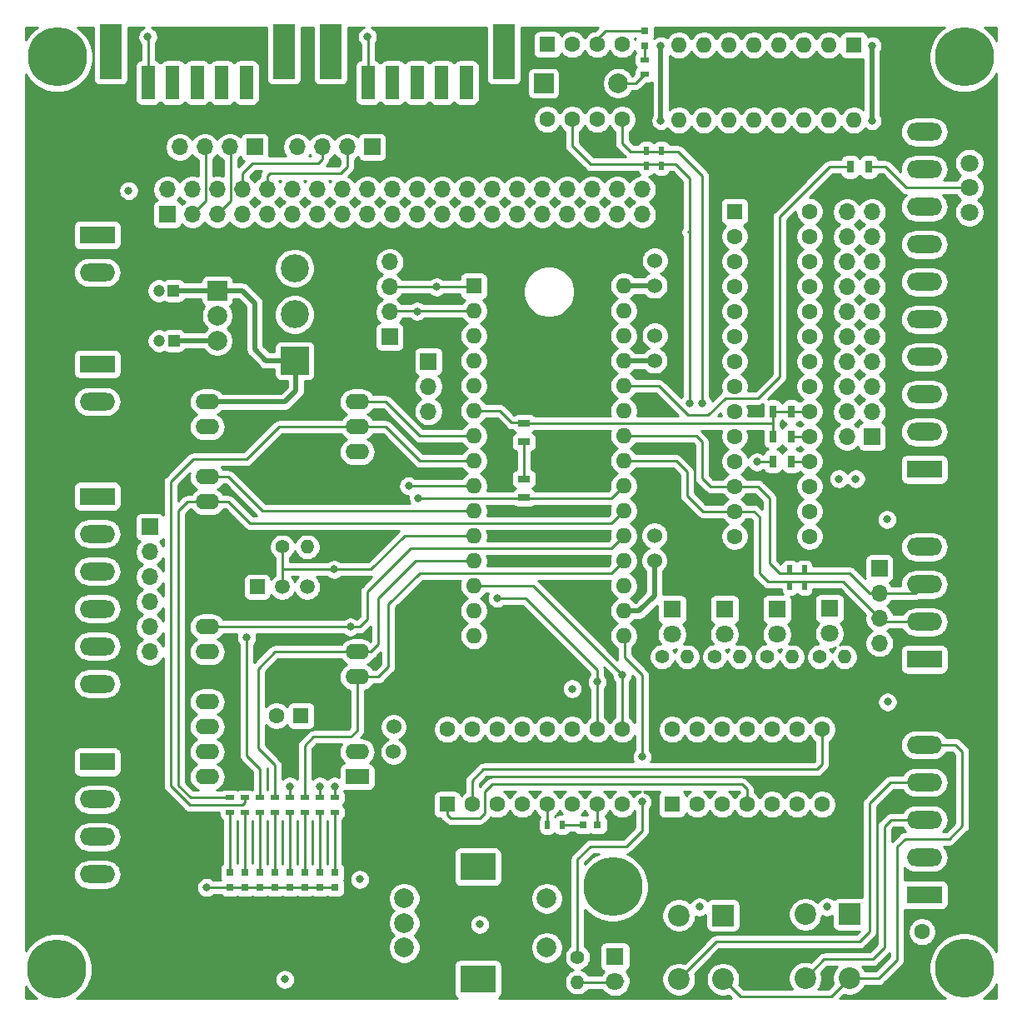
<source format=gbr>
%TF.GenerationSoftware,KiCad,Pcbnew,(5.1.6)-1*%
%TF.CreationDate,2020-11-08T21:19:26+11:00*%
%TF.ProjectId,mc13clk,6d633133-636c-46b2-9e6b-696361645f70,rev?*%
%TF.SameCoordinates,Original*%
%TF.FileFunction,Copper,L1,Top*%
%TF.FilePolarity,Positive*%
%FSLAX46Y46*%
G04 Gerber Fmt 4.6, Leading zero omitted, Abs format (unit mm)*
G04 Created by KiCad (PCBNEW (5.1.6)-1) date 2020-11-08 21:19:26*
%MOMM*%
%LPD*%
G01*
G04 APERTURE LIST*
%TA.AperFunction,ComponentPad*%
%ADD10R,1.700000X1.700000*%
%TD*%
%TA.AperFunction,ComponentPad*%
%ADD11O,1.700000X1.700000*%
%TD*%
%TA.AperFunction,SMDPad,CuDef*%
%ADD12R,0.700000X1.300000*%
%TD*%
%TA.AperFunction,SMDPad,CuDef*%
%ADD13R,0.900000X0.500000*%
%TD*%
%TA.AperFunction,SMDPad,CuDef*%
%ADD14R,0.800000X0.800000*%
%TD*%
%TA.AperFunction,SMDPad,CuDef*%
%ADD15R,1.300000X0.700000*%
%TD*%
%TA.AperFunction,ComponentPad*%
%ADD16C,1.800000*%
%TD*%
%TA.AperFunction,SMDPad,CuDef*%
%ADD17R,0.500000X0.900000*%
%TD*%
%TA.AperFunction,ComponentPad*%
%ADD18C,1.600000*%
%TD*%
%TA.AperFunction,ComponentPad*%
%ADD19R,1.600000X1.600000*%
%TD*%
%TA.AperFunction,ComponentPad*%
%ADD20C,0.800000*%
%TD*%
%TA.AperFunction,ComponentPad*%
%ADD21C,6.000000*%
%TD*%
%TA.AperFunction,ComponentPad*%
%ADD22C,1.524000*%
%TD*%
%TA.AperFunction,ComponentPad*%
%ADD23C,1.200000*%
%TD*%
%TA.AperFunction,ComponentPad*%
%ADD24R,1.200000X1.200000*%
%TD*%
%TA.AperFunction,ComponentPad*%
%ADD25C,2.850000*%
%TD*%
%TA.AperFunction,ComponentPad*%
%ADD26R,2.850000X2.850000*%
%TD*%
%TA.AperFunction,ComponentPad*%
%ADD27R,2.400000X1.600000*%
%TD*%
%TA.AperFunction,ComponentPad*%
%ADD28O,2.400000X1.600000*%
%TD*%
%TA.AperFunction,ComponentPad*%
%ADD29O,1.400000X1.400000*%
%TD*%
%TA.AperFunction,ComponentPad*%
%ADD30C,1.400000*%
%TD*%
%TA.AperFunction,SMDPad,CuDef*%
%ADD31R,2.300000X5.600000*%
%TD*%
%TA.AperFunction,SMDPad,CuDef*%
%ADD32R,1.400000X3.400000*%
%TD*%
%TA.AperFunction,ComponentPad*%
%ADD33O,1.600000X1.600000*%
%TD*%
%TA.AperFunction,ComponentPad*%
%ADD34R,1.800000X1.800000*%
%TD*%
%TA.AperFunction,ComponentPad*%
%ADD35R,3.600000X1.800000*%
%TD*%
%TA.AperFunction,ComponentPad*%
%ADD36O,3.600000X1.800000*%
%TD*%
%TA.AperFunction,ComponentPad*%
%ADD37C,1.520000*%
%TD*%
%TA.AperFunction,ComponentPad*%
%ADD38R,1.520000X1.520000*%
%TD*%
%TA.AperFunction,ComponentPad*%
%ADD39R,2.000000X2.000000*%
%TD*%
%TA.AperFunction,ComponentPad*%
%ADD40C,2.000000*%
%TD*%
%TA.AperFunction,ComponentPad*%
%ADD41C,2.200000*%
%TD*%
%TA.AperFunction,ComponentPad*%
%ADD42R,2.200000X2.200000*%
%TD*%
%TA.AperFunction,ComponentPad*%
%ADD43R,3.600000X2.800000*%
%TD*%
%TA.AperFunction,ViaPad*%
%ADD44C,0.800000*%
%TD*%
%TA.AperFunction,ViaPad*%
%ADD45C,1.600000*%
%TD*%
%TA.AperFunction,Conductor*%
%ADD46C,0.250000*%
%TD*%
%TA.AperFunction,Conductor*%
%ADD47C,0.500000*%
%TD*%
%TA.AperFunction,NonConductor*%
%ADD48C,0.254000*%
%TD*%
G04 APERTURE END LIST*
D10*
%TO.P,REF\u002A\u002A,1*%
%TO.N,N/C*%
X186690000Y-82042000D03*
D11*
%TO.P,REF\u002A\u002A,2*%
X184150000Y-82042000D03*
%TO.P,REF\u002A\u002A,3*%
X186690000Y-79502000D03*
%TO.P,REF\u002A\u002A,4*%
%TO.N,VSS*%
X184150000Y-79502000D03*
%TO.P,REF\u002A\u002A,5*%
%TO.N,N/C*%
X186690000Y-76962000D03*
%TO.P,REF\u002A\u002A,6*%
X184150000Y-76962000D03*
%TO.P,REF\u002A\u002A,7*%
X186690000Y-74422000D03*
%TO.P,REF\u002A\u002A,8*%
X184150000Y-74422000D03*
%TO.P,REF\u002A\u002A,9*%
X186690000Y-71882000D03*
%TO.P,REF\u002A\u002A,10*%
X184150000Y-71882000D03*
%TO.P,REF\u002A\u002A,11*%
X186690000Y-69342000D03*
%TO.P,REF\u002A\u002A,12*%
X184150000Y-69342000D03*
%TO.P,REF\u002A\u002A,13*%
X186690000Y-66802000D03*
%TO.P,REF\u002A\u002A,14*%
X184150000Y-66802000D03*
%TO.P,REF\u002A\u002A,15*%
X186690000Y-64262000D03*
%TO.P,REF\u002A\u002A,16*%
X184150000Y-64262000D03*
%TO.P,REF\u002A\u002A,17*%
X186690000Y-61722000D03*
%TO.P,REF\u002A\u002A,18*%
X184150000Y-61722000D03*
%TO.P,REF\u002A\u002A,19*%
X186690000Y-59182000D03*
%TO.P,REF\u002A\u002A,20*%
X184150000Y-59182000D03*
%TD*%
D12*
%TO.P,R1,2*%
%TO.N,N/C*%
X178496000Y-84518500D03*
%TO.P,R1,1*%
%TO.N,VCC_5v*%
X176596000Y-84518500D03*
%TD*%
D13*
%TO.P,R2,1*%
%TO.N,N/C*%
X132080000Y-118693500D03*
%TO.P,R2,2*%
X132080000Y-120193500D03*
%TD*%
D14*
%TO.P,LED,1*%
%TO.N,N/C*%
X132080000Y-127825500D03*
%TO.P,LED,2*%
X132080000Y-126325500D03*
%TD*%
D13*
%TO.P,R2,2*%
%TO.N,N/C*%
X121412000Y-120181500D03*
%TO.P,R2,1*%
X121412000Y-118681500D03*
%TD*%
%TO.P,R2,2*%
%TO.N,N/C*%
X130556000Y-120193500D03*
%TO.P,R2,1*%
X130556000Y-118693500D03*
%TD*%
%TO.P,R2,1*%
%TO.N,N/C*%
X129032000Y-118693500D03*
%TO.P,R2,2*%
X129032000Y-120193500D03*
%TD*%
%TO.P,R2,2*%
%TO.N,N/C*%
X127508000Y-120193500D03*
%TO.P,R2,1*%
X127508000Y-118693500D03*
%TD*%
%TO.P,R2,1*%
%TO.N,N/C*%
X125984000Y-118693500D03*
%TO.P,R2,2*%
X125984000Y-120193500D03*
%TD*%
%TO.P,R2,2*%
%TO.N,N/C*%
X124460000Y-120193500D03*
%TO.P,R2,1*%
X124460000Y-118693500D03*
%TD*%
%TO.P,R2,1*%
%TO.N,N/C*%
X122936000Y-118693500D03*
%TO.P,R2,2*%
X122936000Y-120193500D03*
%TD*%
D14*
%TO.P,LED,2*%
%TO.N,N/C*%
X130556000Y-126325500D03*
%TO.P,LED,1*%
X130556000Y-127825500D03*
%TD*%
%TO.P,LED,1*%
%TO.N,N/C*%
X129032000Y-127825500D03*
%TO.P,LED,2*%
X129032000Y-126325500D03*
%TD*%
%TO.P,LED,2*%
%TO.N,N/C*%
X127508000Y-126325500D03*
%TO.P,LED,1*%
X127508000Y-127825500D03*
%TD*%
%TO.P,LED,1*%
%TO.N,N/C*%
X125984000Y-127825500D03*
%TO.P,LED,2*%
X125984000Y-126325500D03*
%TD*%
%TO.P,LED,2*%
%TO.N,N/C*%
X124460000Y-126325500D03*
%TO.P,LED,1*%
X124460000Y-127825500D03*
%TD*%
%TO.P,LED,1*%
%TO.N,N/C*%
X122936000Y-127813500D03*
%TO.P,LED,2*%
X122936000Y-126313500D03*
%TD*%
%TO.P,LED,2*%
%TO.N,N/C*%
X121412000Y-126325500D03*
%TO.P,LED,1*%
X121412000Y-127825500D03*
%TD*%
D12*
%TO.P,0805,2*%
%TO.N,N/C*%
X178493500Y-79438500D03*
%TO.P,0805,1*%
X176593500Y-79438500D03*
%TD*%
%TO.P,0805,1*%
%TO.N,N/C*%
X176596000Y-81978500D03*
%TO.P,0805,2*%
X178496000Y-81978500D03*
%TD*%
D15*
%TO.P,0805,1*%
%TO.N,N/C*%
X151320500Y-88199000D03*
%TO.P,0805,2*%
X151320500Y-86299000D03*
%TD*%
D12*
%TO.P,REF\u002A\u002A,2*%
%TO.N,N/C*%
X184470000Y-54610000D03*
%TO.P,REF\u002A\u002A,1*%
X186370000Y-54610000D03*
%TD*%
D16*
%TO.P,REF\u002A\u002A,3*%
%TO.N,VSS*%
X196596000Y-54205500D03*
%TO.P,REF\u002A\u002A,2*%
%TO.N,N/C*%
X196596000Y-56705500D03*
%TO.P,REF\u002A\u002A,1*%
%TO.N,VCC_5v*%
X196596000Y-59205500D03*
%TD*%
D15*
%TO.P,0805,2*%
%TO.N,N/C*%
X151320500Y-80647500D03*
%TO.P,0805,1*%
X151320500Y-82547500D03*
%TD*%
D17*
%TO.P,0603,1*%
%TO.N,N/C*%
X165278500Y-54483000D03*
%TO.P,0603,2*%
X163778500Y-54483000D03*
%TD*%
%TO.P,0603,2*%
%TO.N,N/C*%
X163778500Y-52959000D03*
%TO.P,0603,1*%
X165278500Y-52959000D03*
%TD*%
D14*
%TO.P,LED,1*%
%TO.N,N/C*%
X157301500Y-121475500D03*
%TO.P,LED,2*%
X158801500Y-121475500D03*
%TD*%
D17*
%TO.P,R2,2*%
%TO.N,N/C*%
X155182000Y-121475500D03*
%TO.P,R2,1*%
%TO.N,VSS*%
X153682000Y-121475500D03*
%TD*%
D10*
%TO.P,uC RST CTL,1*%
%TO.N,N/C*%
X141605000Y-74358500D03*
D11*
%TO.P,uC RST CTL,2*%
X141605000Y-76898500D03*
%TO.P,uC RST CTL,3*%
X141605000Y-79438500D03*
%TD*%
D17*
%TO.P,REF\u002A\u002A,2*%
%TO.N,N/C*%
X178332000Y-97155000D03*
%TO.P,REF\u002A\u002A,1*%
X179832000Y-97155000D03*
%TD*%
%TO.P,REF\u002A\u002A,1*%
%TO.N,N/C*%
X179808000Y-95504000D03*
%TO.P,REF\u002A\u002A,2*%
X178308000Y-95504000D03*
%TD*%
D18*
%TO.P,ATTINY85,8*%
%TO.N,VCC_5v*%
X153670000Y-49784000D03*
%TO.P,ATTINY85,7*%
%TO.N,SCL*%
X156210000Y-49784000D03*
%TO.P,ATTINY85,6*%
%TO.N,N/C*%
X158750000Y-49784000D03*
%TO.P,ATTINY85,5*%
%TO.N,SDA*%
X161290000Y-49784000D03*
%TO.P,ATTINY85,4*%
%TO.N,VSS*%
X161290000Y-42164000D03*
%TO.P,ATTINY85,3*%
%TO.N,N/C*%
X158750000Y-42164000D03*
%TO.P,ATTINY85,2*%
X156210000Y-42164000D03*
D19*
%TO.P,ATTINY85,1*%
X153670000Y-42164000D03*
%TD*%
D11*
%TO.P,REF\u002A\u002A,4*%
%TO.N,VCC_5v*%
X187452000Y-102997000D03*
%TO.P,REF\u002A\u002A,3*%
%TO.N,SDA*%
X187452000Y-100457000D03*
%TO.P,REF\u002A\u002A,2*%
%TO.N,SCL*%
X187452000Y-97917000D03*
D10*
%TO.P,REF\u002A\u002A,1*%
%TO.N,VSS*%
X187452000Y-95377000D03*
%TD*%
%TO.P,REF\u002A\u002A,1*%
%TO.N,VSS*%
X123952000Y-52578000D03*
D11*
%TO.P,REF\u002A\u002A,2*%
%TO.N,SCL*%
X121412000Y-52578000D03*
%TO.P,REF\u002A\u002A,3*%
%TO.N,SDA*%
X118872000Y-52578000D03*
%TO.P,REF\u002A\u002A,4*%
%TO.N,VCC_3.3v*%
X116332000Y-52578000D03*
%TD*%
D20*
%TO.P,REF\u002A\u002A,1*%
%TO.N,VSS*%
X161941190Y-126145610D03*
X160350200Y-125486600D03*
X158759210Y-126145610D03*
X158100200Y-127736600D03*
X158759210Y-129327590D03*
X160350200Y-129986600D03*
X161941190Y-129327590D03*
X162600200Y-127736600D03*
D21*
X160350200Y-127736600D03*
%TD*%
D13*
%TO.P,REF\u002A\u002A,2*%
%TO.N,VSS*%
X163576000Y-45200000D03*
%TO.P,REF\u002A\u002A,1*%
%TO.N,N/C*%
X163576000Y-43700000D03*
%TD*%
D14*
%TO.P,LED,2*%
%TO.N,N/C*%
X163576000Y-40779000D03*
%TO.P,LED,1*%
X163576000Y-42279000D03*
%TD*%
D22*
%TO.P,5V Tie,2*%
%TO.N,N/C*%
X164592000Y-74295000D03*
%TO.P,5V Tie,1*%
%TO.N,VCC_5v*%
X164612000Y-71755000D03*
%TD*%
%TO.P,Vout Tie,2*%
%TO.N,VOUT*%
X138049000Y-114046000D03*
%TO.P,Vout Tie,1*%
%TO.N,VCC_5v*%
X138069000Y-111506000D03*
%TD*%
%TO.P,Vin Tie,1*%
%TO.N,VIN*%
X164617400Y-64135000D03*
%TO.P,Vin Tie,2*%
X164597400Y-66675000D03*
%TD*%
D23*
%TO.P,C1,2*%
%TO.N,GND*%
X114197000Y-67183000D03*
D24*
%TO.P,C1,1*%
%TO.N,VIN*%
X115697000Y-67183000D03*
%TD*%
D22*
%TO.P,3V3 Tie,2*%
%TO.N,VCC_3.3v*%
X164572000Y-94615000D03*
%TO.P,3V3 Tie,1*%
X164592000Y-92075000D03*
%TD*%
D11*
%TO.P,RPI2-40,40*%
%TO.N,N/C*%
X163322000Y-56896000D03*
%TO.P,RPI2-40,39*%
%TO.N,VSS*%
X163322000Y-59436000D03*
%TO.P,RPI2-40,38*%
%TO.N,N/C*%
X160782000Y-56896000D03*
%TO.P,RPI2-40,37*%
X160782000Y-59436000D03*
%TO.P,RPI2-40,36*%
X158242000Y-56896000D03*
%TO.P,RPI2-40,35*%
X158242000Y-59436000D03*
%TO.P,RPI2-40,34*%
%TO.N,VSS*%
X155702000Y-56896000D03*
%TO.P,RPI2-40,33*%
%TO.N,N/C*%
X155702000Y-59436000D03*
%TO.P,RPI2-40,32*%
X153162000Y-56896000D03*
%TO.P,RPI2-40,31*%
X153162000Y-59436000D03*
%TO.P,RPI2-40,30*%
%TO.N,VSS*%
X150622000Y-56896000D03*
%TO.P,RPI2-40,29*%
%TO.N,N/C*%
X150622000Y-59436000D03*
%TO.P,RPI2-40,28 ID*%
%TO.N,SCL*%
X148082000Y-56896000D03*
%TO.P,RPI2-40,27 ID*%
%TO.N,SDA*%
X148082000Y-59436000D03*
%TO.P,RPI2-40,26*%
%TO.N,N/C*%
X145542000Y-56896000D03*
%TO.P,RPI2-40,25*%
%TO.N,VSS*%
X145542000Y-59436000D03*
%TO.P,RPI2-40,24*%
%TO.N,N/C*%
X143002000Y-56896000D03*
%TO.P,RPI2-40,23*%
X143002000Y-59436000D03*
%TO.P,RPI2-40,22*%
X140462000Y-56896000D03*
%TO.P,RPI2-40,21*%
X140462000Y-59436000D03*
%TO.P,RPI2-40,20*%
%TO.N,VSS*%
X137922000Y-56896000D03*
%TO.P,RPI2-40,19*%
%TO.N,N/C*%
X137922000Y-59436000D03*
%TO.P,RPI2-40,18*%
X135382000Y-56896000D03*
%TO.P,RPI2-40,17*%
%TO.N,VCC_3.3v*%
X135382000Y-59436000D03*
%TO.P,RPI2-40,16*%
%TO.N,N/C*%
X132842000Y-56896000D03*
%TO.P,RPI2-40,15*%
X132842000Y-59436000D03*
%TO.P,RPI2-40,14*%
%TO.N,VSS*%
X130302000Y-56896000D03*
%TO.P,RPI2-40,13*%
%TO.N,N/C*%
X130302000Y-59436000D03*
%TO.P,RPI2-40,12*%
X127762000Y-56896000D03*
%TO.P,RPI2-40,11*%
X127762000Y-59436000D03*
%TO.P,RPI2-40,10*%
%TO.N,RXD*%
X125222000Y-56896000D03*
%TO.P,RPI2-40,9*%
%TO.N,VSS*%
X125222000Y-59436000D03*
%TO.P,RPI2-40,8*%
%TO.N,TXD*%
X122682000Y-56896000D03*
%TO.P,RPI2-40,7*%
%TO.N,N/C*%
X122682000Y-59436000D03*
%TO.P,RPI2-40,6*%
%TO.N,VSS*%
X120142000Y-56896000D03*
%TO.P,RPI2-40,5*%
%TO.N,SCL*%
X120142000Y-59436000D03*
%TO.P,RPI2-40,4*%
%TO.N,VCC_5v*%
X117602000Y-56896000D03*
%TO.P,RPI2-40,3*%
%TO.N,SDA*%
X117602000Y-59436000D03*
%TO.P,RPI2-40,2*%
%TO.N,VCC_5v*%
X115062000Y-56896000D03*
D10*
%TO.P,RPI2-40,1*%
%TO.N,VCC_3.3v*%
X115062000Y-59436000D03*
%TD*%
D11*
%TO.P,REF\u002A\u002A,4*%
%TO.N,VCC_3.3v*%
X128270000Y-52578000D03*
%TO.P,REF\u002A\u002A,3*%
%TO.N,TXD*%
X130810000Y-52578000D03*
%TO.P,REF\u002A\u002A,2*%
%TO.N,RXD*%
X133350000Y-52578000D03*
D10*
%TO.P,REF\u002A\u002A,1*%
%TO.N,VSS*%
X135890000Y-52578000D03*
%TD*%
D25*
%TO.P,OFF,3*%
%TO.N,N/C*%
X128016000Y-64895000D03*
%TO.P,OFF,2*%
%TO.N,VIN*%
X128016000Y-69595000D03*
D26*
%TO.P,OFF,1*%
X128016000Y-74295000D03*
%TD*%
D24*
%TO.P,C2,1*%
%TO.N,VCC_5v*%
X115722400Y-72263000D03*
D23*
%TO.P,C2,2*%
%TO.N,GND*%
X114222400Y-72263000D03*
%TD*%
D18*
%TO.P,U3,28*%
%TO.N,N/C*%
X180340000Y-59120000D03*
%TO.P,U3,27*%
X180340000Y-61660000D03*
%TO.P,U3,26*%
X180340000Y-64200000D03*
%TO.P,U3,25*%
X180340000Y-66740000D03*
%TO.P,U3,24*%
X180340000Y-69280000D03*
%TO.P,U3,23*%
X180340000Y-71820000D03*
%TO.P,U3,22*%
X180340000Y-74360000D03*
%TO.P,U3,21*%
X180340000Y-76900000D03*
%TO.P,U3,20 INTA*%
X180340000Y-79440000D03*
%TO.P,U3,19 INTB*%
X180340000Y-81980000D03*
%TO.P,U3,18*%
X180340000Y-84520000D03*
%TO.P,U3,17*%
X180340000Y-87060000D03*
%TO.P,U3,16*%
X180340000Y-89600000D03*
%TO.P,U3,15*%
X180340000Y-92140000D03*
%TO.P,U3,14*%
X172720000Y-92140000D03*
%TO.P,U3,13*%
%TO.N,SDA*%
X172720000Y-89600000D03*
%TO.P,U3,12*%
%TO.N,SCL*%
X172720000Y-87060000D03*
%TO.P,U3,11*%
%TO.N,N/C*%
X172720000Y-84520000D03*
%TO.P,U3,10*%
%TO.N,VSS*%
X172720000Y-81980000D03*
%TO.P,U3,9*%
%TO.N,VCC_5v*%
X172720000Y-79440000D03*
%TO.P,U3,8*%
%TO.N,N/C*%
X172720000Y-76900000D03*
%TO.P,U3,7*%
X172720000Y-74360000D03*
%TO.P,U3,6*%
X172720000Y-71820000D03*
%TO.P,U3,5*%
X172720000Y-69280000D03*
%TO.P,U3,4*%
X172720000Y-66740000D03*
%TO.P,U3,3*%
X172720000Y-64200000D03*
%TO.P,U3,2*%
X172720000Y-61660000D03*
D19*
%TO.P,U3,1*%
X172720000Y-59120000D03*
%TD*%
D10*
%TO.P,REF\u002A\u002A,1*%
%TO.N,VSS*%
X137668000Y-71882000D03*
D11*
%TO.P,REF\u002A\u002A,2 RXD*%
%TO.N,N/C*%
X137668000Y-69342000D03*
%TO.P,REF\u002A\u002A,3 TXD*%
X137668000Y-66802000D03*
%TO.P,REF\u002A\u002A,4*%
%TO.N,VCC_5v*%
X137668000Y-64262000D03*
%TD*%
D27*
%TO.P,d,1*%
%TO.N,VSS*%
X134366000Y-116586000D03*
D28*
%TO.P,d,17*%
%TO.N,VIN*%
X119126000Y-78486000D03*
%TO.P,d,2*%
%TO.N,VOUT*%
X134366000Y-114046000D03*
%TO.P,d,18*%
%TO.N,GND*%
X119126000Y-81026000D03*
%TO.P,d,20*%
%TO.N,N/C*%
X119126000Y-86106000D03*
%TO.P,d,5*%
X134366000Y-106426000D03*
%TO.P,d,21*%
X119126000Y-88646000D03*
%TO.P,d,6*%
X134366000Y-103886000D03*
%TO.P,d,26*%
X119126000Y-101346000D03*
%TO.P,d,27*%
X119126000Y-103886000D03*
%TO.P,d,29*%
X119126000Y-108966000D03*
%TO.P,d,14*%
X134366000Y-83566000D03*
%TO.P,d,30*%
X119126000Y-111506000D03*
%TO.P,d,15*%
X134366000Y-81026000D03*
%TO.P,d,31*%
X119126000Y-114046000D03*
%TO.P,d,16*%
X134366000Y-78486000D03*
%TO.P,d,32*%
X119126000Y-116586000D03*
%TD*%
D19*
%TO.P,C1,1*%
%TO.N,VCC_5v*%
X128651000Y-110363000D03*
D18*
%TO.P,C1,2*%
%TO.N,VSS*%
X126151000Y-110363000D03*
%TD*%
D29*
%TO.P,REF\u002A\u002A,2*%
%TO.N,N/C*%
X183896000Y-104394000D03*
D30*
%TO.P,REF\u002A\u002A,1*%
X181356000Y-104394000D03*
%TD*%
%TO.P,REF\u002A\u002A,1*%
%TO.N,N/C*%
X176022000Y-104394000D03*
D29*
%TO.P,REF\u002A\u002A,2*%
X178562000Y-104394000D03*
%TD*%
%TO.P,REF\u002A\u002A,2*%
%TO.N,N/C*%
X173228000Y-104394000D03*
D30*
%TO.P,REF\u002A\u002A,1*%
X170688000Y-104394000D03*
%TD*%
%TO.P,REF\u002A\u002A,1*%
%TO.N,N/C*%
X165354000Y-104394000D03*
D29*
%TO.P,REF\u002A\u002A,2*%
X167894000Y-104394000D03*
%TD*%
D10*
%TO.P,REF\u002A\u002A,1*%
%TO.N,N/C*%
X113284000Y-91186000D03*
D11*
%TO.P,REF\u002A\u002A,2*%
X113284000Y-93726000D03*
%TO.P,REF\u002A\u002A,3*%
X113284000Y-96266000D03*
%TO.P,REF\u002A\u002A,4*%
X113284000Y-98806000D03*
%TO.P,REF\u002A\u002A,5*%
X113284000Y-101346000D03*
%TO.P,REF\u002A\u002A,6*%
X113284000Y-103886000D03*
%TD*%
D29*
%TO.P,REF\u002A\u002A,2*%
%TO.N,N/C*%
X156768800Y-137439400D03*
D30*
%TO.P,REF\u002A\u002A,1*%
X156768800Y-134899400D03*
%TD*%
D31*
%TO.P,Ref\u002A\u002A,*%
%TO.N,*%
X131662000Y-42870000D03*
X149262000Y-42870000D03*
D32*
%TO.P,Ref\u002A\u002A,1*%
%TO.N,VSS*%
X135462000Y-46030000D03*
%TO.P,Ref\u002A\u002A,5*%
%TO.N,N/C*%
X145462000Y-46030000D03*
%TO.P,Ref\u002A\u002A,2*%
X137962000Y-46030000D03*
%TO.P,Ref\u002A\u002A,3*%
X140462000Y-46030000D03*
%TO.P,Ref\u002A\u002A,4*%
X142962000Y-46030000D03*
%TD*%
%TO.P,Ref\u002A\u002A,4*%
%TO.N,N/C*%
X120610000Y-46030000D03*
%TO.P,Ref\u002A\u002A,3*%
X118110000Y-46030000D03*
%TO.P,Ref\u002A\u002A,2*%
X115610000Y-46030000D03*
%TO.P,Ref\u002A\u002A,5*%
X123110000Y-46030000D03*
%TO.P,Ref\u002A\u002A,1*%
%TO.N,VSS*%
X113110000Y-46030000D03*
D31*
%TO.P,Ref\u002A\u002A,*%
%TO.N,*%
X126910000Y-42870000D03*
X109310000Y-42870000D03*
%TD*%
D19*
%TO.P,REF\u002A\u002A,1*%
%TO.N,N/C*%
X146215100Y-66700400D03*
D33*
%TO.P,REF\u002A\u002A,17*%
%TO.N,VCC_3.3v*%
X161455100Y-99720400D03*
%TO.P,REF\u002A\u002A,2*%
%TO.N,N/C*%
X146215100Y-69240400D03*
%TO.P,REF\u002A\u002A,18*%
X161455100Y-97180400D03*
%TO.P,REF\u002A\u002A,3*%
X146215100Y-71780400D03*
%TO.P,REF\u002A\u002A,19*%
X161455100Y-94640400D03*
%TO.P,REF\u002A\u002A,4*%
%TO.N,VSS*%
X146215100Y-74320400D03*
%TO.P,REF\u002A\u002A,20*%
%TO.N,N/C*%
X161455100Y-92100400D03*
%TO.P,REF\u002A\u002A,5*%
X146215100Y-76860400D03*
%TO.P,REF\u002A\u002A,21*%
X161455100Y-89560400D03*
%TO.P,REF\u002A\u002A,6*%
X146215100Y-79400400D03*
%TO.P,REF\u002A\u002A,22*%
X161455100Y-87020400D03*
%TO.P,REF\u002A\u002A,7*%
X146215100Y-81940400D03*
%TO.P,REF\u002A\u002A,23 SDA*%
%TO.N,SDA*%
X161455100Y-84480400D03*
%TO.P,REF\u002A\u002A,8*%
%TO.N,N/C*%
X146215100Y-84480400D03*
%TO.P,REF\u002A\u002A,24 SCL*%
%TO.N,SCL*%
X161455100Y-81940400D03*
%TO.P,REF\u002A\u002A,9*%
%TO.N,N/C*%
X146215100Y-87020400D03*
%TO.P,REF\u002A\u002A,25*%
X161455100Y-79400400D03*
%TO.P,REF\u002A\u002A,10*%
X146215100Y-89560400D03*
%TO.P,REF\u002A\u002A,26*%
X161455100Y-76860400D03*
%TO.P,REF\u002A\u002A,11*%
X146215100Y-92100400D03*
%TO.P,REF\u002A\u002A,27 VCC*%
X161455100Y-74320400D03*
%TO.P,REF\u002A\u002A,12*%
X146215100Y-94640400D03*
%TO.P,REF\u002A\u002A,28*%
X161455100Y-71780400D03*
%TO.P,REF\u002A\u002A,13*%
X146215100Y-97180400D03*
%TO.P,REF\u002A\u002A,29*%
%TO.N,VSS*%
X161455100Y-69240400D03*
%TO.P,REF\u002A\u002A,14*%
%TO.N,N/C*%
X146215100Y-99720400D03*
%TO.P,REF\u002A\u002A,30*%
%TO.N,VIN*%
X161455100Y-66700400D03*
%TO.P,REF\u002A\u002A,15*%
%TO.N,N/C*%
X146215100Y-102260400D03*
%TO.P,REF\u002A\u002A,16*%
X161455100Y-102260400D03*
%TD*%
D16*
%TO.P,REF\u002A\u002A,2*%
%TO.N,N/C*%
X171704000Y-102108000D03*
D34*
%TO.P,REF\u002A\u002A,1*%
%TO.N,VSS*%
X171704000Y-99568000D03*
%TD*%
D35*
%TO.P,CON2,1*%
%TO.N,N/C*%
X107950000Y-88060000D03*
D36*
%TO.P,CON2,2*%
X107950000Y-91870000D03*
%TO.P,CON2,3*%
X107950000Y-95680000D03*
%TO.P,CON2,4*%
X107950000Y-99490000D03*
%TO.P,CON2,5*%
X107950000Y-103300000D03*
%TO.P,CON2,6*%
X107950000Y-107110000D03*
%TD*%
D37*
%TO.P,REF\u002A\u002A,2*%
%TO.N,N/C*%
X126746000Y-97282000D03*
%TO.P,REF\u002A\u002A,3*%
%TO.N,VCC_5v*%
X129286000Y-97282000D03*
D38*
%TO.P,REF\u002A\u002A,1*%
%TO.N,VSS*%
X124206000Y-97282000D03*
%TD*%
D29*
%TO.P,R2,2*%
%TO.N,VCC_5v*%
X129286000Y-93218000D03*
D30*
%TO.P,R2,1*%
%TO.N,N/C*%
X126746000Y-93218000D03*
%TD*%
D39*
%TO.P,5v REG,1*%
%TO.N,VIN*%
X120142000Y-67183000D03*
D40*
%TO.P,5v REG,2*%
%TO.N,GND*%
X120142000Y-69723000D03*
%TO.P,5v REG,3*%
%TO.N,VCC_5v*%
X120142000Y-72263000D03*
%TD*%
D16*
%TO.P,REF\u002A\u002A,2*%
%TO.N,N/C*%
X160578800Y-137388600D03*
D34*
%TO.P,REF\u002A\u002A,1*%
%TO.N,VSS*%
X160578800Y-134848600D03*
%TD*%
%TO.P,REF\u002A\u002A,1*%
%TO.N,VSS*%
X166370000Y-99568000D03*
D16*
%TO.P,REF\u002A\u002A,2*%
%TO.N,N/C*%
X166370000Y-102108000D03*
%TD*%
%TO.P,REF\u002A\u002A,2*%
%TO.N,N/C*%
X177038000Y-102106000D03*
D34*
%TO.P,REF\u002A\u002A,1*%
%TO.N,VSS*%
X177038000Y-99566000D03*
%TD*%
%TO.P,REF\u002A\u002A,1*%
%TO.N,VSS*%
X182372000Y-99486000D03*
D16*
%TO.P,REF\u002A\u002A,2*%
%TO.N,N/C*%
X182372000Y-102026000D03*
%TD*%
D36*
%TO.P,CON6,4*%
%TO.N,VSS*%
X192024000Y-93218000D03*
%TO.P,CON6,3*%
%TO.N,SCL*%
X192024000Y-97028000D03*
%TO.P,CON6,2*%
%TO.N,SDA*%
X192024000Y-100838000D03*
D35*
%TO.P,CON6,1*%
%TO.N,N/C*%
X192024000Y-104648000D03*
%TD*%
D36*
%TO.P,CON3,2*%
%TO.N,GND*%
X107950000Y-78430000D03*
D35*
%TO.P,CON3,1*%
%TO.N,VIN*%
X107950000Y-74620000D03*
%TD*%
%TO.P,CON5,1*%
%TO.N,VIN*%
X192024000Y-128570000D03*
D36*
%TO.P,CON5,2*%
%TO.N,GND*%
X192024000Y-124760000D03*
%TO.P,CON5,3*%
%TO.N,N/C*%
X192024000Y-120950000D03*
%TO.P,CON5,4*%
X192024000Y-117140000D03*
%TO.P,CON5,5*%
X192024000Y-113330000D03*
%TD*%
D35*
%TO.P,CON7,1*%
%TO.N,N/C*%
X192024000Y-85340000D03*
D36*
%TO.P,CON7,2*%
X192024000Y-81530000D03*
%TO.P,CON7,3*%
X192024000Y-77720000D03*
%TO.P,CON7,4*%
X192024000Y-73910000D03*
%TO.P,CON7,5*%
X192024000Y-70100000D03*
%TO.P,CON7,6*%
X192024000Y-66290000D03*
%TO.P,CON7,7*%
X192024000Y-62480000D03*
%TO.P,CON7,8*%
X192024000Y-58670000D03*
%TO.P,CON7,9*%
X192024000Y-54860000D03*
%TO.P,CON7,10*%
X192024000Y-51050000D03*
%TD*%
D35*
%TO.P,CON1,1*%
%TO.N,N/C*%
X107950000Y-115062000D03*
D36*
%TO.P,CON1,2*%
X107950000Y-118872000D03*
%TO.P,CON1,3*%
X107950000Y-122682000D03*
%TO.P,CON1,4*%
X107950000Y-126492000D03*
%TD*%
D35*
%TO.P,CON4,1*%
%TO.N,VIN*%
X107950000Y-61510000D03*
D36*
%TO.P,CON4,2*%
%TO.N,GND*%
X107950000Y-65320000D03*
%TD*%
D20*
%TO.P,REF\u002A\u002A,1*%
%TO.N,VSS*%
X105416980Y-134486020D03*
X103825990Y-133827010D03*
X102235000Y-134486020D03*
X101575990Y-136077010D03*
X102235000Y-137668000D03*
X103825990Y-138327010D03*
X105416980Y-137668000D03*
X106075990Y-136077010D03*
D21*
X103825990Y-136077010D03*
%TD*%
%TO.P,REF\u002A\u002A,1*%
%TO.N,VSS*%
X196088000Y-136017000D03*
D20*
X198338000Y-136017000D03*
X197678990Y-137607990D03*
X196088000Y-138267000D03*
X194497010Y-137607990D03*
X193838000Y-136017000D03*
X194497010Y-134426010D03*
X196088000Y-133767000D03*
X197678990Y-134426010D03*
%TD*%
%TO.P,REF\u002A\u002A,1*%
%TO.N,VSS*%
X197678990Y-41843010D03*
X196088000Y-41184000D03*
X194497010Y-41843010D03*
X193838000Y-43434000D03*
X194497010Y-45024990D03*
X196088000Y-45684000D03*
X197678990Y-45024990D03*
X198338000Y-43434000D03*
D21*
X196088000Y-43434000D03*
%TD*%
%TO.P,REF\u002A\u002A,1*%
%TO.N,VSS*%
X103886000Y-43434000D03*
D20*
X106136000Y-43434000D03*
X105476990Y-45024990D03*
X103886000Y-45684000D03*
X102295010Y-45024990D03*
X101636000Y-43434000D03*
X102295010Y-41843010D03*
X103886000Y-41184000D03*
X105476990Y-41843010D03*
%TD*%
D19*
%TO.P,REF\u002A\u002A,1*%
%TO.N,VSS*%
X184860000Y-42240000D03*
D33*
%TO.P,REF\u002A\u002A,9*%
%TO.N,N/C*%
X167080000Y-49860000D03*
%TO.P,REF\u002A\u002A,2*%
%TO.N,VSS*%
X182320000Y-42240000D03*
%TO.P,REF\u002A\u002A,10*%
%TO.N,N/C*%
X169620000Y-49860000D03*
%TO.P,REF\u002A\u002A,3*%
%TO.N,VSS*%
X179780000Y-42240000D03*
%TO.P,REF\u002A\u002A,11*%
%TO.N,N/C*%
X172160000Y-49860000D03*
%TO.P,REF\u002A\u002A,4*%
%TO.N,VSS*%
X177240000Y-42240000D03*
%TO.P,REF\u002A\u002A,12*%
%TO.N,N/C*%
X174700000Y-49860000D03*
%TO.P,REF\u002A\u002A,5*%
%TO.N,VSS*%
X174700000Y-42240000D03*
%TO.P,REF\u002A\u002A,13*%
%TO.N,N/C*%
X177240000Y-49860000D03*
%TO.P,REF\u002A\u002A,6*%
%TO.N,VSS*%
X172160000Y-42240000D03*
%TO.P,REF\u002A\u002A,14*%
%TO.N,N/C*%
X179780000Y-49860000D03*
%TO.P,REF\u002A\u002A,7*%
%TO.N,VSS*%
X169620000Y-42240000D03*
%TO.P,REF\u002A\u002A,15*%
%TO.N,N/C*%
X182320000Y-49860000D03*
%TO.P,REF\u002A\u002A,8*%
%TO.N,VSS*%
X167080000Y-42240000D03*
%TO.P,REF\u002A\u002A,16*%
%TO.N,N/C*%
X184860000Y-49860000D03*
%TD*%
D39*
%TO.P,BUZZ1,1*%
%TO.N,N/C*%
X153309000Y-46101000D03*
D40*
%TO.P,BUZZ1,2*%
%TO.N,VSS*%
X160909000Y-46101000D03*
%TD*%
D41*
%TO.P,REF\u002A\u002A,3*%
%TO.N,N/C*%
X179904000Y-130556000D03*
%TO.P,REF\u002A\u002A,4*%
X179904000Y-137056000D03*
%TO.P,REF\u002A\u002A,2*%
X184404000Y-137056000D03*
D42*
%TO.P,REF\u002A\u002A,1*%
%TO.N,VSS*%
X184404000Y-130556000D03*
%TD*%
D41*
%TO.P,REF\u002A\u002A,3*%
%TO.N,N/C*%
X167050000Y-130650000D03*
%TO.P,REF\u002A\u002A,4*%
X167050000Y-137150000D03*
%TO.P,REF\u002A\u002A,2*%
X171550000Y-137150000D03*
D42*
%TO.P,REF\u002A\u002A,1*%
%TO.N,VSS*%
X171550000Y-130650000D03*
%TD*%
D40*
%TO.P,REF\u002A\u002A,B*%
%TO.N,N/C*%
X139140000Y-133930000D03*
%TO.P,REF\u002A\u002A,C*%
%TO.N,VSS*%
X139140000Y-131430000D03*
%TO.P,REF\u002A\u002A,A*%
%TO.N,N/C*%
X139140000Y-128930000D03*
%TO.P,REF\u002A\u002A,2*%
%TO.N,VSS*%
X153640000Y-133930000D03*
%TO.P,REF\u002A\u002A,1*%
%TO.N,N/C*%
X153640000Y-128930000D03*
D43*
%TO.P,REF\u002A\u002A,3*%
%TO.N,VSS*%
X146640000Y-137130000D03*
X146640000Y-125730000D03*
%TD*%
D18*
%TO.P,U2,9*%
%TO.N,N/C*%
X161290000Y-111760000D03*
%TO.P,U2,8*%
%TO.N,VSS*%
X161290000Y-119380000D03*
%TO.P,U2,16*%
%TO.N,VCC_5v*%
X143510000Y-111760000D03*
%TO.P,U2,15*%
%TO.N,N/C*%
X146050000Y-111760000D03*
%TO.P,U2,14*%
X148590000Y-111760000D03*
%TO.P,U2,13*%
X151130000Y-111760000D03*
%TO.P,U2,12*%
X153670000Y-111760000D03*
%TO.P,U2,11*%
X156210000Y-111760000D03*
%TO.P,U2,10*%
X158750000Y-111760000D03*
%TO.P,U2,7*%
X158750000Y-119380000D03*
%TO.P,U2,6*%
%TO.N,VCC_5v*%
X156210000Y-119380000D03*
%TO.P,U2,5*%
%TO.N,VSS*%
X153670000Y-119380000D03*
%TO.P,U2,4*%
X151130000Y-119380000D03*
%TO.P,U2,3*%
%TO.N,N/C*%
X148590000Y-119380000D03*
%TO.P,U2,2*%
X146050000Y-119380000D03*
D19*
%TO.P,U2,1*%
X143510000Y-119380000D03*
%TD*%
D18*
%TO.P,U1,14*%
%TO.N,VCC_5v*%
X166370000Y-111760000D03*
%TO.P,U1,13*%
%TO.N,N/C*%
X168910000Y-111760000D03*
%TO.P,U1,12*%
X171450000Y-111760000D03*
%TO.P,U1,11*%
X173990000Y-111760000D03*
%TO.P,U1,10*%
X176530000Y-111760000D03*
%TO.P,U1,9*%
X179070000Y-111760000D03*
%TO.P,U1,8*%
X181610000Y-111760000D03*
%TO.P,U1,7*%
%TO.N,VSS*%
X181610000Y-119380000D03*
%TO.P,U1,6*%
%TO.N,N/C*%
X179070000Y-119380000D03*
%TO.P,U1,5*%
X176530000Y-119380000D03*
%TO.P,U1,4*%
X173990000Y-119380000D03*
%TO.P,U1,3*%
X171450000Y-119380000D03*
%TO.P,U1,2*%
X168910000Y-119380000D03*
D19*
%TO.P,U1,1*%
X166370000Y-119380000D03*
%TD*%
D44*
%TO.N,*%
X163322000Y-114554000D03*
X163322000Y-119126000D03*
X148590000Y-98425000D03*
X139598400Y-87020400D03*
X140589000Y-88265000D03*
X140462000Y-69278500D03*
X142430500Y-66802000D03*
X161290000Y-106235500D03*
X158750000Y-106934000D03*
X156210000Y-107632500D03*
X132016500Y-95504000D03*
X119062500Y-127825500D03*
X130556000Y-117538500D03*
X132080000Y-117538500D03*
X133667500Y-101346000D03*
X123126500Y-102431001D03*
X127508000Y-117538500D03*
%TO.N,VCC_5v*%
X175006000Y-84582000D03*
X134620000Y-127000000D03*
X169164000Y-129794000D03*
X146812000Y-131572000D03*
X182118000Y-129794000D03*
X188277500Y-108966000D03*
X188214000Y-90424000D03*
X111125000Y-57023000D03*
X183324500Y-86296500D03*
%TO.N,SCL*%
X168148000Y-78613000D03*
%TO.N,SDA*%
X169418000Y-78613000D03*
D45*
%TO.N,VIN*%
X191770000Y-132334000D03*
D44*
%TO.N,VSS*%
X127000000Y-137160000D03*
X135407400Y-41376600D03*
X113080800Y-41376600D03*
X186690000Y-49911000D03*
X186690000Y-42291000D03*
X165227000Y-42291000D03*
X165227000Y-49911000D03*
X185039000Y-86296500D03*
%TD*%
D46*
%TO.N,*%
X180402000Y-84582000D02*
X180340000Y-84520000D01*
X163322000Y-114046000D02*
X163322000Y-114554000D01*
X163322000Y-114046000D02*
X163322000Y-110236000D01*
X163322000Y-114300000D02*
X163322000Y-114046000D01*
X137769600Y-69240400D02*
X137668000Y-69342000D01*
X146215100Y-69240400D02*
X142468600Y-69240400D01*
X146113500Y-66802000D02*
X146215100Y-66700400D01*
X146050000Y-102425500D02*
X146215100Y-102260400D01*
X161455100Y-92100400D02*
X160210500Y-93345000D01*
X136525000Y-106426000D02*
X134366000Y-106426000D01*
X160210500Y-95885000D02*
X140716000Y-95885000D01*
X140716000Y-95885000D02*
X137541000Y-99060000D01*
X161455100Y-94640400D02*
X160210500Y-95885000D01*
X137541000Y-99060000D02*
X137541000Y-105410000D01*
X137541000Y-105410000D02*
X136525000Y-106426000D01*
X134366000Y-103886000D02*
X135763000Y-103886000D01*
X135763000Y-103886000D02*
X136525000Y-103124000D01*
X136525000Y-103124000D02*
X136525000Y-98425000D01*
X140309600Y-94640400D02*
X143865600Y-94640400D01*
X136525000Y-98425000D02*
X140309600Y-94640400D01*
X146215100Y-94640400D02*
X143865600Y-94640400D01*
X143865600Y-94640400D02*
X143662400Y-94640400D01*
X119126000Y-101346000D02*
X134620000Y-101346000D01*
X134620000Y-101346000D02*
X135382000Y-100584000D01*
X135382000Y-100584000D02*
X135382000Y-97790000D01*
X160210500Y-93345000D02*
X143891000Y-93345000D01*
X139827000Y-93345000D02*
X143891000Y-93345000D01*
X135382000Y-97790000D02*
X139827000Y-93345000D01*
X143891000Y-93345000D02*
X143637000Y-93345000D01*
X128524000Y-95504000D02*
X132016500Y-95504000D01*
X139166600Y-92100400D02*
X144170400Y-92100400D01*
X135763000Y-95504000D02*
X139166600Y-92100400D01*
X146215100Y-92100400D02*
X144170400Y-92100400D01*
X144170400Y-92100400D02*
X143662400Y-92100400D01*
X161455100Y-89560400D02*
X160210500Y-90805000D01*
X146215100Y-89560400D02*
X143916400Y-89560400D01*
X143916400Y-89560400D02*
X143662400Y-89560400D01*
X134366000Y-78486000D02*
X137287000Y-78486000D01*
X140741400Y-81940400D02*
X143789400Y-81940400D01*
X146215100Y-81940400D02*
X143789400Y-81940400D01*
X137287000Y-78486000D02*
X140741400Y-81940400D01*
X143789400Y-81940400D02*
X143662400Y-81940400D01*
X134366000Y-81026000D02*
X137287000Y-81026000D01*
X140741400Y-84480400D02*
X143992600Y-84480400D01*
X137287000Y-81026000D02*
X140741400Y-84480400D01*
X146215100Y-84480400D02*
X143992600Y-84480400D01*
X143992600Y-84480400D02*
X143662400Y-84480400D01*
X144018000Y-119380000D02*
X143510000Y-119380000D01*
X161290000Y-137414000D02*
X161417000Y-137287000D01*
X146215100Y-87020400D02*
X139598400Y-87020400D01*
X139598400Y-87020400D02*
X139598400Y-87020400D01*
X160210500Y-88265000D02*
X161455100Y-87020400D01*
X140589000Y-88265000D02*
X141351000Y-88265000D01*
X141097000Y-88265000D02*
X141351000Y-88265000D01*
X141351000Y-88265000D02*
X160210500Y-88265000D01*
X121285000Y-88646000D02*
X123444000Y-90805000D01*
X160210500Y-90805000D02*
X123444000Y-90805000D01*
X119126000Y-88646000D02*
X121285000Y-88646000D01*
X119126000Y-86106000D02*
X121285000Y-86106000D01*
X121285000Y-86106000D02*
X124739400Y-89560400D01*
X124739400Y-89560400D02*
X143916400Y-89560400D01*
X128524000Y-95504000D02*
X126746000Y-95504000D01*
X126746000Y-93091000D02*
X126746000Y-95504000D01*
X126746000Y-95504000D02*
X126746000Y-97155000D01*
X139140000Y-133930000D02*
X139628000Y-133930000D01*
X142875000Y-66802000D02*
X146113500Y-66802000D01*
X137668000Y-66802000D02*
X142875000Y-66802000D01*
X142468600Y-69240400D02*
X137769600Y-69240400D01*
X153670000Y-45974000D02*
X153797000Y-46101000D01*
D47*
X164566600Y-74320400D02*
X164592000Y-74295000D01*
X161455100Y-74320400D02*
X164566600Y-74320400D01*
D46*
X160528000Y-137439400D02*
X160578800Y-137388600D01*
X156768800Y-137439400D02*
X160528000Y-137439400D01*
X163576000Y-43700000D02*
X163576000Y-42279000D01*
X163576000Y-40779000D02*
X159587500Y-40779000D01*
X158750000Y-41616500D02*
X158750000Y-42164000D01*
X159587500Y-40779000D02*
X158750000Y-41616500D01*
X146177000Y-71818500D02*
X146215100Y-71780400D01*
X158750000Y-105727500D02*
X158750000Y-107251500D01*
X151447500Y-98425000D02*
X148590000Y-98425000D01*
X158750000Y-107251500D02*
X158750000Y-111760000D01*
X173990000Y-117856000D02*
X173990000Y-119380000D01*
X148082000Y-117348000D02*
X173482000Y-117348000D01*
X147320000Y-118110000D02*
X148082000Y-117348000D01*
X143510000Y-120459500D02*
X143827500Y-120777000D01*
X173482000Y-117348000D02*
X173990000Y-117856000D01*
X147320000Y-120269000D02*
X147320000Y-118110000D01*
X143510000Y-119380000D02*
X143510000Y-120459500D01*
X143827500Y-120777000D02*
X146812000Y-120777000D01*
X146812000Y-120777000D02*
X147320000Y-120269000D01*
X181610000Y-115316000D02*
X181610000Y-111760000D01*
X181102000Y-115824000D02*
X181610000Y-115316000D01*
X146050000Y-119380000D02*
X146050000Y-116967000D01*
X147193000Y-115824000D02*
X181102000Y-115824000D01*
X146050000Y-116967000D02*
X147193000Y-115824000D01*
X134620000Y-101346000D02*
X134620000Y-101346000D01*
X163322000Y-106235500D02*
X161544000Y-104457500D01*
X163322000Y-114554000D02*
X163322000Y-106235500D01*
X161544000Y-102616000D02*
X161544000Y-104457500D01*
X161290000Y-111760000D02*
X161290000Y-106235500D01*
X152234900Y-97180400D02*
X151726900Y-97180400D01*
X161290000Y-106235500D02*
X152234900Y-97180400D01*
X151980900Y-97180400D02*
X151726900Y-97180400D01*
X151726900Y-97180400D02*
X146215100Y-97180400D01*
X158750000Y-105727500D02*
X151447500Y-98425000D01*
X158750000Y-106934000D02*
X158750000Y-105727500D01*
X188612500Y-120950000D02*
X192024000Y-120950000D01*
X187960000Y-121602500D02*
X188612500Y-120950000D01*
X187960000Y-133921500D02*
X187960000Y-121602500D01*
X186753500Y-135128000D02*
X187960000Y-133921500D01*
X181832000Y-135128000D02*
X186753500Y-135128000D01*
X179904000Y-137056000D02*
X181832000Y-135128000D01*
X195181500Y-113330000D02*
X192024000Y-113330000D01*
X184404000Y-137056000D02*
X187365500Y-137056000D01*
X187365500Y-137056000D02*
X189230000Y-135191500D01*
X189230000Y-135191500D02*
X189230000Y-123698000D01*
X189230000Y-123698000D02*
X190055500Y-122872500D01*
X190055500Y-122872500D02*
X194564000Y-122872500D01*
X195865750Y-121570750D02*
X195865750Y-114014250D01*
X194564000Y-122872500D02*
X195865750Y-121570750D01*
X195865750Y-114014250D02*
X195181500Y-113330000D01*
X184404000Y-137056000D02*
X182522000Y-138938000D01*
X173338000Y-138938000D02*
X171550000Y-137150000D01*
X182522000Y-138938000D02*
X173338000Y-138938000D01*
X170088000Y-134112000D02*
X167050000Y-137150000D01*
X188577500Y-117140000D02*
X186436000Y-119281500D01*
X185420000Y-133350000D02*
X170850000Y-133350000D01*
X186436000Y-119281500D02*
X186436000Y-132334000D01*
X170850000Y-133350000D02*
X170088000Y-134112000D01*
X192024000Y-117140000D02*
X188577500Y-117140000D01*
X186436000Y-132334000D02*
X185420000Y-133350000D01*
X165011100Y-76860400D02*
X161455100Y-76860400D01*
X167970200Y-79819500D02*
X165011100Y-76860400D01*
X171767500Y-78105000D02*
X170053000Y-79819500D01*
X175133000Y-78105000D02*
X171767500Y-78105000D01*
X177292000Y-75946000D02*
X175133000Y-78105000D01*
X177292000Y-59690000D02*
X177292000Y-75946000D01*
X180276500Y-56705500D02*
X177292000Y-59690000D01*
X170053000Y-79819500D02*
X167970200Y-79819500D01*
X146215100Y-79400400D02*
X148869400Y-79400400D01*
X146215100Y-79400400D02*
X148882100Y-79400400D01*
X148882100Y-79400400D02*
X150063200Y-80581500D01*
X176568100Y-79466400D02*
X176596000Y-79438500D01*
X180338500Y-79438500D02*
X180340000Y-79440000D01*
X178496000Y-79438500D02*
X180338500Y-79438500D01*
X178497500Y-81980000D02*
X178496000Y-81978500D01*
X180340000Y-81980000D02*
X178497500Y-81980000D01*
X178496000Y-79438500D02*
X176596000Y-79438500D01*
X151361100Y-80670400D02*
X151257000Y-80774500D01*
X176568100Y-80670400D02*
X151361100Y-80670400D01*
X151064000Y-80581500D02*
X151257000Y-80774500D01*
X150063200Y-80581500D02*
X151064000Y-80581500D01*
X151320500Y-82547500D02*
X151320500Y-86299000D01*
X176593500Y-81976000D02*
X176596000Y-81978500D01*
X176593500Y-79438500D02*
X176593500Y-81976000D01*
X132016500Y-95504000D02*
X135763000Y-95504000D01*
X121412000Y-120181500D02*
X121412000Y-126325500D01*
X122936000Y-120193500D02*
X122936000Y-126313500D01*
X124460000Y-120193500D02*
X124460000Y-126325500D01*
X125984000Y-120193500D02*
X125984000Y-126325500D01*
X127508000Y-126325500D02*
X127508000Y-120193500D01*
X129032000Y-120193500D02*
X129032000Y-126325500D01*
X130556000Y-126325500D02*
X130556000Y-120193500D01*
X132080000Y-120193500D02*
X132080000Y-126325500D01*
X132080000Y-127825500D02*
X119062500Y-127825500D01*
X129921000Y-112522000D02*
X129032000Y-113411000D01*
X133731000Y-112522000D02*
X129921000Y-112522000D01*
X134366000Y-111887000D02*
X133731000Y-112522000D01*
X129032000Y-113411000D02*
X129032000Y-118693500D01*
X134366000Y-106426000D02*
X134366000Y-111887000D01*
X130556000Y-117538500D02*
X130556000Y-118693500D01*
X132080000Y-117538500D02*
X132080000Y-118693500D01*
X119126000Y-88646000D02*
X117094000Y-88646000D01*
X117094000Y-88646000D02*
X116205000Y-89535000D01*
X123126500Y-102431001D02*
X123126500Y-114427000D01*
X124460000Y-115760500D02*
X124460000Y-118693500D01*
X123126500Y-114427000D02*
X124460000Y-115760500D01*
X134366000Y-103886000D02*
X125984000Y-103886000D01*
X125984000Y-103886000D02*
X124269500Y-105600500D01*
X124269500Y-105600500D02*
X124269500Y-113665000D01*
X125984000Y-115379500D02*
X125984000Y-118693500D01*
X124269500Y-113665000D02*
X125984000Y-115379500D01*
X127508000Y-118693500D02*
X127508000Y-117538500D01*
X122936000Y-119189500D02*
X122936000Y-118693500D01*
X122682000Y-119443500D02*
X122936000Y-119189500D01*
X117348000Y-119443500D02*
X122682000Y-119443500D01*
X115379500Y-117475000D02*
X117348000Y-119443500D01*
X126428500Y-81026000D02*
X123126500Y-84328000D01*
X134366000Y-81026000D02*
X126428500Y-81026000D01*
X123126500Y-84328000D02*
X117665500Y-84328000D01*
X117665500Y-84328000D02*
X115379500Y-86614000D01*
X115379500Y-86614000D02*
X115379500Y-117475000D01*
X158750000Y-121348500D02*
X158750000Y-119380000D01*
X156768800Y-124955300D02*
X158089600Y-123634500D01*
X156768800Y-134899400D02*
X156768800Y-124955300D01*
X158089600Y-123634500D02*
X161734500Y-123634500D01*
X161734500Y-123634500D02*
X163322000Y-122047000D01*
X163322000Y-119126000D02*
X163322000Y-120015000D01*
X163322000Y-122047000D02*
X163322000Y-120015000D01*
X163322000Y-120015000D02*
X163322000Y-120269000D01*
X157301500Y-121475500D02*
X155182000Y-121475500D01*
X117411500Y-118681500D02*
X121412000Y-118681500D01*
X116205000Y-89535000D02*
X116205000Y-117475000D01*
X116205000Y-117475000D02*
X117411500Y-118681500D01*
X180338500Y-84518500D02*
X180340000Y-84520000D01*
X178559500Y-84518500D02*
X180338500Y-84518500D01*
X180276500Y-56705500D02*
X182372000Y-54610000D01*
X182372000Y-54610000D02*
X184470000Y-54610000D01*
X188087000Y-54610000D02*
X190182500Y-56705500D01*
X186370000Y-54610000D02*
X188087000Y-54610000D01*
X196596000Y-56705500D02*
X190182500Y-56705500D01*
D47*
%TO.N,VCC_3.3v*%
X164592000Y-96583500D02*
X164592000Y-94640400D01*
X161455100Y-99720400D02*
X163017200Y-99720400D01*
X164592000Y-98145600D02*
X164592000Y-96583500D01*
X163017200Y-99720400D02*
X164592000Y-98145600D01*
%TO.N,VCC_5v*%
X120142000Y-72263000D02*
X115722400Y-72263000D01*
D46*
X176596000Y-84582000D02*
X176659500Y-84518500D01*
X175006000Y-84582000D02*
X176596000Y-84582000D01*
%TO.N,SCL*%
X156210000Y-49784000D02*
X156210000Y-52451000D01*
X156210000Y-52451000D02*
X158115000Y-54356000D01*
X158115000Y-54356000D02*
X162521002Y-54356000D01*
X162521002Y-54356000D02*
X166751000Y-54356000D01*
X166751000Y-54356000D02*
X168148000Y-55753000D01*
X168148000Y-78613000D02*
X168148000Y-78613000D01*
X168148000Y-61087000D02*
X168148000Y-78613000D01*
X168148000Y-55753000D02*
X168148000Y-61087000D01*
X168021000Y-61214000D02*
X168148000Y-61087000D01*
X172720000Y-87060000D02*
X170245000Y-87060000D01*
X170245000Y-87060000D02*
X169418000Y-86233000D01*
X169418000Y-86233000D02*
X169418000Y-82550000D01*
X168808400Y-81940400D02*
X161455100Y-81940400D01*
X169418000Y-82550000D02*
X168808400Y-81940400D01*
X121506999Y-52672999D02*
X121412000Y-52578000D01*
X121506999Y-58071001D02*
X121506999Y-52672999D01*
X120142000Y-59436000D02*
X121506999Y-58071001D01*
X191991999Y-97060001D02*
X192024000Y-97028000D01*
X191929001Y-96933001D02*
X192024000Y-97028000D01*
X191135000Y-97917000D02*
X192024000Y-97028000D01*
X187452000Y-97917000D02*
X191135000Y-97917000D01*
X175068000Y-87060000D02*
X172720000Y-87060000D01*
X176276000Y-88268000D02*
X175068000Y-87060000D01*
X187452000Y-97917000D02*
X186436000Y-97917000D01*
X184404000Y-95885000D02*
X177292000Y-95885000D01*
X176276000Y-94869000D02*
X176276000Y-88268000D01*
X186436000Y-97917000D02*
X184404000Y-95885000D01*
X177292000Y-95885000D02*
X176276000Y-94869000D01*
%TO.N,SDA*%
X161290000Y-49784000D02*
X161290000Y-52197000D01*
X161290000Y-52197000D02*
X162179000Y-53086000D01*
X162179000Y-53086000D02*
X167005000Y-53086000D01*
X167005000Y-53086000D02*
X169418000Y-55499000D01*
X169418000Y-55499000D02*
X169418000Y-78613000D01*
X169418000Y-78613000D02*
X169418000Y-78613000D01*
X172720000Y-89600000D02*
X169483000Y-89600000D01*
X169483000Y-89600000D02*
X167894000Y-88011000D01*
X167894000Y-88011000D02*
X167894000Y-85598000D01*
X166776400Y-84480400D02*
X161455100Y-84480400D01*
X167894000Y-85598000D02*
X166776400Y-84480400D01*
X118966999Y-52672999D02*
X118872000Y-52578000D01*
X118966999Y-58071001D02*
X118966999Y-52672999D01*
X117602000Y-59436000D02*
X118966999Y-58071001D01*
X187833000Y-100838000D02*
X187452000Y-100457000D01*
X192024000Y-100838000D02*
X187833000Y-100838000D01*
X174690000Y-89600000D02*
X172720000Y-89600000D01*
X183769000Y-96774000D02*
X176149000Y-96774000D01*
X187452000Y-100457000D02*
X183769000Y-96774000D01*
X175260000Y-95885000D02*
X175260000Y-90170000D01*
X176149000Y-96774000D02*
X175260000Y-95885000D01*
X175260000Y-90170000D02*
X174690000Y-89600000D01*
%TO.N,TXD*%
X130810000Y-53848000D02*
X130810000Y-52578000D01*
X130429000Y-54229000D02*
X130810000Y-53848000D01*
X123698000Y-54229000D02*
X130429000Y-54229000D01*
X122682000Y-56896000D02*
X122682000Y-55245000D01*
X122682000Y-55245000D02*
X123698000Y-54229000D01*
%TO.N,RXD*%
X125222000Y-56896000D02*
X125222000Y-55499000D01*
X125222000Y-55499000D02*
X125476000Y-55245000D01*
X125476000Y-55245000D02*
X132715000Y-55245000D01*
X133350000Y-54610000D02*
X133350000Y-52578000D01*
X132715000Y-55245000D02*
X133350000Y-54610000D01*
D47*
%TO.N,VIN*%
X128143000Y-73787000D02*
X128143000Y-77343000D01*
X127000000Y-78486000D02*
X119126000Y-78486000D01*
X128143000Y-77343000D02*
X127000000Y-78486000D01*
X128016000Y-74295000D02*
X125095000Y-74295000D01*
X125095000Y-74295000D02*
X123952000Y-73152000D01*
X123952000Y-73152000D02*
X123952000Y-68453000D01*
X122682000Y-67183000D02*
X120142000Y-67183000D01*
X123952000Y-68453000D02*
X122682000Y-67183000D01*
X164439600Y-66700400D02*
X164465000Y-66675000D01*
X161455100Y-66700400D02*
X164439600Y-66700400D01*
X161480500Y-66675000D02*
X161455100Y-66700400D01*
X164597400Y-66675000D02*
X161480500Y-66675000D01*
X120142000Y-67183000D02*
X115697000Y-67183000D01*
%TO.N,VSS*%
X186690000Y-49911000D02*
X186690000Y-42291000D01*
X165227000Y-49911000D02*
X165227000Y-42291000D01*
D46*
X113110000Y-41405800D02*
X113080800Y-41376600D01*
X113110000Y-46030000D02*
X113110000Y-41405800D01*
X135462000Y-41431200D02*
X135407400Y-41376600D01*
X135462000Y-46030000D02*
X135462000Y-41431200D01*
X162675000Y-46101000D02*
X163576000Y-45200000D01*
X160909000Y-46101000D02*
X162675000Y-46101000D01*
X153670000Y-121400000D02*
X153809000Y-121539000D01*
X153670000Y-119380000D02*
X153670000Y-121400000D01*
%TD*%
D48*
G36*
X101002501Y-138394187D02*
G01*
X101508813Y-138900499D01*
X101792421Y-139090000D01*
X100660000Y-139090000D01*
X100660000Y-137881598D01*
X101002501Y-138394187D01*
G37*
X101002501Y-138394187D02*
X101508813Y-138900499D01*
X101792421Y-139090000D01*
X100660000Y-139090000D01*
X100660000Y-137881598D01*
X101002501Y-138394187D01*
G36*
X107521928Y-45670000D02*
G01*
X107534188Y-45794482D01*
X107570498Y-45914180D01*
X107629463Y-46024494D01*
X107708815Y-46121185D01*
X107805506Y-46200537D01*
X107915820Y-46259502D01*
X108035518Y-46295812D01*
X108160000Y-46308072D01*
X110460000Y-46308072D01*
X110584482Y-46295812D01*
X110704180Y-46259502D01*
X110814494Y-46200537D01*
X110911185Y-46121185D01*
X110990537Y-46024494D01*
X111049502Y-45914180D01*
X111085812Y-45794482D01*
X111098072Y-45670000D01*
X111098072Y-40410000D01*
X112709793Y-40410000D01*
X112590544Y-40459395D01*
X112421026Y-40572663D01*
X112276863Y-40716826D01*
X112163595Y-40886344D01*
X112085574Y-41074702D01*
X112045800Y-41274661D01*
X112045800Y-41478539D01*
X112085574Y-41678498D01*
X112163595Y-41866856D01*
X112276863Y-42036374D01*
X112350001Y-42109512D01*
X112350001Y-43697837D01*
X112285518Y-43704188D01*
X112165820Y-43740498D01*
X112055506Y-43799463D01*
X111958815Y-43878815D01*
X111879463Y-43975506D01*
X111820498Y-44085820D01*
X111784188Y-44205518D01*
X111771928Y-44330000D01*
X111771928Y-47730000D01*
X111784188Y-47854482D01*
X111820498Y-47974180D01*
X111879463Y-48084494D01*
X111958815Y-48181185D01*
X112055506Y-48260537D01*
X112165820Y-48319502D01*
X112285518Y-48355812D01*
X112410000Y-48368072D01*
X113810000Y-48368072D01*
X113934482Y-48355812D01*
X114054180Y-48319502D01*
X114164494Y-48260537D01*
X114261185Y-48181185D01*
X114340537Y-48084494D01*
X114360000Y-48048082D01*
X114379463Y-48084494D01*
X114458815Y-48181185D01*
X114555506Y-48260537D01*
X114665820Y-48319502D01*
X114785518Y-48355812D01*
X114910000Y-48368072D01*
X116310000Y-48368072D01*
X116434482Y-48355812D01*
X116554180Y-48319502D01*
X116664494Y-48260537D01*
X116761185Y-48181185D01*
X116840537Y-48084494D01*
X116860000Y-48048082D01*
X116879463Y-48084494D01*
X116958815Y-48181185D01*
X117055506Y-48260537D01*
X117165820Y-48319502D01*
X117285518Y-48355812D01*
X117410000Y-48368072D01*
X118810000Y-48368072D01*
X118934482Y-48355812D01*
X119054180Y-48319502D01*
X119164494Y-48260537D01*
X119261185Y-48181185D01*
X119340537Y-48084494D01*
X119360000Y-48048082D01*
X119379463Y-48084494D01*
X119458815Y-48181185D01*
X119555506Y-48260537D01*
X119665820Y-48319502D01*
X119785518Y-48355812D01*
X119910000Y-48368072D01*
X121310000Y-48368072D01*
X121434482Y-48355812D01*
X121554180Y-48319502D01*
X121664494Y-48260537D01*
X121761185Y-48181185D01*
X121840537Y-48084494D01*
X121860000Y-48048082D01*
X121879463Y-48084494D01*
X121958815Y-48181185D01*
X122055506Y-48260537D01*
X122165820Y-48319502D01*
X122285518Y-48355812D01*
X122410000Y-48368072D01*
X123810000Y-48368072D01*
X123934482Y-48355812D01*
X124054180Y-48319502D01*
X124164494Y-48260537D01*
X124261185Y-48181185D01*
X124340537Y-48084494D01*
X124399502Y-47974180D01*
X124435812Y-47854482D01*
X124448072Y-47730000D01*
X124448072Y-44330000D01*
X124435812Y-44205518D01*
X124399502Y-44085820D01*
X124340537Y-43975506D01*
X124261185Y-43878815D01*
X124164494Y-43799463D01*
X124054180Y-43740498D01*
X123934482Y-43704188D01*
X123810000Y-43691928D01*
X122410000Y-43691928D01*
X122285518Y-43704188D01*
X122165820Y-43740498D01*
X122055506Y-43799463D01*
X121958815Y-43878815D01*
X121879463Y-43975506D01*
X121860000Y-44011918D01*
X121840537Y-43975506D01*
X121761185Y-43878815D01*
X121664494Y-43799463D01*
X121554180Y-43740498D01*
X121434482Y-43704188D01*
X121310000Y-43691928D01*
X119910000Y-43691928D01*
X119785518Y-43704188D01*
X119665820Y-43740498D01*
X119555506Y-43799463D01*
X119458815Y-43878815D01*
X119379463Y-43975506D01*
X119360000Y-44011918D01*
X119340537Y-43975506D01*
X119261185Y-43878815D01*
X119164494Y-43799463D01*
X119054180Y-43740498D01*
X118934482Y-43704188D01*
X118810000Y-43691928D01*
X117410000Y-43691928D01*
X117285518Y-43704188D01*
X117165820Y-43740498D01*
X117055506Y-43799463D01*
X116958815Y-43878815D01*
X116879463Y-43975506D01*
X116860000Y-44011918D01*
X116840537Y-43975506D01*
X116761185Y-43878815D01*
X116664494Y-43799463D01*
X116554180Y-43740498D01*
X116434482Y-43704188D01*
X116310000Y-43691928D01*
X114910000Y-43691928D01*
X114785518Y-43704188D01*
X114665820Y-43740498D01*
X114555506Y-43799463D01*
X114458815Y-43878815D01*
X114379463Y-43975506D01*
X114360000Y-44011918D01*
X114340537Y-43975506D01*
X114261185Y-43878815D01*
X114164494Y-43799463D01*
X114054180Y-43740498D01*
X113934482Y-43704188D01*
X113870000Y-43697837D01*
X113870000Y-42051111D01*
X113884737Y-42036374D01*
X113998005Y-41866856D01*
X114076026Y-41678498D01*
X114115800Y-41478539D01*
X114115800Y-41274661D01*
X114076026Y-41074702D01*
X113998005Y-40886344D01*
X113884737Y-40716826D01*
X113740574Y-40572663D01*
X113571056Y-40459395D01*
X113451807Y-40410000D01*
X125121928Y-40410000D01*
X125121928Y-45670000D01*
X125134188Y-45794482D01*
X125170498Y-45914180D01*
X125229463Y-46024494D01*
X125308815Y-46121185D01*
X125405506Y-46200537D01*
X125515820Y-46259502D01*
X125635518Y-46295812D01*
X125760000Y-46308072D01*
X128060000Y-46308072D01*
X128184482Y-46295812D01*
X128304180Y-46259502D01*
X128414494Y-46200537D01*
X128511185Y-46121185D01*
X128590537Y-46024494D01*
X128649502Y-45914180D01*
X128685812Y-45794482D01*
X128698072Y-45670000D01*
X128698072Y-40410000D01*
X129873928Y-40410000D01*
X129873928Y-45670000D01*
X129886188Y-45794482D01*
X129922498Y-45914180D01*
X129981463Y-46024494D01*
X130060815Y-46121185D01*
X130157506Y-46200537D01*
X130267820Y-46259502D01*
X130387518Y-46295812D01*
X130512000Y-46308072D01*
X132812000Y-46308072D01*
X132936482Y-46295812D01*
X133056180Y-46259502D01*
X133166494Y-46200537D01*
X133263185Y-46121185D01*
X133342537Y-46024494D01*
X133401502Y-45914180D01*
X133437812Y-45794482D01*
X133450072Y-45670000D01*
X133450072Y-40410000D01*
X135036393Y-40410000D01*
X134917144Y-40459395D01*
X134747626Y-40572663D01*
X134603463Y-40716826D01*
X134490195Y-40886344D01*
X134412174Y-41074702D01*
X134372400Y-41274661D01*
X134372400Y-41478539D01*
X134412174Y-41678498D01*
X134490195Y-41866856D01*
X134603463Y-42036374D01*
X134702001Y-42134912D01*
X134702001Y-43697837D01*
X134637518Y-43704188D01*
X134517820Y-43740498D01*
X134407506Y-43799463D01*
X134310815Y-43878815D01*
X134231463Y-43975506D01*
X134172498Y-44085820D01*
X134136188Y-44205518D01*
X134123928Y-44330000D01*
X134123928Y-47730000D01*
X134136188Y-47854482D01*
X134172498Y-47974180D01*
X134231463Y-48084494D01*
X134310815Y-48181185D01*
X134407506Y-48260537D01*
X134517820Y-48319502D01*
X134637518Y-48355812D01*
X134762000Y-48368072D01*
X136162000Y-48368072D01*
X136286482Y-48355812D01*
X136406180Y-48319502D01*
X136516494Y-48260537D01*
X136613185Y-48181185D01*
X136692537Y-48084494D01*
X136712000Y-48048082D01*
X136731463Y-48084494D01*
X136810815Y-48181185D01*
X136907506Y-48260537D01*
X137017820Y-48319502D01*
X137137518Y-48355812D01*
X137262000Y-48368072D01*
X138662000Y-48368072D01*
X138786482Y-48355812D01*
X138906180Y-48319502D01*
X139016494Y-48260537D01*
X139113185Y-48181185D01*
X139192537Y-48084494D01*
X139212000Y-48048082D01*
X139231463Y-48084494D01*
X139310815Y-48181185D01*
X139407506Y-48260537D01*
X139517820Y-48319502D01*
X139637518Y-48355812D01*
X139762000Y-48368072D01*
X141162000Y-48368072D01*
X141286482Y-48355812D01*
X141406180Y-48319502D01*
X141516494Y-48260537D01*
X141613185Y-48181185D01*
X141692537Y-48084494D01*
X141712000Y-48048082D01*
X141731463Y-48084494D01*
X141810815Y-48181185D01*
X141907506Y-48260537D01*
X142017820Y-48319502D01*
X142137518Y-48355812D01*
X142262000Y-48368072D01*
X143662000Y-48368072D01*
X143786482Y-48355812D01*
X143906180Y-48319502D01*
X144016494Y-48260537D01*
X144113185Y-48181185D01*
X144192537Y-48084494D01*
X144212000Y-48048082D01*
X144231463Y-48084494D01*
X144310815Y-48181185D01*
X144407506Y-48260537D01*
X144517820Y-48319502D01*
X144637518Y-48355812D01*
X144762000Y-48368072D01*
X146162000Y-48368072D01*
X146286482Y-48355812D01*
X146406180Y-48319502D01*
X146516494Y-48260537D01*
X146613185Y-48181185D01*
X146692537Y-48084494D01*
X146751502Y-47974180D01*
X146787812Y-47854482D01*
X146800072Y-47730000D01*
X146800072Y-44330000D01*
X146787812Y-44205518D01*
X146751502Y-44085820D01*
X146692537Y-43975506D01*
X146613185Y-43878815D01*
X146516494Y-43799463D01*
X146406180Y-43740498D01*
X146286482Y-43704188D01*
X146162000Y-43691928D01*
X144762000Y-43691928D01*
X144637518Y-43704188D01*
X144517820Y-43740498D01*
X144407506Y-43799463D01*
X144310815Y-43878815D01*
X144231463Y-43975506D01*
X144212000Y-44011918D01*
X144192537Y-43975506D01*
X144113185Y-43878815D01*
X144016494Y-43799463D01*
X143906180Y-43740498D01*
X143786482Y-43704188D01*
X143662000Y-43691928D01*
X142262000Y-43691928D01*
X142137518Y-43704188D01*
X142017820Y-43740498D01*
X141907506Y-43799463D01*
X141810815Y-43878815D01*
X141731463Y-43975506D01*
X141712000Y-44011918D01*
X141692537Y-43975506D01*
X141613185Y-43878815D01*
X141516494Y-43799463D01*
X141406180Y-43740498D01*
X141286482Y-43704188D01*
X141162000Y-43691928D01*
X139762000Y-43691928D01*
X139637518Y-43704188D01*
X139517820Y-43740498D01*
X139407506Y-43799463D01*
X139310815Y-43878815D01*
X139231463Y-43975506D01*
X139212000Y-44011918D01*
X139192537Y-43975506D01*
X139113185Y-43878815D01*
X139016494Y-43799463D01*
X138906180Y-43740498D01*
X138786482Y-43704188D01*
X138662000Y-43691928D01*
X137262000Y-43691928D01*
X137137518Y-43704188D01*
X137017820Y-43740498D01*
X136907506Y-43799463D01*
X136810815Y-43878815D01*
X136731463Y-43975506D01*
X136712000Y-44011918D01*
X136692537Y-43975506D01*
X136613185Y-43878815D01*
X136516494Y-43799463D01*
X136406180Y-43740498D01*
X136286482Y-43704188D01*
X136222000Y-43697837D01*
X136222000Y-42020416D01*
X136324605Y-41866856D01*
X136402626Y-41678498D01*
X136442400Y-41478539D01*
X136442400Y-41274661D01*
X136402626Y-41074702D01*
X136324605Y-40886344D01*
X136211337Y-40716826D01*
X136067174Y-40572663D01*
X135897656Y-40459395D01*
X135778407Y-40410000D01*
X147473928Y-40410000D01*
X147473928Y-45670000D01*
X147486188Y-45794482D01*
X147522498Y-45914180D01*
X147581463Y-46024494D01*
X147660815Y-46121185D01*
X147757506Y-46200537D01*
X147867820Y-46259502D01*
X147987518Y-46295812D01*
X148112000Y-46308072D01*
X150412000Y-46308072D01*
X150536482Y-46295812D01*
X150656180Y-46259502D01*
X150766494Y-46200537D01*
X150863185Y-46121185D01*
X150942537Y-46024494D01*
X151001502Y-45914180D01*
X151037812Y-45794482D01*
X151050072Y-45670000D01*
X151050072Y-45101000D01*
X151670928Y-45101000D01*
X151670928Y-47101000D01*
X151683188Y-47225482D01*
X151719498Y-47345180D01*
X151778463Y-47455494D01*
X151857815Y-47552185D01*
X151954506Y-47631537D01*
X152064820Y-47690502D01*
X152184518Y-47726812D01*
X152309000Y-47739072D01*
X154309000Y-47739072D01*
X154433482Y-47726812D01*
X154553180Y-47690502D01*
X154663494Y-47631537D01*
X154760185Y-47552185D01*
X154839537Y-47455494D01*
X154898502Y-47345180D01*
X154934812Y-47225482D01*
X154947072Y-47101000D01*
X154947072Y-45101000D01*
X154934812Y-44976518D01*
X154898502Y-44856820D01*
X154839537Y-44746506D01*
X154760185Y-44649815D01*
X154663494Y-44570463D01*
X154553180Y-44511498D01*
X154433482Y-44475188D01*
X154309000Y-44462928D01*
X152309000Y-44462928D01*
X152184518Y-44475188D01*
X152064820Y-44511498D01*
X151954506Y-44570463D01*
X151857815Y-44649815D01*
X151778463Y-44746506D01*
X151719498Y-44856820D01*
X151683188Y-44976518D01*
X151670928Y-45101000D01*
X151050072Y-45101000D01*
X151050072Y-40410000D01*
X158881698Y-40410000D01*
X158551285Y-40740414D01*
X158331426Y-40784147D01*
X158070273Y-40892320D01*
X157835241Y-41049363D01*
X157635363Y-41249241D01*
X157480000Y-41481759D01*
X157324637Y-41249241D01*
X157124759Y-41049363D01*
X156889727Y-40892320D01*
X156628574Y-40784147D01*
X156351335Y-40729000D01*
X156068665Y-40729000D01*
X155791426Y-40784147D01*
X155530273Y-40892320D01*
X155295241Y-41049363D01*
X155096643Y-41247961D01*
X155095812Y-41239518D01*
X155059502Y-41119820D01*
X155000537Y-41009506D01*
X154921185Y-40912815D01*
X154824494Y-40833463D01*
X154714180Y-40774498D01*
X154594482Y-40738188D01*
X154470000Y-40725928D01*
X152870000Y-40725928D01*
X152745518Y-40738188D01*
X152625820Y-40774498D01*
X152515506Y-40833463D01*
X152418815Y-40912815D01*
X152339463Y-41009506D01*
X152280498Y-41119820D01*
X152244188Y-41239518D01*
X152231928Y-41364000D01*
X152231928Y-42964000D01*
X152244188Y-43088482D01*
X152280498Y-43208180D01*
X152339463Y-43318494D01*
X152418815Y-43415185D01*
X152515506Y-43494537D01*
X152625820Y-43553502D01*
X152745518Y-43589812D01*
X152870000Y-43602072D01*
X154470000Y-43602072D01*
X154594482Y-43589812D01*
X154714180Y-43553502D01*
X154824494Y-43494537D01*
X154921185Y-43415185D01*
X155000537Y-43318494D01*
X155059502Y-43208180D01*
X155095812Y-43088482D01*
X155096643Y-43080039D01*
X155295241Y-43278637D01*
X155530273Y-43435680D01*
X155791426Y-43543853D01*
X156068665Y-43599000D01*
X156351335Y-43599000D01*
X156628574Y-43543853D01*
X156889727Y-43435680D01*
X157124759Y-43278637D01*
X157324637Y-43078759D01*
X157480000Y-42846241D01*
X157635363Y-43078759D01*
X157835241Y-43278637D01*
X158070273Y-43435680D01*
X158331426Y-43543853D01*
X158608665Y-43599000D01*
X158891335Y-43599000D01*
X159168574Y-43543853D01*
X159429727Y-43435680D01*
X159664759Y-43278637D01*
X159864637Y-43078759D01*
X160020000Y-42846241D01*
X160175363Y-43078759D01*
X160375241Y-43278637D01*
X160610273Y-43435680D01*
X160871426Y-43543853D01*
X161148665Y-43599000D01*
X161431335Y-43599000D01*
X161708574Y-43543853D01*
X161969727Y-43435680D01*
X162204759Y-43278637D01*
X162404637Y-43078759D01*
X162561680Y-42843727D01*
X162562093Y-42842729D01*
X162586498Y-42923180D01*
X162645463Y-43033494D01*
X162645909Y-43034037D01*
X162595463Y-43095506D01*
X162536498Y-43205820D01*
X162500188Y-43325518D01*
X162487928Y-43450000D01*
X162487928Y-43950000D01*
X162500188Y-44074482D01*
X162536498Y-44194180D01*
X162595463Y-44304494D01*
X162674815Y-44401185D01*
X162734296Y-44450000D01*
X162674815Y-44498815D01*
X162595463Y-44595506D01*
X162536498Y-44705820D01*
X162500188Y-44825518D01*
X162487928Y-44950000D01*
X162487928Y-45213270D01*
X162362822Y-45338376D01*
X162357918Y-45326537D01*
X162178987Y-45058748D01*
X161951252Y-44831013D01*
X161683463Y-44652082D01*
X161385912Y-44528832D01*
X161070033Y-44466000D01*
X160747967Y-44466000D01*
X160432088Y-44528832D01*
X160134537Y-44652082D01*
X159866748Y-44831013D01*
X159639013Y-45058748D01*
X159460082Y-45326537D01*
X159336832Y-45624088D01*
X159274000Y-45939967D01*
X159274000Y-46262033D01*
X159336832Y-46577912D01*
X159460082Y-46875463D01*
X159639013Y-47143252D01*
X159866748Y-47370987D01*
X160134537Y-47549918D01*
X160432088Y-47673168D01*
X160747967Y-47736000D01*
X161070033Y-47736000D01*
X161385912Y-47673168D01*
X161683463Y-47549918D01*
X161951252Y-47370987D01*
X162178987Y-47143252D01*
X162357918Y-46875463D01*
X162363909Y-46861000D01*
X162637678Y-46861000D01*
X162675000Y-46864676D01*
X162712322Y-46861000D01*
X162712333Y-46861000D01*
X162823986Y-46850003D01*
X162967247Y-46806546D01*
X163099276Y-46735974D01*
X163215001Y-46641001D01*
X163238803Y-46611998D01*
X163762730Y-46088072D01*
X164026000Y-46088072D01*
X164150482Y-46075812D01*
X164270180Y-46039502D01*
X164342001Y-46001113D01*
X164342000Y-49372546D01*
X164309795Y-49420744D01*
X164231774Y-49609102D01*
X164192000Y-49809061D01*
X164192000Y-50012939D01*
X164231774Y-50212898D01*
X164309795Y-50401256D01*
X164423063Y-50570774D01*
X164567226Y-50714937D01*
X164736744Y-50828205D01*
X164925102Y-50906226D01*
X165125061Y-50946000D01*
X165328939Y-50946000D01*
X165528898Y-50906226D01*
X165717256Y-50828205D01*
X165886774Y-50714937D01*
X165909923Y-50691788D01*
X165965363Y-50774759D01*
X166165241Y-50974637D01*
X166400273Y-51131680D01*
X166661426Y-51239853D01*
X166938665Y-51295000D01*
X167221335Y-51295000D01*
X167498574Y-51239853D01*
X167759727Y-51131680D01*
X167994759Y-50974637D01*
X168194637Y-50774759D01*
X168350000Y-50542241D01*
X168505363Y-50774759D01*
X168705241Y-50974637D01*
X168940273Y-51131680D01*
X169201426Y-51239853D01*
X169478665Y-51295000D01*
X169761335Y-51295000D01*
X170038574Y-51239853D01*
X170299727Y-51131680D01*
X170534759Y-50974637D01*
X170734637Y-50774759D01*
X170890000Y-50542241D01*
X171045363Y-50774759D01*
X171245241Y-50974637D01*
X171480273Y-51131680D01*
X171741426Y-51239853D01*
X172018665Y-51295000D01*
X172301335Y-51295000D01*
X172578574Y-51239853D01*
X172839727Y-51131680D01*
X173074759Y-50974637D01*
X173274637Y-50774759D01*
X173430000Y-50542241D01*
X173585363Y-50774759D01*
X173785241Y-50974637D01*
X174020273Y-51131680D01*
X174281426Y-51239853D01*
X174558665Y-51295000D01*
X174841335Y-51295000D01*
X175118574Y-51239853D01*
X175379727Y-51131680D01*
X175614759Y-50974637D01*
X175814637Y-50774759D01*
X175970000Y-50542241D01*
X176125363Y-50774759D01*
X176325241Y-50974637D01*
X176560273Y-51131680D01*
X176821426Y-51239853D01*
X177098665Y-51295000D01*
X177381335Y-51295000D01*
X177658574Y-51239853D01*
X177919727Y-51131680D01*
X178154759Y-50974637D01*
X178354637Y-50774759D01*
X178510000Y-50542241D01*
X178665363Y-50774759D01*
X178865241Y-50974637D01*
X179100273Y-51131680D01*
X179361426Y-51239853D01*
X179638665Y-51295000D01*
X179921335Y-51295000D01*
X180198574Y-51239853D01*
X180459727Y-51131680D01*
X180694759Y-50974637D01*
X180894637Y-50774759D01*
X181050000Y-50542241D01*
X181205363Y-50774759D01*
X181405241Y-50974637D01*
X181640273Y-51131680D01*
X181901426Y-51239853D01*
X182178665Y-51295000D01*
X182461335Y-51295000D01*
X182738574Y-51239853D01*
X182999727Y-51131680D01*
X183234759Y-50974637D01*
X183434637Y-50774759D01*
X183590000Y-50542241D01*
X183745363Y-50774759D01*
X183945241Y-50974637D01*
X184180273Y-51131680D01*
X184441426Y-51239853D01*
X184718665Y-51295000D01*
X185001335Y-51295000D01*
X185278574Y-51239853D01*
X185539727Y-51131680D01*
X185661970Y-51050000D01*
X189581573Y-51050000D01*
X189611210Y-51350913D01*
X189698983Y-51640261D01*
X189841519Y-51906927D01*
X190033339Y-52140661D01*
X190267073Y-52332481D01*
X190533739Y-52475017D01*
X190823087Y-52562790D01*
X191048592Y-52585000D01*
X192999408Y-52585000D01*
X193224913Y-52562790D01*
X193514261Y-52475017D01*
X193780927Y-52332481D01*
X194014661Y-52140661D01*
X194206481Y-51906927D01*
X194349017Y-51640261D01*
X194436790Y-51350913D01*
X194466427Y-51050000D01*
X194436790Y-50749087D01*
X194349017Y-50459739D01*
X194206481Y-50193073D01*
X194014661Y-49959339D01*
X193780927Y-49767519D01*
X193514261Y-49624983D01*
X193224913Y-49537210D01*
X192999408Y-49515000D01*
X191048592Y-49515000D01*
X190823087Y-49537210D01*
X190533739Y-49624983D01*
X190267073Y-49767519D01*
X190033339Y-49959339D01*
X189841519Y-50193073D01*
X189698983Y-50459739D01*
X189611210Y-50749087D01*
X189581573Y-51050000D01*
X185661970Y-51050000D01*
X185774759Y-50974637D01*
X185974637Y-50774759D01*
X186020864Y-50705575D01*
X186030226Y-50714937D01*
X186199744Y-50828205D01*
X186388102Y-50906226D01*
X186588061Y-50946000D01*
X186791939Y-50946000D01*
X186991898Y-50906226D01*
X187180256Y-50828205D01*
X187349774Y-50714937D01*
X187493937Y-50570774D01*
X187607205Y-50401256D01*
X187685226Y-50212898D01*
X187725000Y-50012939D01*
X187725000Y-49809061D01*
X187685226Y-49609102D01*
X187607205Y-49420744D01*
X187575000Y-49372546D01*
X187575000Y-42829454D01*
X187607205Y-42781256D01*
X187685226Y-42592898D01*
X187725000Y-42392939D01*
X187725000Y-42189061D01*
X187685226Y-41989102D01*
X187607205Y-41800744D01*
X187493937Y-41631226D01*
X187349774Y-41487063D01*
X187180256Y-41373795D01*
X186991898Y-41295774D01*
X186791939Y-41256000D01*
X186588061Y-41256000D01*
X186388102Y-41295774D01*
X186287953Y-41337257D01*
X186285812Y-41315518D01*
X186249502Y-41195820D01*
X186190537Y-41085506D01*
X186111185Y-40988815D01*
X186014494Y-40909463D01*
X185904180Y-40850498D01*
X185784482Y-40814188D01*
X185660000Y-40801928D01*
X184060000Y-40801928D01*
X183935518Y-40814188D01*
X183815820Y-40850498D01*
X183705506Y-40909463D01*
X183608815Y-40988815D01*
X183529463Y-41085506D01*
X183470498Y-41195820D01*
X183434188Y-41315518D01*
X183433357Y-41323961D01*
X183234759Y-41125363D01*
X182999727Y-40968320D01*
X182738574Y-40860147D01*
X182461335Y-40805000D01*
X182178665Y-40805000D01*
X181901426Y-40860147D01*
X181640273Y-40968320D01*
X181405241Y-41125363D01*
X181205363Y-41325241D01*
X181050000Y-41557759D01*
X180894637Y-41325241D01*
X180694759Y-41125363D01*
X180459727Y-40968320D01*
X180198574Y-40860147D01*
X179921335Y-40805000D01*
X179638665Y-40805000D01*
X179361426Y-40860147D01*
X179100273Y-40968320D01*
X178865241Y-41125363D01*
X178665363Y-41325241D01*
X178510000Y-41557759D01*
X178354637Y-41325241D01*
X178154759Y-41125363D01*
X177919727Y-40968320D01*
X177658574Y-40860147D01*
X177381335Y-40805000D01*
X177098665Y-40805000D01*
X176821426Y-40860147D01*
X176560273Y-40968320D01*
X176325241Y-41125363D01*
X176125363Y-41325241D01*
X175970000Y-41557759D01*
X175814637Y-41325241D01*
X175614759Y-41125363D01*
X175379727Y-40968320D01*
X175118574Y-40860147D01*
X174841335Y-40805000D01*
X174558665Y-40805000D01*
X174281426Y-40860147D01*
X174020273Y-40968320D01*
X173785241Y-41125363D01*
X173585363Y-41325241D01*
X173430000Y-41557759D01*
X173274637Y-41325241D01*
X173074759Y-41125363D01*
X172839727Y-40968320D01*
X172578574Y-40860147D01*
X172301335Y-40805000D01*
X172018665Y-40805000D01*
X171741426Y-40860147D01*
X171480273Y-40968320D01*
X171245241Y-41125363D01*
X171045363Y-41325241D01*
X170890000Y-41557759D01*
X170734637Y-41325241D01*
X170534759Y-41125363D01*
X170299727Y-40968320D01*
X170038574Y-40860147D01*
X169761335Y-40805000D01*
X169478665Y-40805000D01*
X169201426Y-40860147D01*
X168940273Y-40968320D01*
X168705241Y-41125363D01*
X168505363Y-41325241D01*
X168350000Y-41557759D01*
X168194637Y-41325241D01*
X167994759Y-41125363D01*
X167759727Y-40968320D01*
X167498574Y-40860147D01*
X167221335Y-40805000D01*
X166938665Y-40805000D01*
X166661426Y-40860147D01*
X166400273Y-40968320D01*
X166165241Y-41125363D01*
X165965363Y-41325241D01*
X165866354Y-41473419D01*
X165717256Y-41373795D01*
X165528898Y-41295774D01*
X165328939Y-41256000D01*
X165125061Y-41256000D01*
X164925102Y-41295774D01*
X164736744Y-41373795D01*
X164567226Y-41487063D01*
X164514634Y-41539655D01*
X164508939Y-41529000D01*
X164565502Y-41423180D01*
X164601812Y-41303482D01*
X164614072Y-41179000D01*
X164614072Y-40410000D01*
X194070909Y-40410000D01*
X193770823Y-40610511D01*
X193264511Y-41116823D01*
X192866705Y-41712182D01*
X192592691Y-42373710D01*
X192453000Y-43075984D01*
X192453000Y-43792016D01*
X192592691Y-44494290D01*
X192866705Y-45155818D01*
X193264511Y-45751177D01*
X193770823Y-46257489D01*
X194366182Y-46655295D01*
X195027710Y-46929309D01*
X195729984Y-47069000D01*
X196446016Y-47069000D01*
X197148290Y-46929309D01*
X197809818Y-46655295D01*
X198405177Y-46257489D01*
X198911489Y-45751177D01*
X199309295Y-45155818D01*
X199340001Y-45081687D01*
X199340000Y-134369311D01*
X199309295Y-134295182D01*
X198911489Y-133699823D01*
X198405177Y-133193511D01*
X197809818Y-132795705D01*
X197148290Y-132521691D01*
X196446016Y-132382000D01*
X195729984Y-132382000D01*
X195027710Y-132521691D01*
X194366182Y-132795705D01*
X193770823Y-133193511D01*
X193264511Y-133699823D01*
X192866705Y-134295182D01*
X192592691Y-134956710D01*
X192453000Y-135658984D01*
X192453000Y-136375016D01*
X192592691Y-137077290D01*
X192866705Y-137738818D01*
X193264511Y-138334177D01*
X193770823Y-138840489D01*
X194144243Y-139090000D01*
X183444801Y-139090000D01*
X183836088Y-138698714D01*
X183897919Y-138724325D01*
X184233117Y-138791000D01*
X184574883Y-138791000D01*
X184910081Y-138724325D01*
X185225831Y-138593537D01*
X185509998Y-138403663D01*
X185751663Y-138161998D01*
X185941537Y-137877831D01*
X185967148Y-137816000D01*
X187328178Y-137816000D01*
X187365500Y-137819676D01*
X187402822Y-137816000D01*
X187402833Y-137816000D01*
X187514486Y-137805003D01*
X187657747Y-137761546D01*
X187789776Y-137690974D01*
X187905501Y-137596001D01*
X187929304Y-137566997D01*
X189741004Y-135755298D01*
X189770001Y-135731501D01*
X189864974Y-135615776D01*
X189935546Y-135483747D01*
X189979003Y-135340486D01*
X189990000Y-135228833D01*
X189990000Y-135228824D01*
X189993676Y-135191501D01*
X189990000Y-135154178D01*
X189990000Y-132192665D01*
X190335000Y-132192665D01*
X190335000Y-132475335D01*
X190390147Y-132752574D01*
X190498320Y-133013727D01*
X190655363Y-133248759D01*
X190855241Y-133448637D01*
X191090273Y-133605680D01*
X191351426Y-133713853D01*
X191628665Y-133769000D01*
X191911335Y-133769000D01*
X192188574Y-133713853D01*
X192449727Y-133605680D01*
X192684759Y-133448637D01*
X192884637Y-133248759D01*
X193041680Y-133013727D01*
X193149853Y-132752574D01*
X193205000Y-132475335D01*
X193205000Y-132192665D01*
X193149853Y-131915426D01*
X193041680Y-131654273D01*
X192884637Y-131419241D01*
X192684759Y-131219363D01*
X192449727Y-131062320D01*
X192188574Y-130954147D01*
X191911335Y-130899000D01*
X191628665Y-130899000D01*
X191351426Y-130954147D01*
X191090273Y-131062320D01*
X190855241Y-131219363D01*
X190655363Y-131419241D01*
X190498320Y-131654273D01*
X190390147Y-131915426D01*
X190335000Y-132192665D01*
X189990000Y-132192665D01*
X189990000Y-130062590D01*
X190099518Y-130095812D01*
X190224000Y-130108072D01*
X193824000Y-130108072D01*
X193948482Y-130095812D01*
X194068180Y-130059502D01*
X194178494Y-130000537D01*
X194275185Y-129921185D01*
X194354537Y-129824494D01*
X194413502Y-129714180D01*
X194449812Y-129594482D01*
X194462072Y-129470000D01*
X194462072Y-127670000D01*
X194449812Y-127545518D01*
X194413502Y-127425820D01*
X194354537Y-127315506D01*
X194275185Y-127218815D01*
X194178494Y-127139463D01*
X194068180Y-127080498D01*
X193948482Y-127044188D01*
X193824000Y-127031928D01*
X190224000Y-127031928D01*
X190099518Y-127044188D01*
X189990000Y-127077410D01*
X189990000Y-125797852D01*
X190033339Y-125850661D01*
X190267073Y-126042481D01*
X190533739Y-126185017D01*
X190823087Y-126272790D01*
X191048592Y-126295000D01*
X192999408Y-126295000D01*
X193224913Y-126272790D01*
X193514261Y-126185017D01*
X193780927Y-126042481D01*
X194014661Y-125850661D01*
X194206481Y-125616927D01*
X194349017Y-125350261D01*
X194436790Y-125060913D01*
X194466427Y-124760000D01*
X194436790Y-124459087D01*
X194349017Y-124169739D01*
X194206481Y-123903073D01*
X194014661Y-123669339D01*
X193969772Y-123632500D01*
X194526678Y-123632500D01*
X194564000Y-123636176D01*
X194601322Y-123632500D01*
X194601333Y-123632500D01*
X194712986Y-123621503D01*
X194856247Y-123578046D01*
X194988276Y-123507474D01*
X195104001Y-123412501D01*
X195127804Y-123383497D01*
X196376754Y-122134548D01*
X196405751Y-122110751D01*
X196500724Y-121995026D01*
X196571296Y-121862997D01*
X196614753Y-121719736D01*
X196625750Y-121608083D01*
X196625750Y-121608082D01*
X196629427Y-121570750D01*
X196625750Y-121533417D01*
X196625750Y-114051575D01*
X196629426Y-114014250D01*
X196625750Y-113976925D01*
X196625750Y-113976917D01*
X196614753Y-113865264D01*
X196571296Y-113722003D01*
X196500724Y-113589974D01*
X196405751Y-113474249D01*
X196376752Y-113450451D01*
X195745303Y-112819002D01*
X195721501Y-112789999D01*
X195605776Y-112695026D01*
X195473747Y-112624454D01*
X195330486Y-112580997D01*
X195218833Y-112570000D01*
X195218822Y-112570000D01*
X195181500Y-112566324D01*
X195144178Y-112570000D01*
X194258290Y-112570000D01*
X194206481Y-112473073D01*
X194014661Y-112239339D01*
X193780927Y-112047519D01*
X193514261Y-111904983D01*
X193224913Y-111817210D01*
X192999408Y-111795000D01*
X191048592Y-111795000D01*
X190823087Y-111817210D01*
X190533739Y-111904983D01*
X190267073Y-112047519D01*
X190033339Y-112239339D01*
X189841519Y-112473073D01*
X189698983Y-112739739D01*
X189611210Y-113029087D01*
X189581573Y-113330000D01*
X189611210Y-113630913D01*
X189698983Y-113920261D01*
X189841519Y-114186927D01*
X190033339Y-114420661D01*
X190267073Y-114612481D01*
X190533739Y-114755017D01*
X190823087Y-114842790D01*
X191048592Y-114865000D01*
X192999408Y-114865000D01*
X193224913Y-114842790D01*
X193514261Y-114755017D01*
X193780927Y-114612481D01*
X194014661Y-114420661D01*
X194206481Y-114186927D01*
X194258290Y-114090000D01*
X194866699Y-114090000D01*
X195105751Y-114329053D01*
X195105750Y-121255948D01*
X194249199Y-122112500D01*
X193927125Y-122112500D01*
X194014661Y-122040661D01*
X194206481Y-121806927D01*
X194349017Y-121540261D01*
X194436790Y-121250913D01*
X194466427Y-120950000D01*
X194436790Y-120649087D01*
X194349017Y-120359739D01*
X194206481Y-120093073D01*
X194014661Y-119859339D01*
X193780927Y-119667519D01*
X193514261Y-119524983D01*
X193224913Y-119437210D01*
X192999408Y-119415000D01*
X191048592Y-119415000D01*
X190823087Y-119437210D01*
X190533739Y-119524983D01*
X190267073Y-119667519D01*
X190033339Y-119859339D01*
X189841519Y-120093073D01*
X189789710Y-120190000D01*
X188649822Y-120190000D01*
X188612499Y-120186324D01*
X188575176Y-120190000D01*
X188575167Y-120190000D01*
X188463514Y-120200997D01*
X188320253Y-120244454D01*
X188188224Y-120315026D01*
X188072499Y-120409999D01*
X188048700Y-120438998D01*
X187448998Y-121038701D01*
X187420000Y-121062499D01*
X187396202Y-121091497D01*
X187396201Y-121091498D01*
X187325026Y-121178224D01*
X187254454Y-121310254D01*
X187249522Y-121326514D01*
X187210998Y-121453514D01*
X187203858Y-121526003D01*
X187196324Y-121602500D01*
X187200001Y-121639832D01*
X187200000Y-133606698D01*
X186438699Y-134368000D01*
X181869325Y-134368000D01*
X181832000Y-134364324D01*
X181794675Y-134368000D01*
X181794667Y-134368000D01*
X181683014Y-134378997D01*
X181539753Y-134422454D01*
X181407724Y-134493026D01*
X181291999Y-134587999D01*
X181268201Y-134616997D01*
X180471912Y-135413286D01*
X180410081Y-135387675D01*
X180074883Y-135321000D01*
X179733117Y-135321000D01*
X179397919Y-135387675D01*
X179082169Y-135518463D01*
X178798002Y-135708337D01*
X178556337Y-135950002D01*
X178366463Y-136234169D01*
X178235675Y-136549919D01*
X178169000Y-136885117D01*
X178169000Y-137226883D01*
X178235675Y-137562081D01*
X178366463Y-137877831D01*
X178556337Y-138161998D01*
X178572339Y-138178000D01*
X173652802Y-138178000D01*
X173192714Y-137717912D01*
X173218325Y-137656081D01*
X173285000Y-137320883D01*
X173285000Y-136979117D01*
X173218325Y-136643919D01*
X173087537Y-136328169D01*
X172897663Y-136044002D01*
X172655998Y-135802337D01*
X172371831Y-135612463D01*
X172056081Y-135481675D01*
X171720883Y-135415000D01*
X171379117Y-135415000D01*
X171043919Y-135481675D01*
X170728169Y-135612463D01*
X170444002Y-135802337D01*
X170202337Y-136044002D01*
X170012463Y-136328169D01*
X169881675Y-136643919D01*
X169815000Y-136979117D01*
X169815000Y-137320883D01*
X169881675Y-137656081D01*
X170012463Y-137971831D01*
X170202337Y-138255998D01*
X170444002Y-138497663D01*
X170728169Y-138687537D01*
X171043919Y-138818325D01*
X171379117Y-138885000D01*
X171720883Y-138885000D01*
X172056081Y-138818325D01*
X172117912Y-138792714D01*
X172415198Y-139090000D01*
X148739373Y-139090000D01*
X148794494Y-139060537D01*
X148891185Y-138981185D01*
X148970537Y-138884494D01*
X149029502Y-138774180D01*
X149065812Y-138654482D01*
X149078072Y-138530000D01*
X149078072Y-135730000D01*
X149065812Y-135605518D01*
X149029502Y-135485820D01*
X148970537Y-135375506D01*
X148891185Y-135278815D01*
X148794494Y-135199463D01*
X148684180Y-135140498D01*
X148564482Y-135104188D01*
X148440000Y-135091928D01*
X144840000Y-135091928D01*
X144715518Y-135104188D01*
X144595820Y-135140498D01*
X144485506Y-135199463D01*
X144388815Y-135278815D01*
X144309463Y-135375506D01*
X144250498Y-135485820D01*
X144214188Y-135605518D01*
X144201928Y-135730000D01*
X144201928Y-138530000D01*
X144214188Y-138654482D01*
X144250498Y-138774180D01*
X144309463Y-138884494D01*
X144388815Y-138981185D01*
X144485506Y-139060537D01*
X144540627Y-139090000D01*
X105859559Y-139090000D01*
X106143167Y-138900499D01*
X106649479Y-138394187D01*
X107047285Y-137798828D01*
X107321299Y-137137300D01*
X107337060Y-137058061D01*
X125965000Y-137058061D01*
X125965000Y-137261939D01*
X126004774Y-137461898D01*
X126082795Y-137650256D01*
X126196063Y-137819774D01*
X126340226Y-137963937D01*
X126509744Y-138077205D01*
X126698102Y-138155226D01*
X126898061Y-138195000D01*
X127101939Y-138195000D01*
X127301898Y-138155226D01*
X127490256Y-138077205D01*
X127659774Y-137963937D01*
X127803937Y-137819774D01*
X127917205Y-137650256D01*
X127995226Y-137461898D01*
X128035000Y-137261939D01*
X128035000Y-137058061D01*
X127995226Y-136858102D01*
X127917205Y-136669744D01*
X127803937Y-136500226D01*
X127659774Y-136356063D01*
X127490256Y-136242795D01*
X127301898Y-136164774D01*
X127101939Y-136125000D01*
X126898061Y-136125000D01*
X126698102Y-136164774D01*
X126509744Y-136242795D01*
X126340226Y-136356063D01*
X126196063Y-136500226D01*
X126082795Y-136669744D01*
X126004774Y-136858102D01*
X125965000Y-137058061D01*
X107337060Y-137058061D01*
X107460990Y-136435026D01*
X107460990Y-135718994D01*
X107321299Y-135016720D01*
X107047285Y-134355192D01*
X106649479Y-133759833D01*
X106143167Y-133253521D01*
X105547808Y-132855715D01*
X104886280Y-132581701D01*
X104184006Y-132442010D01*
X103467974Y-132442010D01*
X102765700Y-132581701D01*
X102104172Y-132855715D01*
X101508813Y-133253521D01*
X101002501Y-133759833D01*
X100660000Y-134272422D01*
X100660000Y-126492000D01*
X105507573Y-126492000D01*
X105537210Y-126792913D01*
X105624983Y-127082261D01*
X105767519Y-127348927D01*
X105959339Y-127582661D01*
X106193073Y-127774481D01*
X106459739Y-127917017D01*
X106749087Y-128004790D01*
X106974592Y-128027000D01*
X108925408Y-128027000D01*
X109150913Y-128004790D01*
X109440261Y-127917017D01*
X109706927Y-127774481D01*
X109940661Y-127582661D01*
X110132481Y-127348927D01*
X110275017Y-127082261D01*
X110362790Y-126792913D01*
X110392427Y-126492000D01*
X110362790Y-126191087D01*
X110275017Y-125901739D01*
X110132481Y-125635073D01*
X109940661Y-125401339D01*
X109706927Y-125209519D01*
X109440261Y-125066983D01*
X109150913Y-124979210D01*
X108925408Y-124957000D01*
X106974592Y-124957000D01*
X106749087Y-124979210D01*
X106459739Y-125066983D01*
X106193073Y-125209519D01*
X105959339Y-125401339D01*
X105767519Y-125635073D01*
X105624983Y-125901739D01*
X105537210Y-126191087D01*
X105507573Y-126492000D01*
X100660000Y-126492000D01*
X100660000Y-122682000D01*
X105507573Y-122682000D01*
X105537210Y-122982913D01*
X105624983Y-123272261D01*
X105767519Y-123538927D01*
X105959339Y-123772661D01*
X106193073Y-123964481D01*
X106459739Y-124107017D01*
X106749087Y-124194790D01*
X106974592Y-124217000D01*
X108925408Y-124217000D01*
X109150913Y-124194790D01*
X109440261Y-124107017D01*
X109706927Y-123964481D01*
X109940661Y-123772661D01*
X110132481Y-123538927D01*
X110275017Y-123272261D01*
X110362790Y-122982913D01*
X110392427Y-122682000D01*
X110362790Y-122381087D01*
X110275017Y-122091739D01*
X110132481Y-121825073D01*
X109940661Y-121591339D01*
X109706927Y-121399519D01*
X109440261Y-121256983D01*
X109150913Y-121169210D01*
X108925408Y-121147000D01*
X106974592Y-121147000D01*
X106749087Y-121169210D01*
X106459739Y-121256983D01*
X106193073Y-121399519D01*
X105959339Y-121591339D01*
X105767519Y-121825073D01*
X105624983Y-122091739D01*
X105537210Y-122381087D01*
X105507573Y-122682000D01*
X100660000Y-122682000D01*
X100660000Y-118872000D01*
X105507573Y-118872000D01*
X105537210Y-119172913D01*
X105624983Y-119462261D01*
X105767519Y-119728927D01*
X105959339Y-119962661D01*
X106193073Y-120154481D01*
X106459739Y-120297017D01*
X106749087Y-120384790D01*
X106974592Y-120407000D01*
X108925408Y-120407000D01*
X109150913Y-120384790D01*
X109440261Y-120297017D01*
X109706927Y-120154481D01*
X109940661Y-119962661D01*
X110132481Y-119728927D01*
X110275017Y-119462261D01*
X110362790Y-119172913D01*
X110392427Y-118872000D01*
X110362790Y-118571087D01*
X110275017Y-118281739D01*
X110132481Y-118015073D01*
X109940661Y-117781339D01*
X109706927Y-117589519D01*
X109440261Y-117446983D01*
X109150913Y-117359210D01*
X108925408Y-117337000D01*
X106974592Y-117337000D01*
X106749087Y-117359210D01*
X106459739Y-117446983D01*
X106193073Y-117589519D01*
X105959339Y-117781339D01*
X105767519Y-118015073D01*
X105624983Y-118281739D01*
X105537210Y-118571087D01*
X105507573Y-118872000D01*
X100660000Y-118872000D01*
X100660000Y-114162000D01*
X105511928Y-114162000D01*
X105511928Y-115962000D01*
X105524188Y-116086482D01*
X105560498Y-116206180D01*
X105619463Y-116316494D01*
X105698815Y-116413185D01*
X105795506Y-116492537D01*
X105905820Y-116551502D01*
X106025518Y-116587812D01*
X106150000Y-116600072D01*
X109750000Y-116600072D01*
X109874482Y-116587812D01*
X109994180Y-116551502D01*
X110104494Y-116492537D01*
X110201185Y-116413185D01*
X110280537Y-116316494D01*
X110339502Y-116206180D01*
X110375812Y-116086482D01*
X110388072Y-115962000D01*
X110388072Y-114162000D01*
X110375812Y-114037518D01*
X110339502Y-113917820D01*
X110280537Y-113807506D01*
X110201185Y-113710815D01*
X110104494Y-113631463D01*
X109994180Y-113572498D01*
X109874482Y-113536188D01*
X109750000Y-113523928D01*
X106150000Y-113523928D01*
X106025518Y-113536188D01*
X105905820Y-113572498D01*
X105795506Y-113631463D01*
X105698815Y-113710815D01*
X105619463Y-113807506D01*
X105560498Y-113917820D01*
X105524188Y-114037518D01*
X105511928Y-114162000D01*
X100660000Y-114162000D01*
X100660000Y-107110000D01*
X105507573Y-107110000D01*
X105537210Y-107410913D01*
X105624983Y-107700261D01*
X105767519Y-107966927D01*
X105959339Y-108200661D01*
X106193073Y-108392481D01*
X106459739Y-108535017D01*
X106749087Y-108622790D01*
X106974592Y-108645000D01*
X108925408Y-108645000D01*
X109150913Y-108622790D01*
X109440261Y-108535017D01*
X109706927Y-108392481D01*
X109940661Y-108200661D01*
X110132481Y-107966927D01*
X110275017Y-107700261D01*
X110362790Y-107410913D01*
X110392427Y-107110000D01*
X110362790Y-106809087D01*
X110275017Y-106519739D01*
X110132481Y-106253073D01*
X109940661Y-106019339D01*
X109706927Y-105827519D01*
X109440261Y-105684983D01*
X109150913Y-105597210D01*
X108925408Y-105575000D01*
X106974592Y-105575000D01*
X106749087Y-105597210D01*
X106459739Y-105684983D01*
X106193073Y-105827519D01*
X105959339Y-106019339D01*
X105767519Y-106253073D01*
X105624983Y-106519739D01*
X105537210Y-106809087D01*
X105507573Y-107110000D01*
X100660000Y-107110000D01*
X100660000Y-103300000D01*
X105507573Y-103300000D01*
X105537210Y-103600913D01*
X105624983Y-103890261D01*
X105767519Y-104156927D01*
X105959339Y-104390661D01*
X106193073Y-104582481D01*
X106459739Y-104725017D01*
X106749087Y-104812790D01*
X106974592Y-104835000D01*
X108925408Y-104835000D01*
X109150913Y-104812790D01*
X109440261Y-104725017D01*
X109706927Y-104582481D01*
X109940661Y-104390661D01*
X110132481Y-104156927D01*
X110275017Y-103890261D01*
X110362790Y-103600913D01*
X110392427Y-103300000D01*
X110362790Y-102999087D01*
X110275017Y-102709739D01*
X110132481Y-102443073D01*
X109940661Y-102209339D01*
X109706927Y-102017519D01*
X109440261Y-101874983D01*
X109150913Y-101787210D01*
X108925408Y-101765000D01*
X106974592Y-101765000D01*
X106749087Y-101787210D01*
X106459739Y-101874983D01*
X106193073Y-102017519D01*
X105959339Y-102209339D01*
X105767519Y-102443073D01*
X105624983Y-102709739D01*
X105537210Y-102999087D01*
X105507573Y-103300000D01*
X100660000Y-103300000D01*
X100660000Y-99490000D01*
X105507573Y-99490000D01*
X105537210Y-99790913D01*
X105624983Y-100080261D01*
X105767519Y-100346927D01*
X105959339Y-100580661D01*
X106193073Y-100772481D01*
X106459739Y-100915017D01*
X106749087Y-101002790D01*
X106974592Y-101025000D01*
X108925408Y-101025000D01*
X109150913Y-101002790D01*
X109440261Y-100915017D01*
X109706927Y-100772481D01*
X109940661Y-100580661D01*
X110132481Y-100346927D01*
X110275017Y-100080261D01*
X110362790Y-99790913D01*
X110392427Y-99490000D01*
X110362790Y-99189087D01*
X110275017Y-98899739D01*
X110132481Y-98633073D01*
X109940661Y-98399339D01*
X109706927Y-98207519D01*
X109440261Y-98064983D01*
X109150913Y-97977210D01*
X108925408Y-97955000D01*
X106974592Y-97955000D01*
X106749087Y-97977210D01*
X106459739Y-98064983D01*
X106193073Y-98207519D01*
X105959339Y-98399339D01*
X105767519Y-98633073D01*
X105624983Y-98899739D01*
X105537210Y-99189087D01*
X105507573Y-99490000D01*
X100660000Y-99490000D01*
X100660000Y-95680000D01*
X105507573Y-95680000D01*
X105537210Y-95980913D01*
X105624983Y-96270261D01*
X105767519Y-96536927D01*
X105959339Y-96770661D01*
X106193073Y-96962481D01*
X106459739Y-97105017D01*
X106749087Y-97192790D01*
X106974592Y-97215000D01*
X108925408Y-97215000D01*
X109150913Y-97192790D01*
X109440261Y-97105017D01*
X109706927Y-96962481D01*
X109940661Y-96770661D01*
X110132481Y-96536927D01*
X110275017Y-96270261D01*
X110362790Y-95980913D01*
X110392427Y-95680000D01*
X110362790Y-95379087D01*
X110275017Y-95089739D01*
X110132481Y-94823073D01*
X109940661Y-94589339D01*
X109706927Y-94397519D01*
X109440261Y-94254983D01*
X109150913Y-94167210D01*
X108925408Y-94145000D01*
X106974592Y-94145000D01*
X106749087Y-94167210D01*
X106459739Y-94254983D01*
X106193073Y-94397519D01*
X105959339Y-94589339D01*
X105767519Y-94823073D01*
X105624983Y-95089739D01*
X105537210Y-95379087D01*
X105507573Y-95680000D01*
X100660000Y-95680000D01*
X100660000Y-91870000D01*
X105507573Y-91870000D01*
X105537210Y-92170913D01*
X105624983Y-92460261D01*
X105767519Y-92726927D01*
X105959339Y-92960661D01*
X106193073Y-93152481D01*
X106459739Y-93295017D01*
X106749087Y-93382790D01*
X106974592Y-93405000D01*
X108925408Y-93405000D01*
X109150913Y-93382790D01*
X109440261Y-93295017D01*
X109706927Y-93152481D01*
X109940661Y-92960661D01*
X110132481Y-92726927D01*
X110275017Y-92460261D01*
X110362790Y-92170913D01*
X110392427Y-91870000D01*
X110362790Y-91569087D01*
X110275017Y-91279739D01*
X110132481Y-91013073D01*
X109940661Y-90779339D01*
X109706927Y-90587519D01*
X109440261Y-90444983D01*
X109150913Y-90357210D01*
X108935562Y-90336000D01*
X111795928Y-90336000D01*
X111795928Y-92036000D01*
X111808188Y-92160482D01*
X111844498Y-92280180D01*
X111903463Y-92390494D01*
X111982815Y-92487185D01*
X112079506Y-92566537D01*
X112189820Y-92625502D01*
X112262380Y-92647513D01*
X112130525Y-92779368D01*
X111968010Y-93022589D01*
X111856068Y-93292842D01*
X111799000Y-93579740D01*
X111799000Y-93872260D01*
X111856068Y-94159158D01*
X111968010Y-94429411D01*
X112130525Y-94672632D01*
X112337368Y-94879475D01*
X112511760Y-94996000D01*
X112337368Y-95112525D01*
X112130525Y-95319368D01*
X111968010Y-95562589D01*
X111856068Y-95832842D01*
X111799000Y-96119740D01*
X111799000Y-96412260D01*
X111856068Y-96699158D01*
X111968010Y-96969411D01*
X112130525Y-97212632D01*
X112337368Y-97419475D01*
X112511760Y-97536000D01*
X112337368Y-97652525D01*
X112130525Y-97859368D01*
X111968010Y-98102589D01*
X111856068Y-98372842D01*
X111799000Y-98659740D01*
X111799000Y-98952260D01*
X111856068Y-99239158D01*
X111968010Y-99509411D01*
X112130525Y-99752632D01*
X112337368Y-99959475D01*
X112511760Y-100076000D01*
X112337368Y-100192525D01*
X112130525Y-100399368D01*
X111968010Y-100642589D01*
X111856068Y-100912842D01*
X111799000Y-101199740D01*
X111799000Y-101492260D01*
X111856068Y-101779158D01*
X111968010Y-102049411D01*
X112130525Y-102292632D01*
X112337368Y-102499475D01*
X112511760Y-102616000D01*
X112337368Y-102732525D01*
X112130525Y-102939368D01*
X111968010Y-103182589D01*
X111856068Y-103452842D01*
X111799000Y-103739740D01*
X111799000Y-104032260D01*
X111856068Y-104319158D01*
X111968010Y-104589411D01*
X112130525Y-104832632D01*
X112337368Y-105039475D01*
X112580589Y-105201990D01*
X112850842Y-105313932D01*
X113137740Y-105371000D01*
X113430260Y-105371000D01*
X113717158Y-105313932D01*
X113987411Y-105201990D01*
X114230632Y-105039475D01*
X114437475Y-104832632D01*
X114599990Y-104589411D01*
X114619501Y-104542308D01*
X114619501Y-117437667D01*
X114615824Y-117475000D01*
X114619501Y-117512333D01*
X114630498Y-117623986D01*
X114635431Y-117640247D01*
X114673954Y-117767246D01*
X114744526Y-117899276D01*
X114807084Y-117975502D01*
X114839500Y-118015001D01*
X114868498Y-118038799D01*
X116784205Y-119954508D01*
X116807999Y-119983501D01*
X116836992Y-120007295D01*
X116836996Y-120007299D01*
X116883150Y-120045176D01*
X116923724Y-120078474D01*
X117055753Y-120149046D01*
X117199014Y-120192503D01*
X117310667Y-120203500D01*
X117310676Y-120203500D01*
X117347999Y-120207176D01*
X117385322Y-120203500D01*
X120323928Y-120203500D01*
X120323928Y-120431500D01*
X120336188Y-120555982D01*
X120372498Y-120675680D01*
X120431463Y-120785994D01*
X120510815Y-120882685D01*
X120607506Y-120962037D01*
X120652000Y-120985820D01*
X120652001Y-125399481D01*
X120560815Y-125474315D01*
X120481463Y-125571006D01*
X120422498Y-125681320D01*
X120386188Y-125801018D01*
X120373928Y-125925500D01*
X120373928Y-126725500D01*
X120386188Y-126849982D01*
X120422498Y-126969680D01*
X120473716Y-127065500D01*
X119766211Y-127065500D01*
X119722274Y-127021563D01*
X119552756Y-126908295D01*
X119364398Y-126830274D01*
X119164439Y-126790500D01*
X118960561Y-126790500D01*
X118760602Y-126830274D01*
X118572244Y-126908295D01*
X118402726Y-127021563D01*
X118258563Y-127165726D01*
X118145295Y-127335244D01*
X118067274Y-127523602D01*
X118027500Y-127723561D01*
X118027500Y-127927439D01*
X118067274Y-128127398D01*
X118145295Y-128315756D01*
X118258563Y-128485274D01*
X118402726Y-128629437D01*
X118572244Y-128742705D01*
X118760602Y-128820726D01*
X118960561Y-128860500D01*
X119164439Y-128860500D01*
X119364398Y-128820726D01*
X119552756Y-128742705D01*
X119722274Y-128629437D01*
X119766211Y-128585500D01*
X120485982Y-128585500D01*
X120560815Y-128676685D01*
X120657506Y-128756037D01*
X120767820Y-128815002D01*
X120887518Y-128851312D01*
X121012000Y-128863572D01*
X121812000Y-128863572D01*
X121936482Y-128851312D01*
X122056180Y-128815002D01*
X122166494Y-128756037D01*
X122181311Y-128743877D01*
X122181506Y-128744037D01*
X122291820Y-128803002D01*
X122411518Y-128839312D01*
X122536000Y-128851572D01*
X123336000Y-128851572D01*
X123460482Y-128839312D01*
X123580180Y-128803002D01*
X123690494Y-128744037D01*
X123690689Y-128743877D01*
X123705506Y-128756037D01*
X123815820Y-128815002D01*
X123935518Y-128851312D01*
X124060000Y-128863572D01*
X124860000Y-128863572D01*
X124984482Y-128851312D01*
X125104180Y-128815002D01*
X125214494Y-128756037D01*
X125222000Y-128749877D01*
X125229506Y-128756037D01*
X125339820Y-128815002D01*
X125459518Y-128851312D01*
X125584000Y-128863572D01*
X126384000Y-128863572D01*
X126508482Y-128851312D01*
X126628180Y-128815002D01*
X126738494Y-128756037D01*
X126746000Y-128749877D01*
X126753506Y-128756037D01*
X126863820Y-128815002D01*
X126983518Y-128851312D01*
X127108000Y-128863572D01*
X127908000Y-128863572D01*
X128032482Y-128851312D01*
X128152180Y-128815002D01*
X128262494Y-128756037D01*
X128270000Y-128749877D01*
X128277506Y-128756037D01*
X128387820Y-128815002D01*
X128507518Y-128851312D01*
X128632000Y-128863572D01*
X129432000Y-128863572D01*
X129556482Y-128851312D01*
X129676180Y-128815002D01*
X129786494Y-128756037D01*
X129794000Y-128749877D01*
X129801506Y-128756037D01*
X129911820Y-128815002D01*
X130031518Y-128851312D01*
X130156000Y-128863572D01*
X130956000Y-128863572D01*
X131080482Y-128851312D01*
X131200180Y-128815002D01*
X131310494Y-128756037D01*
X131318000Y-128749877D01*
X131325506Y-128756037D01*
X131435820Y-128815002D01*
X131555518Y-128851312D01*
X131680000Y-128863572D01*
X132480000Y-128863572D01*
X132604482Y-128851312D01*
X132724180Y-128815002D01*
X132810304Y-128768967D01*
X137505000Y-128768967D01*
X137505000Y-129091033D01*
X137567832Y-129406912D01*
X137691082Y-129704463D01*
X137870013Y-129972252D01*
X138077761Y-130180000D01*
X137870013Y-130387748D01*
X137691082Y-130655537D01*
X137567832Y-130953088D01*
X137505000Y-131268967D01*
X137505000Y-131591033D01*
X137567832Y-131906912D01*
X137691082Y-132204463D01*
X137870013Y-132472252D01*
X138077761Y-132680000D01*
X137870013Y-132887748D01*
X137691082Y-133155537D01*
X137567832Y-133453088D01*
X137505000Y-133768967D01*
X137505000Y-134091033D01*
X137567832Y-134406912D01*
X137691082Y-134704463D01*
X137870013Y-134972252D01*
X138097748Y-135199987D01*
X138365537Y-135378918D01*
X138663088Y-135502168D01*
X138978967Y-135565000D01*
X139301033Y-135565000D01*
X139616912Y-135502168D01*
X139914463Y-135378918D01*
X140182252Y-135199987D01*
X140409987Y-134972252D01*
X140588918Y-134704463D01*
X140712168Y-134406912D01*
X140775000Y-134091033D01*
X140775000Y-133768967D01*
X152005000Y-133768967D01*
X152005000Y-134091033D01*
X152067832Y-134406912D01*
X152191082Y-134704463D01*
X152370013Y-134972252D01*
X152597748Y-135199987D01*
X152865537Y-135378918D01*
X153163088Y-135502168D01*
X153478967Y-135565000D01*
X153801033Y-135565000D01*
X154116912Y-135502168D01*
X154414463Y-135378918D01*
X154682252Y-135199987D01*
X154909987Y-134972252D01*
X155088918Y-134704463D01*
X155212168Y-134406912D01*
X155275000Y-134091033D01*
X155275000Y-133768967D01*
X155212168Y-133453088D01*
X155088918Y-133155537D01*
X154909987Y-132887748D01*
X154682252Y-132660013D01*
X154414463Y-132481082D01*
X154116912Y-132357832D01*
X153801033Y-132295000D01*
X153478967Y-132295000D01*
X153163088Y-132357832D01*
X152865537Y-132481082D01*
X152597748Y-132660013D01*
X152370013Y-132887748D01*
X152191082Y-133155537D01*
X152067832Y-133453088D01*
X152005000Y-133768967D01*
X140775000Y-133768967D01*
X140712168Y-133453088D01*
X140588918Y-133155537D01*
X140409987Y-132887748D01*
X140202239Y-132680000D01*
X140409987Y-132472252D01*
X140588918Y-132204463D01*
X140712168Y-131906912D01*
X140775000Y-131591033D01*
X140775000Y-131470061D01*
X145777000Y-131470061D01*
X145777000Y-131673939D01*
X145816774Y-131873898D01*
X145894795Y-132062256D01*
X146008063Y-132231774D01*
X146152226Y-132375937D01*
X146321744Y-132489205D01*
X146510102Y-132567226D01*
X146710061Y-132607000D01*
X146913939Y-132607000D01*
X147113898Y-132567226D01*
X147302256Y-132489205D01*
X147471774Y-132375937D01*
X147615937Y-132231774D01*
X147729205Y-132062256D01*
X147807226Y-131873898D01*
X147847000Y-131673939D01*
X147847000Y-131470061D01*
X147807226Y-131270102D01*
X147729205Y-131081744D01*
X147615937Y-130912226D01*
X147471774Y-130768063D01*
X147302256Y-130654795D01*
X147113898Y-130576774D01*
X146913939Y-130537000D01*
X146710061Y-130537000D01*
X146510102Y-130576774D01*
X146321744Y-130654795D01*
X146152226Y-130768063D01*
X146008063Y-130912226D01*
X145894795Y-131081744D01*
X145816774Y-131270102D01*
X145777000Y-131470061D01*
X140775000Y-131470061D01*
X140775000Y-131268967D01*
X140712168Y-130953088D01*
X140588918Y-130655537D01*
X140409987Y-130387748D01*
X140202239Y-130180000D01*
X140409987Y-129972252D01*
X140588918Y-129704463D01*
X140712168Y-129406912D01*
X140775000Y-129091033D01*
X140775000Y-128768967D01*
X152005000Y-128768967D01*
X152005000Y-129091033D01*
X152067832Y-129406912D01*
X152191082Y-129704463D01*
X152370013Y-129972252D01*
X152597748Y-130199987D01*
X152865537Y-130378918D01*
X153163088Y-130502168D01*
X153478967Y-130565000D01*
X153801033Y-130565000D01*
X154116912Y-130502168D01*
X154414463Y-130378918D01*
X154682252Y-130199987D01*
X154909987Y-129972252D01*
X155088918Y-129704463D01*
X155212168Y-129406912D01*
X155275000Y-129091033D01*
X155275000Y-128768967D01*
X155212168Y-128453088D01*
X155088918Y-128155537D01*
X154909987Y-127887748D01*
X154682252Y-127660013D01*
X154414463Y-127481082D01*
X154116912Y-127357832D01*
X153801033Y-127295000D01*
X153478967Y-127295000D01*
X153163088Y-127357832D01*
X152865537Y-127481082D01*
X152597748Y-127660013D01*
X152370013Y-127887748D01*
X152191082Y-128155537D01*
X152067832Y-128453088D01*
X152005000Y-128768967D01*
X140775000Y-128768967D01*
X140712168Y-128453088D01*
X140588918Y-128155537D01*
X140409987Y-127887748D01*
X140182252Y-127660013D01*
X139914463Y-127481082D01*
X139616912Y-127357832D01*
X139301033Y-127295000D01*
X138978967Y-127295000D01*
X138663088Y-127357832D01*
X138365537Y-127481082D01*
X138097748Y-127660013D01*
X137870013Y-127887748D01*
X137691082Y-128155537D01*
X137567832Y-128453088D01*
X137505000Y-128768967D01*
X132810304Y-128768967D01*
X132834494Y-128756037D01*
X132931185Y-128676685D01*
X133010537Y-128579994D01*
X133069502Y-128469680D01*
X133105812Y-128349982D01*
X133118072Y-128225500D01*
X133118072Y-127425500D01*
X133105812Y-127301018D01*
X133069502Y-127181320D01*
X133012939Y-127075500D01*
X133069502Y-126969680D01*
X133091227Y-126898061D01*
X133585000Y-126898061D01*
X133585000Y-127101939D01*
X133624774Y-127301898D01*
X133702795Y-127490256D01*
X133816063Y-127659774D01*
X133960226Y-127803937D01*
X134129744Y-127917205D01*
X134318102Y-127995226D01*
X134518061Y-128035000D01*
X134721939Y-128035000D01*
X134921898Y-127995226D01*
X135110256Y-127917205D01*
X135279774Y-127803937D01*
X135423937Y-127659774D01*
X135537205Y-127490256D01*
X135615226Y-127301898D01*
X135655000Y-127101939D01*
X135655000Y-126898061D01*
X135615226Y-126698102D01*
X135537205Y-126509744D01*
X135423937Y-126340226D01*
X135279774Y-126196063D01*
X135110256Y-126082795D01*
X134921898Y-126004774D01*
X134721939Y-125965000D01*
X134518061Y-125965000D01*
X134318102Y-126004774D01*
X134129744Y-126082795D01*
X133960226Y-126196063D01*
X133816063Y-126340226D01*
X133702795Y-126509744D01*
X133624774Y-126698102D01*
X133585000Y-126898061D01*
X133091227Y-126898061D01*
X133105812Y-126849982D01*
X133118072Y-126725500D01*
X133118072Y-125925500D01*
X133105812Y-125801018D01*
X133069502Y-125681320D01*
X133010537Y-125571006D01*
X132931185Y-125474315D01*
X132840000Y-125399482D01*
X132840000Y-124330000D01*
X144201928Y-124330000D01*
X144201928Y-127130000D01*
X144214188Y-127254482D01*
X144250498Y-127374180D01*
X144309463Y-127484494D01*
X144388815Y-127581185D01*
X144485506Y-127660537D01*
X144595820Y-127719502D01*
X144715518Y-127755812D01*
X144840000Y-127768072D01*
X148440000Y-127768072D01*
X148564482Y-127755812D01*
X148684180Y-127719502D01*
X148794494Y-127660537D01*
X148891185Y-127581185D01*
X148970537Y-127484494D01*
X149029502Y-127374180D01*
X149065812Y-127254482D01*
X149078072Y-127130000D01*
X149078072Y-124330000D01*
X149065812Y-124205518D01*
X149029502Y-124085820D01*
X148970537Y-123975506D01*
X148891185Y-123878815D01*
X148794494Y-123799463D01*
X148684180Y-123740498D01*
X148564482Y-123704188D01*
X148440000Y-123691928D01*
X144840000Y-123691928D01*
X144715518Y-123704188D01*
X144595820Y-123740498D01*
X144485506Y-123799463D01*
X144388815Y-123878815D01*
X144309463Y-123975506D01*
X144250498Y-124085820D01*
X144214188Y-124205518D01*
X144201928Y-124330000D01*
X132840000Y-124330000D01*
X132840000Y-120997820D01*
X132884494Y-120974037D01*
X132981185Y-120894685D01*
X133060537Y-120797994D01*
X133119502Y-120687680D01*
X133155812Y-120567982D01*
X133168072Y-120443500D01*
X133168072Y-119943500D01*
X133155812Y-119819018D01*
X133119502Y-119699320D01*
X133060537Y-119589006D01*
X132981185Y-119492315D01*
X132921704Y-119443500D01*
X132981185Y-119394685D01*
X133060537Y-119297994D01*
X133119502Y-119187680D01*
X133155812Y-119067982D01*
X133168072Y-118943500D01*
X133168072Y-118443500D01*
X133155812Y-118319018D01*
X133119502Y-118199320D01*
X133060537Y-118089006D01*
X133001863Y-118017511D01*
X133008386Y-118001762D01*
X133041518Y-118011812D01*
X133166000Y-118024072D01*
X135566000Y-118024072D01*
X135690482Y-118011812D01*
X135810180Y-117975502D01*
X135920494Y-117916537D01*
X136017185Y-117837185D01*
X136096537Y-117740494D01*
X136155502Y-117630180D01*
X136191812Y-117510482D01*
X136204072Y-117386000D01*
X136204072Y-115786000D01*
X136191812Y-115661518D01*
X136155502Y-115541820D01*
X136096537Y-115431506D01*
X136017185Y-115334815D01*
X135920494Y-115255463D01*
X135810180Y-115196498D01*
X135690482Y-115160188D01*
X135672518Y-115158419D01*
X135785608Y-115065608D01*
X135964932Y-114847101D01*
X136098182Y-114597808D01*
X136180236Y-114327309D01*
X136207943Y-114046000D01*
X136194392Y-113908408D01*
X136652000Y-113908408D01*
X136652000Y-114183592D01*
X136705686Y-114453490D01*
X136810995Y-114707727D01*
X136963880Y-114936535D01*
X137158465Y-115131120D01*
X137387273Y-115284005D01*
X137641510Y-115389314D01*
X137911408Y-115443000D01*
X138186592Y-115443000D01*
X138456490Y-115389314D01*
X138710727Y-115284005D01*
X138939535Y-115131120D01*
X139134120Y-114936535D01*
X139287005Y-114707727D01*
X139392314Y-114453490D01*
X139446000Y-114183592D01*
X139446000Y-113908408D01*
X139392314Y-113638510D01*
X139287005Y-113384273D01*
X139134120Y-113155465D01*
X138939535Y-112960880D01*
X138710727Y-112807995D01*
X138643485Y-112780142D01*
X138730727Y-112744005D01*
X138959535Y-112591120D01*
X139154120Y-112396535D01*
X139307005Y-112167727D01*
X139412314Y-111913490D01*
X139466000Y-111643592D01*
X139466000Y-111368408D01*
X139412314Y-111098510D01*
X139307005Y-110844273D01*
X139154120Y-110615465D01*
X138959535Y-110420880D01*
X138730727Y-110267995D01*
X138476490Y-110162686D01*
X138206592Y-110109000D01*
X137931408Y-110109000D01*
X137661510Y-110162686D01*
X137407273Y-110267995D01*
X137178465Y-110420880D01*
X136983880Y-110615465D01*
X136830995Y-110844273D01*
X136725686Y-111098510D01*
X136672000Y-111368408D01*
X136672000Y-111643592D01*
X136725686Y-111913490D01*
X136830995Y-112167727D01*
X136983880Y-112396535D01*
X137178465Y-112591120D01*
X137407273Y-112744005D01*
X137474515Y-112771858D01*
X137387273Y-112807995D01*
X137158465Y-112960880D01*
X136963880Y-113155465D01*
X136810995Y-113384273D01*
X136705686Y-113638510D01*
X136652000Y-113908408D01*
X136194392Y-113908408D01*
X136180236Y-113764691D01*
X136098182Y-113494192D01*
X135964932Y-113244899D01*
X135785608Y-113026392D01*
X135567101Y-112847068D01*
X135317808Y-112713818D01*
X135047309Y-112631764D01*
X134836492Y-112611000D01*
X134716802Y-112611000D01*
X134877002Y-112450800D01*
X134906001Y-112427001D01*
X135000974Y-112311276D01*
X135071546Y-112179247D01*
X135115003Y-112035986D01*
X135126000Y-111924333D01*
X135129677Y-111887000D01*
X135126000Y-111849667D01*
X135126000Y-107816366D01*
X135317808Y-107758182D01*
X135567101Y-107624932D01*
X135682092Y-107530561D01*
X155175000Y-107530561D01*
X155175000Y-107734439D01*
X155214774Y-107934398D01*
X155292795Y-108122756D01*
X155406063Y-108292274D01*
X155550226Y-108436437D01*
X155719744Y-108549705D01*
X155908102Y-108627726D01*
X156108061Y-108667500D01*
X156311939Y-108667500D01*
X156511898Y-108627726D01*
X156700256Y-108549705D01*
X156869774Y-108436437D01*
X157013937Y-108292274D01*
X157127205Y-108122756D01*
X157205226Y-107934398D01*
X157245000Y-107734439D01*
X157245000Y-107530561D01*
X157205226Y-107330602D01*
X157127205Y-107142244D01*
X157013937Y-106972726D01*
X156869774Y-106828563D01*
X156700256Y-106715295D01*
X156511898Y-106637274D01*
X156311939Y-106597500D01*
X156108061Y-106597500D01*
X155908102Y-106637274D01*
X155719744Y-106715295D01*
X155550226Y-106828563D01*
X155406063Y-106972726D01*
X155292795Y-107142244D01*
X155214774Y-107330602D01*
X155175000Y-107530561D01*
X135682092Y-107530561D01*
X135785608Y-107445608D01*
X135964932Y-107227101D01*
X135986901Y-107186000D01*
X136487678Y-107186000D01*
X136525000Y-107189676D01*
X136562322Y-107186000D01*
X136562333Y-107186000D01*
X136673986Y-107175003D01*
X136817247Y-107131546D01*
X136949276Y-107060974D01*
X137065001Y-106966001D01*
X137088804Y-106936998D01*
X138052003Y-105973799D01*
X138081001Y-105950001D01*
X138119989Y-105902494D01*
X138175974Y-105834277D01*
X138246546Y-105702247D01*
X138257541Y-105666000D01*
X138290003Y-105558986D01*
X138301000Y-105447333D01*
X138301000Y-105447323D01*
X138304676Y-105410000D01*
X138301000Y-105372678D01*
X138301000Y-99374801D01*
X141030802Y-96645000D01*
X144883638Y-96645000D01*
X144835247Y-96761826D01*
X144780100Y-97039065D01*
X144780100Y-97321735D01*
X144835247Y-97598974D01*
X144943420Y-97860127D01*
X145100463Y-98095159D01*
X145300341Y-98295037D01*
X145532859Y-98450400D01*
X145300341Y-98605763D01*
X145100463Y-98805641D01*
X144943420Y-99040673D01*
X144835247Y-99301826D01*
X144780100Y-99579065D01*
X144780100Y-99861735D01*
X144835247Y-100138974D01*
X144943420Y-100400127D01*
X145100463Y-100635159D01*
X145300341Y-100835037D01*
X145532859Y-100990400D01*
X145300341Y-101145763D01*
X145100463Y-101345641D01*
X144943420Y-101580673D01*
X144835247Y-101841826D01*
X144780100Y-102119065D01*
X144780100Y-102401735D01*
X144835247Y-102678974D01*
X144943420Y-102940127D01*
X145100463Y-103175159D01*
X145300341Y-103375037D01*
X145535373Y-103532080D01*
X145796526Y-103640253D01*
X146073765Y-103695400D01*
X146356435Y-103695400D01*
X146633674Y-103640253D01*
X146894827Y-103532080D01*
X147129859Y-103375037D01*
X147329737Y-103175159D01*
X147486780Y-102940127D01*
X147594953Y-102678974D01*
X147650100Y-102401735D01*
X147650100Y-102119065D01*
X147594953Y-101841826D01*
X147486780Y-101580673D01*
X147329737Y-101345641D01*
X147129859Y-101145763D01*
X146897341Y-100990400D01*
X147129859Y-100835037D01*
X147329737Y-100635159D01*
X147486780Y-100400127D01*
X147594953Y-100138974D01*
X147650100Y-99861735D01*
X147650100Y-99579065D01*
X147594953Y-99301826D01*
X147486780Y-99040673D01*
X147329737Y-98805641D01*
X147129859Y-98605763D01*
X146897341Y-98450400D01*
X147129859Y-98295037D01*
X147329737Y-98095159D01*
X147433143Y-97940400D01*
X147670452Y-97940400D01*
X147594774Y-98123102D01*
X147555000Y-98323061D01*
X147555000Y-98526939D01*
X147594774Y-98726898D01*
X147672795Y-98915256D01*
X147786063Y-99084774D01*
X147930226Y-99228937D01*
X148099744Y-99342205D01*
X148288102Y-99420226D01*
X148488061Y-99460000D01*
X148691939Y-99460000D01*
X148891898Y-99420226D01*
X149080256Y-99342205D01*
X149249774Y-99228937D01*
X149293711Y-99185000D01*
X151132699Y-99185000D01*
X157990000Y-106042302D01*
X157990000Y-106230289D01*
X157946063Y-106274226D01*
X157832795Y-106443744D01*
X157754774Y-106632102D01*
X157715000Y-106832061D01*
X157715000Y-107035939D01*
X157754774Y-107235898D01*
X157832795Y-107424256D01*
X157946063Y-107593774D01*
X157990000Y-107637711D01*
X157990001Y-110541956D01*
X157835241Y-110645363D01*
X157635363Y-110845241D01*
X157480000Y-111077759D01*
X157324637Y-110845241D01*
X157124759Y-110645363D01*
X156889727Y-110488320D01*
X156628574Y-110380147D01*
X156351335Y-110325000D01*
X156068665Y-110325000D01*
X155791426Y-110380147D01*
X155530273Y-110488320D01*
X155295241Y-110645363D01*
X155095363Y-110845241D01*
X154940000Y-111077759D01*
X154784637Y-110845241D01*
X154584759Y-110645363D01*
X154349727Y-110488320D01*
X154088574Y-110380147D01*
X153811335Y-110325000D01*
X153528665Y-110325000D01*
X153251426Y-110380147D01*
X152990273Y-110488320D01*
X152755241Y-110645363D01*
X152555363Y-110845241D01*
X152400000Y-111077759D01*
X152244637Y-110845241D01*
X152044759Y-110645363D01*
X151809727Y-110488320D01*
X151548574Y-110380147D01*
X151271335Y-110325000D01*
X150988665Y-110325000D01*
X150711426Y-110380147D01*
X150450273Y-110488320D01*
X150215241Y-110645363D01*
X150015363Y-110845241D01*
X149860000Y-111077759D01*
X149704637Y-110845241D01*
X149504759Y-110645363D01*
X149269727Y-110488320D01*
X149008574Y-110380147D01*
X148731335Y-110325000D01*
X148448665Y-110325000D01*
X148171426Y-110380147D01*
X147910273Y-110488320D01*
X147675241Y-110645363D01*
X147475363Y-110845241D01*
X147320000Y-111077759D01*
X147164637Y-110845241D01*
X146964759Y-110645363D01*
X146729727Y-110488320D01*
X146468574Y-110380147D01*
X146191335Y-110325000D01*
X145908665Y-110325000D01*
X145631426Y-110380147D01*
X145370273Y-110488320D01*
X145135241Y-110645363D01*
X144935363Y-110845241D01*
X144780000Y-111077759D01*
X144624637Y-110845241D01*
X144424759Y-110645363D01*
X144189727Y-110488320D01*
X143928574Y-110380147D01*
X143651335Y-110325000D01*
X143368665Y-110325000D01*
X143091426Y-110380147D01*
X142830273Y-110488320D01*
X142595241Y-110645363D01*
X142395363Y-110845241D01*
X142238320Y-111080273D01*
X142130147Y-111341426D01*
X142075000Y-111618665D01*
X142075000Y-111901335D01*
X142130147Y-112178574D01*
X142238320Y-112439727D01*
X142395363Y-112674759D01*
X142595241Y-112874637D01*
X142830273Y-113031680D01*
X143091426Y-113139853D01*
X143368665Y-113195000D01*
X143651335Y-113195000D01*
X143928574Y-113139853D01*
X144189727Y-113031680D01*
X144424759Y-112874637D01*
X144624637Y-112674759D01*
X144780000Y-112442241D01*
X144935363Y-112674759D01*
X145135241Y-112874637D01*
X145370273Y-113031680D01*
X145631426Y-113139853D01*
X145908665Y-113195000D01*
X146191335Y-113195000D01*
X146468574Y-113139853D01*
X146729727Y-113031680D01*
X146964759Y-112874637D01*
X147164637Y-112674759D01*
X147320000Y-112442241D01*
X147475363Y-112674759D01*
X147675241Y-112874637D01*
X147910273Y-113031680D01*
X148171426Y-113139853D01*
X148448665Y-113195000D01*
X148731335Y-113195000D01*
X149008574Y-113139853D01*
X149269727Y-113031680D01*
X149504759Y-112874637D01*
X149704637Y-112674759D01*
X149860000Y-112442241D01*
X150015363Y-112674759D01*
X150215241Y-112874637D01*
X150450273Y-113031680D01*
X150711426Y-113139853D01*
X150988665Y-113195000D01*
X151271335Y-113195000D01*
X151548574Y-113139853D01*
X151809727Y-113031680D01*
X152044759Y-112874637D01*
X152244637Y-112674759D01*
X152400000Y-112442241D01*
X152555363Y-112674759D01*
X152755241Y-112874637D01*
X152990273Y-113031680D01*
X153251426Y-113139853D01*
X153528665Y-113195000D01*
X153811335Y-113195000D01*
X154088574Y-113139853D01*
X154349727Y-113031680D01*
X154584759Y-112874637D01*
X154784637Y-112674759D01*
X154940000Y-112442241D01*
X155095363Y-112674759D01*
X155295241Y-112874637D01*
X155530273Y-113031680D01*
X155791426Y-113139853D01*
X156068665Y-113195000D01*
X156351335Y-113195000D01*
X156628574Y-113139853D01*
X156889727Y-113031680D01*
X157124759Y-112874637D01*
X157324637Y-112674759D01*
X157480000Y-112442241D01*
X157635363Y-112674759D01*
X157835241Y-112874637D01*
X158070273Y-113031680D01*
X158331426Y-113139853D01*
X158608665Y-113195000D01*
X158891335Y-113195000D01*
X159168574Y-113139853D01*
X159429727Y-113031680D01*
X159664759Y-112874637D01*
X159864637Y-112674759D01*
X160020000Y-112442241D01*
X160175363Y-112674759D01*
X160375241Y-112874637D01*
X160610273Y-113031680D01*
X160871426Y-113139853D01*
X161148665Y-113195000D01*
X161431335Y-113195000D01*
X161708574Y-113139853D01*
X161969727Y-113031680D01*
X162204759Y-112874637D01*
X162404637Y-112674759D01*
X162561680Y-112439727D01*
X162562000Y-112438954D01*
X162562000Y-113850289D01*
X162518063Y-113894226D01*
X162404795Y-114063744D01*
X162326774Y-114252102D01*
X162287000Y-114452061D01*
X162287000Y-114655939D01*
X162326774Y-114855898D01*
X162404795Y-115044256D01*
X162417987Y-115064000D01*
X147230322Y-115064000D01*
X147192999Y-115060324D01*
X147155676Y-115064000D01*
X147155667Y-115064000D01*
X147044014Y-115074997D01*
X146900753Y-115118454D01*
X146768723Y-115189026D01*
X146718169Y-115230515D01*
X146652999Y-115283999D01*
X146629201Y-115312997D01*
X145538998Y-116403201D01*
X145510000Y-116426999D01*
X145486202Y-116455997D01*
X145486201Y-116455998D01*
X145415026Y-116542724D01*
X145344454Y-116674754D01*
X145332026Y-116715725D01*
X145300998Y-116818014D01*
X145298830Y-116840026D01*
X145286324Y-116967000D01*
X145290001Y-117004332D01*
X145290001Y-118161956D01*
X145135241Y-118265363D01*
X144936643Y-118463961D01*
X144935812Y-118455518D01*
X144899502Y-118335820D01*
X144840537Y-118225506D01*
X144761185Y-118128815D01*
X144664494Y-118049463D01*
X144554180Y-117990498D01*
X144434482Y-117954188D01*
X144310000Y-117941928D01*
X142710000Y-117941928D01*
X142585518Y-117954188D01*
X142465820Y-117990498D01*
X142355506Y-118049463D01*
X142258815Y-118128815D01*
X142179463Y-118225506D01*
X142120498Y-118335820D01*
X142084188Y-118455518D01*
X142071928Y-118580000D01*
X142071928Y-120180000D01*
X142084188Y-120304482D01*
X142120498Y-120424180D01*
X142179463Y-120534494D01*
X142258815Y-120631185D01*
X142355506Y-120710537D01*
X142465820Y-120769502D01*
X142585518Y-120805812D01*
X142710000Y-120818072D01*
X142839906Y-120818072D01*
X142875026Y-120883776D01*
X142929376Y-120950001D01*
X142970000Y-120999501D01*
X142998998Y-121023299D01*
X143263696Y-121287997D01*
X143287499Y-121317001D01*
X143403224Y-121411974D01*
X143535253Y-121482546D01*
X143678514Y-121526003D01*
X143790167Y-121537000D01*
X143790177Y-121537000D01*
X143827500Y-121540676D01*
X143864823Y-121537000D01*
X146774678Y-121537000D01*
X146812000Y-121540676D01*
X146849322Y-121537000D01*
X146849333Y-121537000D01*
X146960986Y-121526003D01*
X147104247Y-121482546D01*
X147236276Y-121411974D01*
X147352001Y-121317001D01*
X147375803Y-121287998D01*
X147831003Y-120832798D01*
X147860001Y-120809001D01*
X147954974Y-120693276D01*
X147965075Y-120674380D01*
X148171426Y-120759853D01*
X148448665Y-120815000D01*
X148731335Y-120815000D01*
X149008574Y-120759853D01*
X149269727Y-120651680D01*
X149504759Y-120494637D01*
X149704637Y-120294759D01*
X149860000Y-120062241D01*
X150015363Y-120294759D01*
X150215241Y-120494637D01*
X150450273Y-120651680D01*
X150711426Y-120759853D01*
X150988665Y-120815000D01*
X151271335Y-120815000D01*
X151548574Y-120759853D01*
X151809727Y-120651680D01*
X152044759Y-120494637D01*
X152244637Y-120294759D01*
X152400000Y-120062241D01*
X152555363Y-120294759D01*
X152755241Y-120494637D01*
X152910001Y-120598044D01*
X152910001Y-120660603D01*
X152901463Y-120671006D01*
X152842498Y-120781320D01*
X152806188Y-120901018D01*
X152793928Y-121025500D01*
X152793928Y-121925500D01*
X152806188Y-122049982D01*
X152842498Y-122169680D01*
X152901463Y-122279994D01*
X152980815Y-122376685D01*
X153077506Y-122456037D01*
X153187820Y-122515002D01*
X153307518Y-122551312D01*
X153432000Y-122563572D01*
X153932000Y-122563572D01*
X154056482Y-122551312D01*
X154176180Y-122515002D01*
X154286494Y-122456037D01*
X154383185Y-122376685D01*
X154432000Y-122317204D01*
X154480815Y-122376685D01*
X154577506Y-122456037D01*
X154687820Y-122515002D01*
X154807518Y-122551312D01*
X154932000Y-122563572D01*
X155432000Y-122563572D01*
X155556482Y-122551312D01*
X155676180Y-122515002D01*
X155786494Y-122456037D01*
X155883185Y-122376685D01*
X155962537Y-122279994D01*
X155986320Y-122235500D01*
X156375482Y-122235500D01*
X156450315Y-122326685D01*
X156547006Y-122406037D01*
X156657320Y-122465002D01*
X156777018Y-122501312D01*
X156901500Y-122513572D01*
X157701500Y-122513572D01*
X157825982Y-122501312D01*
X157945680Y-122465002D01*
X158051500Y-122408439D01*
X158157320Y-122465002D01*
X158277018Y-122501312D01*
X158401500Y-122513572D01*
X159201500Y-122513572D01*
X159325982Y-122501312D01*
X159445680Y-122465002D01*
X159555994Y-122406037D01*
X159652685Y-122326685D01*
X159732037Y-122229994D01*
X159791002Y-122119680D01*
X159827312Y-121999982D01*
X159839572Y-121875500D01*
X159839572Y-121075500D01*
X159827312Y-120951018D01*
X159791002Y-120831320D01*
X159732037Y-120721006D01*
X159652685Y-120624315D01*
X159571004Y-120557282D01*
X159664759Y-120494637D01*
X159864637Y-120294759D01*
X160020000Y-120062241D01*
X160175363Y-120294759D01*
X160375241Y-120494637D01*
X160610273Y-120651680D01*
X160871426Y-120759853D01*
X161148665Y-120815000D01*
X161431335Y-120815000D01*
X161708574Y-120759853D01*
X161969727Y-120651680D01*
X162204759Y-120494637D01*
X162404637Y-120294759D01*
X162561680Y-120059727D01*
X162562000Y-120058954D01*
X162562000Y-120306333D01*
X162562001Y-120306342D01*
X162562000Y-121732198D01*
X161419699Y-122874500D01*
X158126922Y-122874500D01*
X158089599Y-122870824D01*
X158052276Y-122874500D01*
X158052267Y-122874500D01*
X157940614Y-122885497D01*
X157797353Y-122928954D01*
X157665324Y-122999526D01*
X157549599Y-123094499D01*
X157525801Y-123123497D01*
X156257798Y-124391501D01*
X156228800Y-124415299D01*
X156205002Y-124444297D01*
X156205001Y-124444298D01*
X156133826Y-124531024D01*
X156063254Y-124663054D01*
X156019798Y-124806315D01*
X156005124Y-124955300D01*
X156008801Y-124992632D01*
X156008800Y-133801625D01*
X155917787Y-133862438D01*
X155731838Y-134048387D01*
X155585739Y-134267041D01*
X155485104Y-134509995D01*
X155433800Y-134767914D01*
X155433800Y-135030886D01*
X155485104Y-135288805D01*
X155585739Y-135531759D01*
X155731838Y-135750413D01*
X155917787Y-135936362D01*
X156136441Y-136082461D01*
X156346330Y-136169400D01*
X156136441Y-136256339D01*
X155917787Y-136402438D01*
X155731838Y-136588387D01*
X155585739Y-136807041D01*
X155485104Y-137049995D01*
X155433800Y-137307914D01*
X155433800Y-137570886D01*
X155485104Y-137828805D01*
X155585739Y-138071759D01*
X155731838Y-138290413D01*
X155917787Y-138476362D01*
X156136441Y-138622461D01*
X156379395Y-138723096D01*
X156637314Y-138774400D01*
X156900286Y-138774400D01*
X157158205Y-138723096D01*
X157401159Y-138622461D01*
X157619813Y-138476362D01*
X157805762Y-138290413D01*
X157866575Y-138199400D01*
X159274431Y-138199400D01*
X159386488Y-138367105D01*
X159600295Y-138580912D01*
X159851705Y-138748899D01*
X160131057Y-138864611D01*
X160427616Y-138923600D01*
X160729984Y-138923600D01*
X161026543Y-138864611D01*
X161305895Y-138748899D01*
X161557305Y-138580912D01*
X161771112Y-138367105D01*
X161939099Y-138115695D01*
X162054811Y-137836343D01*
X162096114Y-137628696D01*
X162122546Y-137579246D01*
X162166002Y-137435986D01*
X162180676Y-137287001D01*
X162166002Y-137138015D01*
X162122546Y-136994754D01*
X162114188Y-136979117D01*
X165315000Y-136979117D01*
X165315000Y-137320883D01*
X165381675Y-137656081D01*
X165512463Y-137971831D01*
X165702337Y-138255998D01*
X165944002Y-138497663D01*
X166228169Y-138687537D01*
X166543919Y-138818325D01*
X166879117Y-138885000D01*
X167220883Y-138885000D01*
X167556081Y-138818325D01*
X167871831Y-138687537D01*
X168155998Y-138497663D01*
X168397663Y-138255998D01*
X168587537Y-137971831D01*
X168718325Y-137656081D01*
X168785000Y-137320883D01*
X168785000Y-136979117D01*
X168718325Y-136643919D01*
X168692714Y-136582088D01*
X170651799Y-134623003D01*
X170651803Y-134622998D01*
X171164802Y-134110000D01*
X185382678Y-134110000D01*
X185420000Y-134113676D01*
X185457322Y-134110000D01*
X185457333Y-134110000D01*
X185568986Y-134099003D01*
X185712247Y-134055546D01*
X185844276Y-133984974D01*
X185960001Y-133890001D01*
X185983804Y-133860998D01*
X186947003Y-132897799D01*
X186976001Y-132874001D01*
X187040257Y-132795705D01*
X187070974Y-132758277D01*
X187141546Y-132626247D01*
X187153656Y-132586324D01*
X187185003Y-132482986D01*
X187196000Y-132371333D01*
X187196000Y-132371323D01*
X187199676Y-132334000D01*
X187196000Y-132296678D01*
X187196000Y-119596301D01*
X188892302Y-117900000D01*
X189789710Y-117900000D01*
X189841519Y-117996927D01*
X190033339Y-118230661D01*
X190267073Y-118422481D01*
X190533739Y-118565017D01*
X190823087Y-118652790D01*
X191048592Y-118675000D01*
X192999408Y-118675000D01*
X193224913Y-118652790D01*
X193514261Y-118565017D01*
X193780927Y-118422481D01*
X194014661Y-118230661D01*
X194206481Y-117996927D01*
X194349017Y-117730261D01*
X194436790Y-117440913D01*
X194466427Y-117140000D01*
X194436790Y-116839087D01*
X194349017Y-116549739D01*
X194206481Y-116283073D01*
X194014661Y-116049339D01*
X193780927Y-115857519D01*
X193514261Y-115714983D01*
X193224913Y-115627210D01*
X192999408Y-115605000D01*
X191048592Y-115605000D01*
X190823087Y-115627210D01*
X190533739Y-115714983D01*
X190267073Y-115857519D01*
X190033339Y-116049339D01*
X189841519Y-116283073D01*
X189789710Y-116380000D01*
X188614822Y-116380000D01*
X188577499Y-116376324D01*
X188540176Y-116380000D01*
X188540167Y-116380000D01*
X188428514Y-116390997D01*
X188285253Y-116434454D01*
X188153224Y-116505026D01*
X188037499Y-116599999D01*
X188013701Y-116628997D01*
X185925003Y-118717696D01*
X185895999Y-118741499D01*
X185840992Y-118808526D01*
X185801026Y-118857224D01*
X185736996Y-118977015D01*
X185730454Y-118989254D01*
X185686997Y-119132515D01*
X185676000Y-119244168D01*
X185676000Y-119244178D01*
X185672324Y-119281500D01*
X185676000Y-119318822D01*
X185676001Y-128844603D01*
X185628482Y-128830188D01*
X185504000Y-128817928D01*
X183304000Y-128817928D01*
X183179518Y-128830188D01*
X183059820Y-128866498D01*
X182949506Y-128925463D01*
X182852815Y-129004815D01*
X182825640Y-129037929D01*
X182777774Y-128990063D01*
X182608256Y-128876795D01*
X182419898Y-128798774D01*
X182219939Y-128759000D01*
X182016061Y-128759000D01*
X181816102Y-128798774D01*
X181627744Y-128876795D01*
X181458226Y-128990063D01*
X181314063Y-129134226D01*
X181200795Y-129303744D01*
X181172856Y-129371195D01*
X181009998Y-129208337D01*
X180725831Y-129018463D01*
X180410081Y-128887675D01*
X180074883Y-128821000D01*
X179733117Y-128821000D01*
X179397919Y-128887675D01*
X179082169Y-129018463D01*
X178798002Y-129208337D01*
X178556337Y-129450002D01*
X178366463Y-129734169D01*
X178235675Y-130049919D01*
X178169000Y-130385117D01*
X178169000Y-130726883D01*
X178235675Y-131062081D01*
X178366463Y-131377831D01*
X178556337Y-131661998D01*
X178798002Y-131903663D01*
X179082169Y-132093537D01*
X179397919Y-132224325D01*
X179733117Y-132291000D01*
X180074883Y-132291000D01*
X180410081Y-132224325D01*
X180725831Y-132093537D01*
X181009998Y-131903663D01*
X181251663Y-131661998D01*
X181441537Y-131377831D01*
X181572325Y-131062081D01*
X181639000Y-130726883D01*
X181639000Y-130715867D01*
X181816102Y-130789226D01*
X182016061Y-130829000D01*
X182219939Y-130829000D01*
X182419898Y-130789226D01*
X182608256Y-130711205D01*
X182665928Y-130672670D01*
X182665928Y-131656000D01*
X182678188Y-131780482D01*
X182714498Y-131900180D01*
X182773463Y-132010494D01*
X182852815Y-132107185D01*
X182949506Y-132186537D01*
X183059820Y-132245502D01*
X183179518Y-132281812D01*
X183304000Y-132294072D01*
X185401126Y-132294072D01*
X185105199Y-132590000D01*
X170887325Y-132590000D01*
X170850000Y-132586324D01*
X170812675Y-132590000D01*
X170812667Y-132590000D01*
X170701014Y-132600997D01*
X170557753Y-132644454D01*
X170425724Y-132715026D01*
X170309999Y-132809999D01*
X170286201Y-132838998D01*
X169577002Y-133548197D01*
X169576997Y-133548201D01*
X167617912Y-135507286D01*
X167556081Y-135481675D01*
X167220883Y-135415000D01*
X166879117Y-135415000D01*
X166543919Y-135481675D01*
X166228169Y-135612463D01*
X165944002Y-135802337D01*
X165702337Y-136044002D01*
X165512463Y-136328169D01*
X165381675Y-136643919D01*
X165315000Y-136979117D01*
X162114188Y-136979117D01*
X162051974Y-136862724D01*
X161992357Y-136790080D01*
X161939099Y-136661505D01*
X161771112Y-136410095D01*
X161704673Y-136343656D01*
X161722980Y-136338102D01*
X161833294Y-136279137D01*
X161929985Y-136199785D01*
X162009337Y-136103094D01*
X162068302Y-135992780D01*
X162104612Y-135873082D01*
X162116872Y-135748600D01*
X162116872Y-133948600D01*
X162104612Y-133824118D01*
X162068302Y-133704420D01*
X162009337Y-133594106D01*
X161929985Y-133497415D01*
X161833294Y-133418063D01*
X161722980Y-133359098D01*
X161603282Y-133322788D01*
X161478800Y-133310528D01*
X159678800Y-133310528D01*
X159554318Y-133322788D01*
X159434620Y-133359098D01*
X159324306Y-133418063D01*
X159227615Y-133497415D01*
X159148263Y-133594106D01*
X159089298Y-133704420D01*
X159052988Y-133824118D01*
X159040728Y-133948600D01*
X159040728Y-135748600D01*
X159052988Y-135873082D01*
X159089298Y-135992780D01*
X159148263Y-136103094D01*
X159227615Y-136199785D01*
X159324306Y-136279137D01*
X159434620Y-136338102D01*
X159452927Y-136343656D01*
X159386488Y-136410095D01*
X159218501Y-136661505D01*
X159211089Y-136679400D01*
X157866575Y-136679400D01*
X157805762Y-136588387D01*
X157619813Y-136402438D01*
X157401159Y-136256339D01*
X157191270Y-136169400D01*
X157401159Y-136082461D01*
X157619813Y-135936362D01*
X157805762Y-135750413D01*
X157951861Y-135531759D01*
X158052496Y-135288805D01*
X158103800Y-135030886D01*
X158103800Y-134767914D01*
X158052496Y-134509995D01*
X157951861Y-134267041D01*
X157805762Y-134048387D01*
X157619813Y-133862438D01*
X157528800Y-133801625D01*
X157528800Y-130055866D01*
X158033023Y-130560089D01*
X158628382Y-130957895D01*
X159289910Y-131231909D01*
X159992184Y-131371600D01*
X160708216Y-131371600D01*
X161410490Y-131231909D01*
X162072018Y-130957895D01*
X162667377Y-130560089D01*
X162748349Y-130479117D01*
X165315000Y-130479117D01*
X165315000Y-130820883D01*
X165381675Y-131156081D01*
X165512463Y-131471831D01*
X165702337Y-131755998D01*
X165944002Y-131997663D01*
X166228169Y-132187537D01*
X166543919Y-132318325D01*
X166879117Y-132385000D01*
X167220883Y-132385000D01*
X167556081Y-132318325D01*
X167871831Y-132187537D01*
X168155998Y-131997663D01*
X168397663Y-131755998D01*
X168587537Y-131471831D01*
X168718325Y-131156081D01*
X168785000Y-130820883D01*
X168785000Y-130757289D01*
X168862102Y-130789226D01*
X169062061Y-130829000D01*
X169265939Y-130829000D01*
X169465898Y-130789226D01*
X169654256Y-130711205D01*
X169811928Y-130605852D01*
X169811928Y-131750000D01*
X169824188Y-131874482D01*
X169860498Y-131994180D01*
X169919463Y-132104494D01*
X169998815Y-132201185D01*
X170095506Y-132280537D01*
X170205820Y-132339502D01*
X170325518Y-132375812D01*
X170450000Y-132388072D01*
X172650000Y-132388072D01*
X172774482Y-132375812D01*
X172894180Y-132339502D01*
X173004494Y-132280537D01*
X173101185Y-132201185D01*
X173180537Y-132104494D01*
X173239502Y-131994180D01*
X173275812Y-131874482D01*
X173288072Y-131750000D01*
X173288072Y-129550000D01*
X173275812Y-129425518D01*
X173239502Y-129305820D01*
X173180537Y-129195506D01*
X173101185Y-129098815D01*
X173004494Y-129019463D01*
X172894180Y-128960498D01*
X172774482Y-128924188D01*
X172650000Y-128911928D01*
X170450000Y-128911928D01*
X170325518Y-128924188D01*
X170205820Y-128960498D01*
X170095506Y-129019463D01*
X169998815Y-129098815D01*
X169968752Y-129135446D01*
X169967937Y-129134226D01*
X169823774Y-128990063D01*
X169654256Y-128876795D01*
X169465898Y-128798774D01*
X169265939Y-128759000D01*
X169062061Y-128759000D01*
X168862102Y-128798774D01*
X168673744Y-128876795D01*
X168504226Y-128990063D01*
X168360063Y-129134226D01*
X168246795Y-129303744D01*
X168220613Y-129366952D01*
X168155998Y-129302337D01*
X167871831Y-129112463D01*
X167556081Y-128981675D01*
X167220883Y-128915000D01*
X166879117Y-128915000D01*
X166543919Y-128981675D01*
X166228169Y-129112463D01*
X165944002Y-129302337D01*
X165702337Y-129544002D01*
X165512463Y-129828169D01*
X165381675Y-130143919D01*
X165315000Y-130479117D01*
X162748349Y-130479117D01*
X163173689Y-130053777D01*
X163571495Y-129458418D01*
X163845509Y-128796890D01*
X163985200Y-128094616D01*
X163985200Y-127378584D01*
X163845509Y-126676310D01*
X163571495Y-126014782D01*
X163173689Y-125419423D01*
X162667377Y-124913111D01*
X162072018Y-124515305D01*
X161778729Y-124393821D01*
X161883486Y-124383503D01*
X162026747Y-124340046D01*
X162158776Y-124269474D01*
X162274501Y-124174501D01*
X162298304Y-124145497D01*
X163833004Y-122610798D01*
X163862001Y-122587001D01*
X163922263Y-122513572D01*
X163956974Y-122471277D01*
X164027546Y-122339247D01*
X164036812Y-122308701D01*
X164071003Y-122195986D01*
X164082000Y-122084333D01*
X164082000Y-122084324D01*
X164085676Y-122047001D01*
X164082000Y-122009678D01*
X164082000Y-119829711D01*
X164125937Y-119785774D01*
X164239205Y-119616256D01*
X164317226Y-119427898D01*
X164357000Y-119227939D01*
X164357000Y-119024061D01*
X164317226Y-118824102D01*
X164239205Y-118635744D01*
X164125937Y-118466226D01*
X163981774Y-118322063D01*
X163812256Y-118208795D01*
X163623898Y-118130774D01*
X163509404Y-118108000D01*
X165144178Y-118108000D01*
X165118815Y-118128815D01*
X165039463Y-118225506D01*
X164980498Y-118335820D01*
X164944188Y-118455518D01*
X164931928Y-118580000D01*
X164931928Y-120180000D01*
X164944188Y-120304482D01*
X164980498Y-120424180D01*
X165039463Y-120534494D01*
X165118815Y-120631185D01*
X165215506Y-120710537D01*
X165325820Y-120769502D01*
X165445518Y-120805812D01*
X165570000Y-120818072D01*
X167170000Y-120818072D01*
X167294482Y-120805812D01*
X167414180Y-120769502D01*
X167524494Y-120710537D01*
X167621185Y-120631185D01*
X167700537Y-120534494D01*
X167759502Y-120424180D01*
X167795812Y-120304482D01*
X167796643Y-120296039D01*
X167995241Y-120494637D01*
X168230273Y-120651680D01*
X168491426Y-120759853D01*
X168768665Y-120815000D01*
X169051335Y-120815000D01*
X169328574Y-120759853D01*
X169589727Y-120651680D01*
X169824759Y-120494637D01*
X170024637Y-120294759D01*
X170180000Y-120062241D01*
X170335363Y-120294759D01*
X170535241Y-120494637D01*
X170770273Y-120651680D01*
X171031426Y-120759853D01*
X171308665Y-120815000D01*
X171591335Y-120815000D01*
X171868574Y-120759853D01*
X172129727Y-120651680D01*
X172364759Y-120494637D01*
X172564637Y-120294759D01*
X172720000Y-120062241D01*
X172875363Y-120294759D01*
X173075241Y-120494637D01*
X173310273Y-120651680D01*
X173571426Y-120759853D01*
X173848665Y-120815000D01*
X174131335Y-120815000D01*
X174408574Y-120759853D01*
X174669727Y-120651680D01*
X174904759Y-120494637D01*
X175104637Y-120294759D01*
X175260000Y-120062241D01*
X175415363Y-120294759D01*
X175615241Y-120494637D01*
X175850273Y-120651680D01*
X176111426Y-120759853D01*
X176388665Y-120815000D01*
X176671335Y-120815000D01*
X176948574Y-120759853D01*
X177209727Y-120651680D01*
X177444759Y-120494637D01*
X177644637Y-120294759D01*
X177800000Y-120062241D01*
X177955363Y-120294759D01*
X178155241Y-120494637D01*
X178390273Y-120651680D01*
X178651426Y-120759853D01*
X178928665Y-120815000D01*
X179211335Y-120815000D01*
X179488574Y-120759853D01*
X179749727Y-120651680D01*
X179984759Y-120494637D01*
X180184637Y-120294759D01*
X180340000Y-120062241D01*
X180495363Y-120294759D01*
X180695241Y-120494637D01*
X180930273Y-120651680D01*
X181191426Y-120759853D01*
X181468665Y-120815000D01*
X181751335Y-120815000D01*
X182028574Y-120759853D01*
X182289727Y-120651680D01*
X182524759Y-120494637D01*
X182724637Y-120294759D01*
X182881680Y-120059727D01*
X182989853Y-119798574D01*
X183045000Y-119521335D01*
X183045000Y-119238665D01*
X182989853Y-118961426D01*
X182881680Y-118700273D01*
X182724637Y-118465241D01*
X182524759Y-118265363D01*
X182289727Y-118108320D01*
X182028574Y-118000147D01*
X181751335Y-117945000D01*
X181468665Y-117945000D01*
X181191426Y-118000147D01*
X180930273Y-118108320D01*
X180695241Y-118265363D01*
X180495363Y-118465241D01*
X180340000Y-118697759D01*
X180184637Y-118465241D01*
X179984759Y-118265363D01*
X179749727Y-118108320D01*
X179488574Y-118000147D01*
X179211335Y-117945000D01*
X178928665Y-117945000D01*
X178651426Y-118000147D01*
X178390273Y-118108320D01*
X178155241Y-118265363D01*
X177955363Y-118465241D01*
X177800000Y-118697759D01*
X177644637Y-118465241D01*
X177444759Y-118265363D01*
X177209727Y-118108320D01*
X176948574Y-118000147D01*
X176671335Y-117945000D01*
X176388665Y-117945000D01*
X176111426Y-118000147D01*
X175850273Y-118108320D01*
X175615241Y-118265363D01*
X175415363Y-118465241D01*
X175260000Y-118697759D01*
X175104637Y-118465241D01*
X174904759Y-118265363D01*
X174750000Y-118161957D01*
X174750000Y-117893322D01*
X174753676Y-117855999D01*
X174750000Y-117818676D01*
X174750000Y-117818667D01*
X174739003Y-117707014D01*
X174695546Y-117563753D01*
X174624974Y-117431724D01*
X174530001Y-117315999D01*
X174501003Y-117292202D01*
X174045803Y-116837002D01*
X174022001Y-116807999D01*
X173906276Y-116713026D01*
X173774247Y-116642454D01*
X173630986Y-116598997D01*
X173519333Y-116588000D01*
X173519322Y-116588000D01*
X173482000Y-116584324D01*
X173444678Y-116588000D01*
X148119325Y-116588000D01*
X148082000Y-116584324D01*
X148044675Y-116588000D01*
X148044667Y-116588000D01*
X147933014Y-116598997D01*
X147789753Y-116642454D01*
X147657724Y-116713026D01*
X147541999Y-116807999D01*
X147518201Y-116836998D01*
X146810000Y-117545199D01*
X146810000Y-117281801D01*
X147507802Y-116584000D01*
X181064678Y-116584000D01*
X181102000Y-116587676D01*
X181139322Y-116584000D01*
X181139333Y-116584000D01*
X181250986Y-116573003D01*
X181394247Y-116529546D01*
X181526276Y-116458974D01*
X181642001Y-116364001D01*
X181665803Y-116334998D01*
X182121003Y-115879798D01*
X182150001Y-115856001D01*
X182244974Y-115740276D01*
X182315546Y-115608247D01*
X182359003Y-115464986D01*
X182370000Y-115353333D01*
X182370000Y-115353324D01*
X182373676Y-115316001D01*
X182370000Y-115278678D01*
X182370000Y-112978043D01*
X182524759Y-112874637D01*
X182724637Y-112674759D01*
X182881680Y-112439727D01*
X182989853Y-112178574D01*
X183045000Y-111901335D01*
X183045000Y-111618665D01*
X182989853Y-111341426D01*
X182881680Y-111080273D01*
X182724637Y-110845241D01*
X182524759Y-110645363D01*
X182289727Y-110488320D01*
X182028574Y-110380147D01*
X181751335Y-110325000D01*
X181468665Y-110325000D01*
X181191426Y-110380147D01*
X180930273Y-110488320D01*
X180695241Y-110645363D01*
X180495363Y-110845241D01*
X180340000Y-111077759D01*
X180184637Y-110845241D01*
X179984759Y-110645363D01*
X179749727Y-110488320D01*
X179488574Y-110380147D01*
X179211335Y-110325000D01*
X178928665Y-110325000D01*
X178651426Y-110380147D01*
X178390273Y-110488320D01*
X178155241Y-110645363D01*
X177955363Y-110845241D01*
X177800000Y-111077759D01*
X177644637Y-110845241D01*
X177444759Y-110645363D01*
X177209727Y-110488320D01*
X176948574Y-110380147D01*
X176671335Y-110325000D01*
X176388665Y-110325000D01*
X176111426Y-110380147D01*
X175850273Y-110488320D01*
X175615241Y-110645363D01*
X175415363Y-110845241D01*
X175260000Y-111077759D01*
X175104637Y-110845241D01*
X174904759Y-110645363D01*
X174669727Y-110488320D01*
X174408574Y-110380147D01*
X174131335Y-110325000D01*
X173848665Y-110325000D01*
X173571426Y-110380147D01*
X173310273Y-110488320D01*
X173075241Y-110645363D01*
X172875363Y-110845241D01*
X172720000Y-111077759D01*
X172564637Y-110845241D01*
X172364759Y-110645363D01*
X172129727Y-110488320D01*
X171868574Y-110380147D01*
X171591335Y-110325000D01*
X171308665Y-110325000D01*
X171031426Y-110380147D01*
X170770273Y-110488320D01*
X170535241Y-110645363D01*
X170335363Y-110845241D01*
X170180000Y-111077759D01*
X170024637Y-110845241D01*
X169824759Y-110645363D01*
X169589727Y-110488320D01*
X169328574Y-110380147D01*
X169051335Y-110325000D01*
X168768665Y-110325000D01*
X168491426Y-110380147D01*
X168230273Y-110488320D01*
X167995241Y-110645363D01*
X167795363Y-110845241D01*
X167640000Y-111077759D01*
X167484637Y-110845241D01*
X167284759Y-110645363D01*
X167049727Y-110488320D01*
X166788574Y-110380147D01*
X166511335Y-110325000D01*
X166228665Y-110325000D01*
X165951426Y-110380147D01*
X165690273Y-110488320D01*
X165455241Y-110645363D01*
X165255363Y-110845241D01*
X165098320Y-111080273D01*
X164990147Y-111341426D01*
X164935000Y-111618665D01*
X164935000Y-111901335D01*
X164990147Y-112178574D01*
X165098320Y-112439727D01*
X165255363Y-112674759D01*
X165455241Y-112874637D01*
X165690273Y-113031680D01*
X165951426Y-113139853D01*
X166228665Y-113195000D01*
X166511335Y-113195000D01*
X166788574Y-113139853D01*
X167049727Y-113031680D01*
X167284759Y-112874637D01*
X167484637Y-112674759D01*
X167640000Y-112442241D01*
X167795363Y-112674759D01*
X167995241Y-112874637D01*
X168230273Y-113031680D01*
X168491426Y-113139853D01*
X168768665Y-113195000D01*
X169051335Y-113195000D01*
X169328574Y-113139853D01*
X169589727Y-113031680D01*
X169824759Y-112874637D01*
X170024637Y-112674759D01*
X170180000Y-112442241D01*
X170335363Y-112674759D01*
X170535241Y-112874637D01*
X170770273Y-113031680D01*
X171031426Y-113139853D01*
X171308665Y-113195000D01*
X171591335Y-113195000D01*
X171868574Y-113139853D01*
X172129727Y-113031680D01*
X172364759Y-112874637D01*
X172564637Y-112674759D01*
X172720000Y-112442241D01*
X172875363Y-112674759D01*
X173075241Y-112874637D01*
X173310273Y-113031680D01*
X173571426Y-113139853D01*
X173848665Y-113195000D01*
X174131335Y-113195000D01*
X174408574Y-113139853D01*
X174669727Y-113031680D01*
X174904759Y-112874637D01*
X175104637Y-112674759D01*
X175260000Y-112442241D01*
X175415363Y-112674759D01*
X175615241Y-112874637D01*
X175850273Y-113031680D01*
X176111426Y-113139853D01*
X176388665Y-113195000D01*
X176671335Y-113195000D01*
X176948574Y-113139853D01*
X177209727Y-113031680D01*
X177444759Y-112874637D01*
X177644637Y-112674759D01*
X177800000Y-112442241D01*
X177955363Y-112674759D01*
X178155241Y-112874637D01*
X178390273Y-113031680D01*
X178651426Y-113139853D01*
X178928665Y-113195000D01*
X179211335Y-113195000D01*
X179488574Y-113139853D01*
X179749727Y-113031680D01*
X179984759Y-112874637D01*
X180184637Y-112674759D01*
X180340000Y-112442241D01*
X180495363Y-112674759D01*
X180695241Y-112874637D01*
X180850001Y-112978044D01*
X180850000Y-115001198D01*
X180787199Y-115064000D01*
X164226013Y-115064000D01*
X164239205Y-115044256D01*
X164317226Y-114855898D01*
X164357000Y-114655939D01*
X164357000Y-114452061D01*
X164317226Y-114252102D01*
X164239205Y-114063744D01*
X164125937Y-113894226D01*
X164082000Y-113850289D01*
X164082000Y-108864061D01*
X187242500Y-108864061D01*
X187242500Y-109067939D01*
X187282274Y-109267898D01*
X187360295Y-109456256D01*
X187473563Y-109625774D01*
X187617726Y-109769937D01*
X187787244Y-109883205D01*
X187975602Y-109961226D01*
X188175561Y-110001000D01*
X188379439Y-110001000D01*
X188579398Y-109961226D01*
X188767756Y-109883205D01*
X188937274Y-109769937D01*
X189081437Y-109625774D01*
X189194705Y-109456256D01*
X189272726Y-109267898D01*
X189312500Y-109067939D01*
X189312500Y-108864061D01*
X189272726Y-108664102D01*
X189194705Y-108475744D01*
X189081437Y-108306226D01*
X188937274Y-108162063D01*
X188767756Y-108048795D01*
X188579398Y-107970774D01*
X188379439Y-107931000D01*
X188175561Y-107931000D01*
X187975602Y-107970774D01*
X187787244Y-108048795D01*
X187617726Y-108162063D01*
X187473563Y-108306226D01*
X187360295Y-108475744D01*
X187282274Y-108664102D01*
X187242500Y-108864061D01*
X164082000Y-108864061D01*
X164082000Y-106272825D01*
X164085676Y-106235500D01*
X164082000Y-106198175D01*
X164082000Y-106198167D01*
X164071003Y-106086514D01*
X164027546Y-105943253D01*
X163956974Y-105811224D01*
X163862001Y-105695499D01*
X163833003Y-105671701D01*
X162304000Y-104142699D01*
X162304000Y-103419042D01*
X162369859Y-103375037D01*
X162569737Y-103175159D01*
X162726780Y-102940127D01*
X162834953Y-102678974D01*
X162890100Y-102401735D01*
X162890100Y-102119065D01*
X162834953Y-101841826D01*
X162726780Y-101580673D01*
X162569737Y-101345641D01*
X162369859Y-101145763D01*
X162137341Y-100990400D01*
X162369859Y-100835037D01*
X162569737Y-100635159D01*
X162589621Y-100605400D01*
X162973731Y-100605400D01*
X163017200Y-100609681D01*
X163060669Y-100605400D01*
X163060677Y-100605400D01*
X163190690Y-100592595D01*
X163357513Y-100541989D01*
X163511259Y-100459811D01*
X163646017Y-100349217D01*
X163673734Y-100315444D01*
X164831928Y-99157251D01*
X164831928Y-100468000D01*
X164844188Y-100592482D01*
X164880498Y-100712180D01*
X164939463Y-100822494D01*
X165018815Y-100919185D01*
X165115506Y-100998537D01*
X165225820Y-101057502D01*
X165244127Y-101063056D01*
X165177688Y-101129495D01*
X165009701Y-101380905D01*
X164893989Y-101660257D01*
X164835000Y-101956816D01*
X164835000Y-102259184D01*
X164893989Y-102555743D01*
X165009701Y-102835095D01*
X165166725Y-103070097D01*
X164964595Y-103110304D01*
X164721641Y-103210939D01*
X164502987Y-103357038D01*
X164317038Y-103542987D01*
X164170939Y-103761641D01*
X164070304Y-104004595D01*
X164019000Y-104262514D01*
X164019000Y-104525486D01*
X164070304Y-104783405D01*
X164170939Y-105026359D01*
X164317038Y-105245013D01*
X164502987Y-105430962D01*
X164721641Y-105577061D01*
X164964595Y-105677696D01*
X165222514Y-105729000D01*
X165485486Y-105729000D01*
X165743405Y-105677696D01*
X165986359Y-105577061D01*
X166205013Y-105430962D01*
X166390962Y-105245013D01*
X166537061Y-105026359D01*
X166624000Y-104816470D01*
X166710939Y-105026359D01*
X166857038Y-105245013D01*
X167042987Y-105430962D01*
X167261641Y-105577061D01*
X167504595Y-105677696D01*
X167762514Y-105729000D01*
X168025486Y-105729000D01*
X168283405Y-105677696D01*
X168526359Y-105577061D01*
X168745013Y-105430962D01*
X168930962Y-105245013D01*
X169077061Y-105026359D01*
X169177696Y-104783405D01*
X169229000Y-104525486D01*
X169229000Y-104262514D01*
X169353000Y-104262514D01*
X169353000Y-104525486D01*
X169404304Y-104783405D01*
X169504939Y-105026359D01*
X169651038Y-105245013D01*
X169836987Y-105430962D01*
X170055641Y-105577061D01*
X170298595Y-105677696D01*
X170556514Y-105729000D01*
X170819486Y-105729000D01*
X171077405Y-105677696D01*
X171320359Y-105577061D01*
X171539013Y-105430962D01*
X171724962Y-105245013D01*
X171871061Y-105026359D01*
X171958000Y-104816470D01*
X172044939Y-105026359D01*
X172191038Y-105245013D01*
X172376987Y-105430962D01*
X172595641Y-105577061D01*
X172838595Y-105677696D01*
X173096514Y-105729000D01*
X173359486Y-105729000D01*
X173617405Y-105677696D01*
X173860359Y-105577061D01*
X174079013Y-105430962D01*
X174264962Y-105245013D01*
X174411061Y-105026359D01*
X174511696Y-104783405D01*
X174563000Y-104525486D01*
X174563000Y-104262514D01*
X174511696Y-104004595D01*
X174411061Y-103761641D01*
X174264962Y-103542987D01*
X174079013Y-103357038D01*
X173860359Y-103210939D01*
X173617405Y-103110304D01*
X173359486Y-103059000D01*
X173096514Y-103059000D01*
X172880935Y-103101882D01*
X172896312Y-103086505D01*
X173064299Y-102835095D01*
X173180011Y-102555743D01*
X173239000Y-102259184D01*
X173239000Y-101956816D01*
X173180011Y-101660257D01*
X173064299Y-101380905D01*
X172896312Y-101129495D01*
X172829873Y-101063056D01*
X172848180Y-101057502D01*
X172958494Y-100998537D01*
X173055185Y-100919185D01*
X173134537Y-100822494D01*
X173193502Y-100712180D01*
X173229812Y-100592482D01*
X173242072Y-100468000D01*
X173242072Y-98668000D01*
X173229812Y-98543518D01*
X173193502Y-98423820D01*
X173134537Y-98313506D01*
X173055185Y-98216815D01*
X172958494Y-98137463D01*
X172848180Y-98078498D01*
X172728482Y-98042188D01*
X172604000Y-98029928D01*
X170804000Y-98029928D01*
X170679518Y-98042188D01*
X170559820Y-98078498D01*
X170449506Y-98137463D01*
X170352815Y-98216815D01*
X170273463Y-98313506D01*
X170214498Y-98423820D01*
X170178188Y-98543518D01*
X170165928Y-98668000D01*
X170165928Y-100468000D01*
X170178188Y-100592482D01*
X170214498Y-100712180D01*
X170273463Y-100822494D01*
X170352815Y-100919185D01*
X170449506Y-100998537D01*
X170559820Y-101057502D01*
X170578127Y-101063056D01*
X170511688Y-101129495D01*
X170343701Y-101380905D01*
X170227989Y-101660257D01*
X170169000Y-101956816D01*
X170169000Y-102259184D01*
X170227989Y-102555743D01*
X170343701Y-102835095D01*
X170500725Y-103070097D01*
X170298595Y-103110304D01*
X170055641Y-103210939D01*
X169836987Y-103357038D01*
X169651038Y-103542987D01*
X169504939Y-103761641D01*
X169404304Y-104004595D01*
X169353000Y-104262514D01*
X169229000Y-104262514D01*
X169177696Y-104004595D01*
X169077061Y-103761641D01*
X168930962Y-103542987D01*
X168745013Y-103357038D01*
X168526359Y-103210939D01*
X168283405Y-103110304D01*
X168025486Y-103059000D01*
X167762514Y-103059000D01*
X167546935Y-103101882D01*
X167562312Y-103086505D01*
X167730299Y-102835095D01*
X167846011Y-102555743D01*
X167905000Y-102259184D01*
X167905000Y-101956816D01*
X167846011Y-101660257D01*
X167730299Y-101380905D01*
X167562312Y-101129495D01*
X167495873Y-101063056D01*
X167514180Y-101057502D01*
X167624494Y-100998537D01*
X167721185Y-100919185D01*
X167800537Y-100822494D01*
X167859502Y-100712180D01*
X167895812Y-100592482D01*
X167908072Y-100468000D01*
X167908072Y-98668000D01*
X167895812Y-98543518D01*
X167859502Y-98423820D01*
X167800537Y-98313506D01*
X167721185Y-98216815D01*
X167624494Y-98137463D01*
X167514180Y-98078498D01*
X167394482Y-98042188D01*
X167270000Y-98029928D01*
X165477000Y-98029928D01*
X165477000Y-95685655D01*
X165657120Y-95505535D01*
X165810005Y-95276727D01*
X165915314Y-95022490D01*
X165969000Y-94752592D01*
X165969000Y-94477408D01*
X165915314Y-94207510D01*
X165810005Y-93953273D01*
X165657120Y-93724465D01*
X165462535Y-93529880D01*
X165233727Y-93376995D01*
X165166485Y-93349142D01*
X165253727Y-93313005D01*
X165482535Y-93160120D01*
X165677120Y-92965535D01*
X165830005Y-92736727D01*
X165935314Y-92482490D01*
X165989000Y-92212592D01*
X165989000Y-91937408D01*
X165935314Y-91667510D01*
X165830005Y-91413273D01*
X165677120Y-91184465D01*
X165482535Y-90989880D01*
X165253727Y-90836995D01*
X164999490Y-90731686D01*
X164729592Y-90678000D01*
X164454408Y-90678000D01*
X164184510Y-90731686D01*
X163930273Y-90836995D01*
X163701465Y-90989880D01*
X163506880Y-91184465D01*
X163353995Y-91413273D01*
X163248686Y-91667510D01*
X163195000Y-91937408D01*
X163195000Y-92212592D01*
X163248686Y-92482490D01*
X163353995Y-92736727D01*
X163506880Y-92965535D01*
X163701465Y-93160120D01*
X163930273Y-93313005D01*
X163997515Y-93340858D01*
X163910273Y-93376995D01*
X163681465Y-93529880D01*
X163486880Y-93724465D01*
X163333995Y-93953273D01*
X163228686Y-94207510D01*
X163175000Y-94477408D01*
X163175000Y-94752592D01*
X163228686Y-95022490D01*
X163333995Y-95276727D01*
X163486880Y-95505535D01*
X163681465Y-95700120D01*
X163707000Y-95717182D01*
X163707000Y-96626976D01*
X163707001Y-96626986D01*
X163707000Y-97779021D01*
X162650622Y-98835400D01*
X162589621Y-98835400D01*
X162569737Y-98805641D01*
X162369859Y-98605763D01*
X162137341Y-98450400D01*
X162369859Y-98295037D01*
X162569737Y-98095159D01*
X162726780Y-97860127D01*
X162834953Y-97598974D01*
X162890100Y-97321735D01*
X162890100Y-97039065D01*
X162834953Y-96761826D01*
X162726780Y-96500673D01*
X162569737Y-96265641D01*
X162369859Y-96065763D01*
X162137341Y-95910400D01*
X162369859Y-95755037D01*
X162569737Y-95555159D01*
X162726780Y-95320127D01*
X162834953Y-95058974D01*
X162890100Y-94781735D01*
X162890100Y-94499065D01*
X162834953Y-94221826D01*
X162726780Y-93960673D01*
X162569737Y-93725641D01*
X162369859Y-93525763D01*
X162137341Y-93370400D01*
X162369859Y-93215037D01*
X162569737Y-93015159D01*
X162726780Y-92780127D01*
X162834953Y-92518974D01*
X162890100Y-92241735D01*
X162890100Y-91959065D01*
X162834953Y-91681826D01*
X162726780Y-91420673D01*
X162569737Y-91185641D01*
X162369859Y-90985763D01*
X162137341Y-90830400D01*
X162369859Y-90675037D01*
X162569737Y-90475159D01*
X162726780Y-90240127D01*
X162834953Y-89978974D01*
X162890100Y-89701735D01*
X162890100Y-89419065D01*
X162834953Y-89141826D01*
X162726780Y-88880673D01*
X162569737Y-88645641D01*
X162369859Y-88445763D01*
X162137341Y-88290400D01*
X162369859Y-88135037D01*
X162569737Y-87935159D01*
X162726780Y-87700127D01*
X162834953Y-87438974D01*
X162890100Y-87161735D01*
X162890100Y-86879065D01*
X162834953Y-86601826D01*
X162726780Y-86340673D01*
X162569737Y-86105641D01*
X162369859Y-85905763D01*
X162137341Y-85750400D01*
X162369859Y-85595037D01*
X162569737Y-85395159D01*
X162673143Y-85240400D01*
X166461599Y-85240400D01*
X167134001Y-85912803D01*
X167134000Y-87973677D01*
X167130324Y-88011000D01*
X167134000Y-88048322D01*
X167134000Y-88048332D01*
X167144997Y-88159985D01*
X167184048Y-88288720D01*
X167188454Y-88303246D01*
X167259026Y-88435276D01*
X167267633Y-88445763D01*
X167353999Y-88551001D01*
X167383003Y-88574804D01*
X168919200Y-90111002D01*
X168942999Y-90140001D01*
X169058724Y-90234974D01*
X169190753Y-90305546D01*
X169334014Y-90349003D01*
X169445667Y-90360000D01*
X169445676Y-90360000D01*
X169482999Y-90363676D01*
X169520322Y-90360000D01*
X171501957Y-90360000D01*
X171605363Y-90514759D01*
X171805241Y-90714637D01*
X172037759Y-90870000D01*
X171805241Y-91025363D01*
X171605363Y-91225241D01*
X171448320Y-91460273D01*
X171340147Y-91721426D01*
X171285000Y-91998665D01*
X171285000Y-92281335D01*
X171340147Y-92558574D01*
X171448320Y-92819727D01*
X171605363Y-93054759D01*
X171805241Y-93254637D01*
X172040273Y-93411680D01*
X172301426Y-93519853D01*
X172578665Y-93575000D01*
X172861335Y-93575000D01*
X173138574Y-93519853D01*
X173399727Y-93411680D01*
X173634759Y-93254637D01*
X173834637Y-93054759D01*
X173991680Y-92819727D01*
X174099853Y-92558574D01*
X174155000Y-92281335D01*
X174155000Y-91998665D01*
X174099853Y-91721426D01*
X173991680Y-91460273D01*
X173834637Y-91225241D01*
X173634759Y-91025363D01*
X173402241Y-90870000D01*
X173634759Y-90714637D01*
X173834637Y-90514759D01*
X173938043Y-90360000D01*
X174375199Y-90360000D01*
X174500001Y-90484803D01*
X174500000Y-95847677D01*
X174496324Y-95885000D01*
X174500000Y-95922322D01*
X174500000Y-95922332D01*
X174510997Y-96033985D01*
X174553610Y-96174463D01*
X174554454Y-96177246D01*
X174625026Y-96309276D01*
X174658221Y-96349724D01*
X174719999Y-96425001D01*
X174749002Y-96448803D01*
X175585200Y-97285002D01*
X175608999Y-97314001D01*
X175724724Y-97408974D01*
X175856753Y-97479546D01*
X176000014Y-97523003D01*
X176111667Y-97534000D01*
X176111677Y-97534000D01*
X176149000Y-97537676D01*
X176186323Y-97534000D01*
X177443928Y-97534000D01*
X177443928Y-97605000D01*
X177456188Y-97729482D01*
X177492498Y-97849180D01*
X177551463Y-97959494D01*
X177607625Y-98027928D01*
X176138000Y-98027928D01*
X176013518Y-98040188D01*
X175893820Y-98076498D01*
X175783506Y-98135463D01*
X175686815Y-98214815D01*
X175607463Y-98311506D01*
X175548498Y-98421820D01*
X175512188Y-98541518D01*
X175499928Y-98666000D01*
X175499928Y-100466000D01*
X175512188Y-100590482D01*
X175548498Y-100710180D01*
X175607463Y-100820494D01*
X175686815Y-100917185D01*
X175783506Y-100996537D01*
X175893820Y-101055502D01*
X175912127Y-101061056D01*
X175845688Y-101127495D01*
X175677701Y-101378905D01*
X175561989Y-101658257D01*
X175503000Y-101954816D01*
X175503000Y-102257184D01*
X175561989Y-102553743D01*
X175677701Y-102833095D01*
X175835904Y-103069863D01*
X175632595Y-103110304D01*
X175389641Y-103210939D01*
X175170987Y-103357038D01*
X174985038Y-103542987D01*
X174838939Y-103761641D01*
X174738304Y-104004595D01*
X174687000Y-104262514D01*
X174687000Y-104525486D01*
X174738304Y-104783405D01*
X174838939Y-105026359D01*
X174985038Y-105245013D01*
X175170987Y-105430962D01*
X175389641Y-105577061D01*
X175632595Y-105677696D01*
X175890514Y-105729000D01*
X176153486Y-105729000D01*
X176411405Y-105677696D01*
X176654359Y-105577061D01*
X176873013Y-105430962D01*
X177058962Y-105245013D01*
X177205061Y-105026359D01*
X177292000Y-104816470D01*
X177378939Y-105026359D01*
X177525038Y-105245013D01*
X177710987Y-105430962D01*
X177929641Y-105577061D01*
X178172595Y-105677696D01*
X178430514Y-105729000D01*
X178693486Y-105729000D01*
X178951405Y-105677696D01*
X179194359Y-105577061D01*
X179413013Y-105430962D01*
X179598962Y-105245013D01*
X179745061Y-105026359D01*
X179845696Y-104783405D01*
X179897000Y-104525486D01*
X179897000Y-104262514D01*
X180021000Y-104262514D01*
X180021000Y-104525486D01*
X180072304Y-104783405D01*
X180172939Y-105026359D01*
X180319038Y-105245013D01*
X180504987Y-105430962D01*
X180723641Y-105577061D01*
X180966595Y-105677696D01*
X181224514Y-105729000D01*
X181487486Y-105729000D01*
X181745405Y-105677696D01*
X181988359Y-105577061D01*
X182207013Y-105430962D01*
X182392962Y-105245013D01*
X182539061Y-105026359D01*
X182626000Y-104816470D01*
X182712939Y-105026359D01*
X182859038Y-105245013D01*
X183044987Y-105430962D01*
X183263641Y-105577061D01*
X183506595Y-105677696D01*
X183764514Y-105729000D01*
X184027486Y-105729000D01*
X184285405Y-105677696D01*
X184528359Y-105577061D01*
X184747013Y-105430962D01*
X184932962Y-105245013D01*
X185079061Y-105026359D01*
X185179696Y-104783405D01*
X185231000Y-104525486D01*
X185231000Y-104262514D01*
X185179696Y-104004595D01*
X185079061Y-103761641D01*
X184932962Y-103542987D01*
X184747013Y-103357038D01*
X184528359Y-103210939D01*
X184285405Y-103110304D01*
X184027486Y-103059000D01*
X183764514Y-103059000D01*
X183506595Y-103110304D01*
X183424514Y-103144303D01*
X183564312Y-103004505D01*
X183732299Y-102753095D01*
X183848011Y-102473743D01*
X183907000Y-102177184D01*
X183907000Y-101874816D01*
X183848011Y-101578257D01*
X183732299Y-101298905D01*
X183564312Y-101047495D01*
X183497873Y-100981056D01*
X183516180Y-100975502D01*
X183626494Y-100916537D01*
X183723185Y-100837185D01*
X183802537Y-100740494D01*
X183861502Y-100630180D01*
X183897812Y-100510482D01*
X183910072Y-100386000D01*
X183910072Y-98586000D01*
X183897812Y-98461518D01*
X183861502Y-98341820D01*
X183802537Y-98231506D01*
X183723185Y-98134815D01*
X183626494Y-98055463D01*
X183516180Y-97996498D01*
X183396482Y-97960188D01*
X183272000Y-97947928D01*
X181472000Y-97947928D01*
X181347518Y-97960188D01*
X181227820Y-97996498D01*
X181117506Y-98055463D01*
X181020815Y-98134815D01*
X180941463Y-98231506D01*
X180882498Y-98341820D01*
X180846188Y-98461518D01*
X180833928Y-98586000D01*
X180833928Y-100386000D01*
X180846188Y-100510482D01*
X180882498Y-100630180D01*
X180941463Y-100740494D01*
X181020815Y-100837185D01*
X181117506Y-100916537D01*
X181227820Y-100975502D01*
X181246127Y-100981056D01*
X181179688Y-101047495D01*
X181011701Y-101298905D01*
X180895989Y-101578257D01*
X180837000Y-101874816D01*
X180837000Y-102177184D01*
X180895989Y-102473743D01*
X181011701Y-102753095D01*
X181179688Y-103004505D01*
X181234183Y-103059000D01*
X181224514Y-103059000D01*
X180966595Y-103110304D01*
X180723641Y-103210939D01*
X180504987Y-103357038D01*
X180319038Y-103542987D01*
X180172939Y-103761641D01*
X180072304Y-104004595D01*
X180021000Y-104262514D01*
X179897000Y-104262514D01*
X179845696Y-104004595D01*
X179745061Y-103761641D01*
X179598962Y-103542987D01*
X179413013Y-103357038D01*
X179194359Y-103210939D01*
X178951405Y-103110304D01*
X178693486Y-103059000D01*
X178430514Y-103059000D01*
X178212438Y-103102379D01*
X178230312Y-103084505D01*
X178398299Y-102833095D01*
X178514011Y-102553743D01*
X178573000Y-102257184D01*
X178573000Y-101954816D01*
X178514011Y-101658257D01*
X178398299Y-101378905D01*
X178230312Y-101127495D01*
X178163873Y-101061056D01*
X178182180Y-101055502D01*
X178292494Y-100996537D01*
X178389185Y-100917185D01*
X178468537Y-100820494D01*
X178527502Y-100710180D01*
X178563812Y-100590482D01*
X178576072Y-100466000D01*
X178576072Y-98666000D01*
X178563812Y-98541518D01*
X178527502Y-98421820D01*
X178468537Y-98311506D01*
X178412375Y-98243072D01*
X178582000Y-98243072D01*
X178706482Y-98230812D01*
X178826180Y-98194502D01*
X178936494Y-98135537D01*
X179033185Y-98056185D01*
X179082000Y-97996704D01*
X179130815Y-98056185D01*
X179227506Y-98135537D01*
X179337820Y-98194502D01*
X179457518Y-98230812D01*
X179582000Y-98243072D01*
X180082000Y-98243072D01*
X180206482Y-98230812D01*
X180326180Y-98194502D01*
X180436494Y-98135537D01*
X180533185Y-98056185D01*
X180612537Y-97959494D01*
X180671502Y-97849180D01*
X180707812Y-97729482D01*
X180720072Y-97605000D01*
X180720072Y-97534000D01*
X183454199Y-97534000D01*
X186010790Y-100090592D01*
X185967000Y-100310740D01*
X185967000Y-100603260D01*
X186024068Y-100890158D01*
X186136010Y-101160411D01*
X186298525Y-101403632D01*
X186505368Y-101610475D01*
X186679760Y-101727000D01*
X186505368Y-101843525D01*
X186298525Y-102050368D01*
X186136010Y-102293589D01*
X186024068Y-102563842D01*
X185967000Y-102850740D01*
X185967000Y-103143260D01*
X186024068Y-103430158D01*
X186136010Y-103700411D01*
X186298525Y-103943632D01*
X186505368Y-104150475D01*
X186748589Y-104312990D01*
X187018842Y-104424932D01*
X187305740Y-104482000D01*
X187598260Y-104482000D01*
X187885158Y-104424932D01*
X188155411Y-104312990D01*
X188398632Y-104150475D01*
X188605475Y-103943632D01*
X188736192Y-103748000D01*
X189585928Y-103748000D01*
X189585928Y-105548000D01*
X189598188Y-105672482D01*
X189634498Y-105792180D01*
X189693463Y-105902494D01*
X189772815Y-105999185D01*
X189869506Y-106078537D01*
X189979820Y-106137502D01*
X190099518Y-106173812D01*
X190224000Y-106186072D01*
X193824000Y-106186072D01*
X193948482Y-106173812D01*
X194068180Y-106137502D01*
X194178494Y-106078537D01*
X194275185Y-105999185D01*
X194354537Y-105902494D01*
X194413502Y-105792180D01*
X194449812Y-105672482D01*
X194462072Y-105548000D01*
X194462072Y-103748000D01*
X194449812Y-103623518D01*
X194413502Y-103503820D01*
X194354537Y-103393506D01*
X194275185Y-103296815D01*
X194178494Y-103217463D01*
X194068180Y-103158498D01*
X193948482Y-103122188D01*
X193824000Y-103109928D01*
X190224000Y-103109928D01*
X190099518Y-103122188D01*
X189979820Y-103158498D01*
X189869506Y-103217463D01*
X189772815Y-103296815D01*
X189693463Y-103393506D01*
X189634498Y-103503820D01*
X189598188Y-103623518D01*
X189585928Y-103748000D01*
X188736192Y-103748000D01*
X188767990Y-103700411D01*
X188879932Y-103430158D01*
X188937000Y-103143260D01*
X188937000Y-102850740D01*
X188879932Y-102563842D01*
X188767990Y-102293589D01*
X188605475Y-102050368D01*
X188398632Y-101843525D01*
X188224240Y-101727000D01*
X188398632Y-101610475D01*
X188411107Y-101598000D01*
X189789710Y-101598000D01*
X189841519Y-101694927D01*
X190033339Y-101928661D01*
X190267073Y-102120481D01*
X190533739Y-102263017D01*
X190823087Y-102350790D01*
X191048592Y-102373000D01*
X192999408Y-102373000D01*
X193224913Y-102350790D01*
X193514261Y-102263017D01*
X193780927Y-102120481D01*
X194014661Y-101928661D01*
X194206481Y-101694927D01*
X194349017Y-101428261D01*
X194436790Y-101138913D01*
X194466427Y-100838000D01*
X194436790Y-100537087D01*
X194349017Y-100247739D01*
X194206481Y-99981073D01*
X194014661Y-99747339D01*
X193780927Y-99555519D01*
X193514261Y-99412983D01*
X193224913Y-99325210D01*
X192999408Y-99303000D01*
X191048592Y-99303000D01*
X190823087Y-99325210D01*
X190533739Y-99412983D01*
X190267073Y-99555519D01*
X190033339Y-99747339D01*
X189841519Y-99981073D01*
X189789710Y-100078000D01*
X188890705Y-100078000D01*
X188879932Y-100023842D01*
X188767990Y-99753589D01*
X188605475Y-99510368D01*
X188398632Y-99303525D01*
X188224240Y-99187000D01*
X188398632Y-99070475D01*
X188605475Y-98863632D01*
X188730178Y-98677000D01*
X191097678Y-98677000D01*
X191135000Y-98680676D01*
X191172322Y-98677000D01*
X191172333Y-98677000D01*
X191283986Y-98666003D01*
X191427247Y-98622546D01*
X191538648Y-98563000D01*
X192999408Y-98563000D01*
X193224913Y-98540790D01*
X193514261Y-98453017D01*
X193780927Y-98310481D01*
X194014661Y-98118661D01*
X194206481Y-97884927D01*
X194349017Y-97618261D01*
X194436790Y-97328913D01*
X194466427Y-97028000D01*
X194436790Y-96727087D01*
X194349017Y-96437739D01*
X194206481Y-96171073D01*
X194014661Y-95937339D01*
X193780927Y-95745519D01*
X193514261Y-95602983D01*
X193224913Y-95515210D01*
X192999408Y-95493000D01*
X191048592Y-95493000D01*
X190823087Y-95515210D01*
X190533739Y-95602983D01*
X190267073Y-95745519D01*
X190033339Y-95937339D01*
X189841519Y-96171073D01*
X189698983Y-96437739D01*
X189611210Y-96727087D01*
X189581573Y-97028000D01*
X189594278Y-97157000D01*
X188730178Y-97157000D01*
X188605475Y-96970368D01*
X188473620Y-96838513D01*
X188546180Y-96816502D01*
X188656494Y-96757537D01*
X188753185Y-96678185D01*
X188832537Y-96581494D01*
X188891502Y-96471180D01*
X188927812Y-96351482D01*
X188940072Y-96227000D01*
X188940072Y-94527000D01*
X188927812Y-94402518D01*
X188891502Y-94282820D01*
X188832537Y-94172506D01*
X188753185Y-94075815D01*
X188656494Y-93996463D01*
X188546180Y-93937498D01*
X188426482Y-93901188D01*
X188302000Y-93888928D01*
X186602000Y-93888928D01*
X186477518Y-93901188D01*
X186357820Y-93937498D01*
X186247506Y-93996463D01*
X186150815Y-94075815D01*
X186071463Y-94172506D01*
X186012498Y-94282820D01*
X185976188Y-94402518D01*
X185963928Y-94527000D01*
X185963928Y-96227000D01*
X185976188Y-96351482D01*
X185989645Y-96395843D01*
X184967804Y-95374003D01*
X184944001Y-95344999D01*
X184828276Y-95250026D01*
X184696247Y-95179454D01*
X184552986Y-95135997D01*
X184441333Y-95125000D01*
X184441322Y-95125000D01*
X184404000Y-95121324D01*
X184366678Y-95125000D01*
X180696072Y-95125000D01*
X180696072Y-95054000D01*
X180683812Y-94929518D01*
X180647502Y-94809820D01*
X180588537Y-94699506D01*
X180509185Y-94602815D01*
X180412494Y-94523463D01*
X180302180Y-94464498D01*
X180182482Y-94428188D01*
X180058000Y-94415928D01*
X179558000Y-94415928D01*
X179433518Y-94428188D01*
X179313820Y-94464498D01*
X179203506Y-94523463D01*
X179106815Y-94602815D01*
X179058000Y-94662296D01*
X179009185Y-94602815D01*
X178912494Y-94523463D01*
X178802180Y-94464498D01*
X178682482Y-94428188D01*
X178558000Y-94415928D01*
X178058000Y-94415928D01*
X177933518Y-94428188D01*
X177813820Y-94464498D01*
X177703506Y-94523463D01*
X177606815Y-94602815D01*
X177527463Y-94699506D01*
X177468498Y-94809820D01*
X177432188Y-94929518D01*
X177430317Y-94948515D01*
X177036000Y-94554199D01*
X177036000Y-88305322D01*
X177039676Y-88268000D01*
X177036000Y-88230677D01*
X177036000Y-88230667D01*
X177025003Y-88119014D01*
X176981546Y-87975753D01*
X176939450Y-87896998D01*
X176910974Y-87843723D01*
X176839799Y-87756997D01*
X176816001Y-87727999D01*
X176787003Y-87704201D01*
X175631804Y-86549003D01*
X175608001Y-86519999D01*
X175492276Y-86425026D01*
X175360247Y-86354454D01*
X175216986Y-86310997D01*
X175105333Y-86300000D01*
X175105322Y-86300000D01*
X175068000Y-86296324D01*
X175030678Y-86300000D01*
X173938043Y-86300000D01*
X173834637Y-86145241D01*
X173634759Y-85945363D01*
X173402241Y-85790000D01*
X173634759Y-85634637D01*
X173834637Y-85434759D01*
X173991680Y-85199727D01*
X174066637Y-85018763D01*
X174088795Y-85072256D01*
X174202063Y-85241774D01*
X174346226Y-85385937D01*
X174515744Y-85499205D01*
X174704102Y-85577226D01*
X174904061Y-85617000D01*
X175107939Y-85617000D01*
X175307898Y-85577226D01*
X175496256Y-85499205D01*
X175651316Y-85395597D01*
X175656498Y-85412680D01*
X175715463Y-85522994D01*
X175794815Y-85619685D01*
X175891506Y-85699037D01*
X176001820Y-85758002D01*
X176121518Y-85794312D01*
X176246000Y-85806572D01*
X176946000Y-85806572D01*
X177070482Y-85794312D01*
X177190180Y-85758002D01*
X177300494Y-85699037D01*
X177397185Y-85619685D01*
X177476537Y-85522994D01*
X177535502Y-85412680D01*
X177546000Y-85378073D01*
X177556498Y-85412680D01*
X177615463Y-85522994D01*
X177694815Y-85619685D01*
X177791506Y-85699037D01*
X177901820Y-85758002D01*
X178021518Y-85794312D01*
X178146000Y-85806572D01*
X178846000Y-85806572D01*
X178970482Y-85794312D01*
X179090180Y-85758002D01*
X179200494Y-85699037D01*
X179297185Y-85619685D01*
X179348167Y-85557563D01*
X179425241Y-85634637D01*
X179657759Y-85790000D01*
X179425241Y-85945363D01*
X179225363Y-86145241D01*
X179068320Y-86380273D01*
X178960147Y-86641426D01*
X178905000Y-86918665D01*
X178905000Y-87201335D01*
X178960147Y-87478574D01*
X179068320Y-87739727D01*
X179225363Y-87974759D01*
X179425241Y-88174637D01*
X179657759Y-88330000D01*
X179425241Y-88485363D01*
X179225363Y-88685241D01*
X179068320Y-88920273D01*
X178960147Y-89181426D01*
X178905000Y-89458665D01*
X178905000Y-89741335D01*
X178960147Y-90018574D01*
X179068320Y-90279727D01*
X179225363Y-90514759D01*
X179425241Y-90714637D01*
X179657759Y-90870000D01*
X179425241Y-91025363D01*
X179225363Y-91225241D01*
X179068320Y-91460273D01*
X178960147Y-91721426D01*
X178905000Y-91998665D01*
X178905000Y-92281335D01*
X178960147Y-92558574D01*
X179068320Y-92819727D01*
X179225363Y-93054759D01*
X179425241Y-93254637D01*
X179660273Y-93411680D01*
X179921426Y-93519853D01*
X180198665Y-93575000D01*
X180481335Y-93575000D01*
X180758574Y-93519853D01*
X181019727Y-93411680D01*
X181254759Y-93254637D01*
X181291396Y-93218000D01*
X189581573Y-93218000D01*
X189611210Y-93518913D01*
X189698983Y-93808261D01*
X189841519Y-94074927D01*
X190033339Y-94308661D01*
X190267073Y-94500481D01*
X190533739Y-94643017D01*
X190823087Y-94730790D01*
X191048592Y-94753000D01*
X192999408Y-94753000D01*
X193224913Y-94730790D01*
X193514261Y-94643017D01*
X193780927Y-94500481D01*
X194014661Y-94308661D01*
X194206481Y-94074927D01*
X194349017Y-93808261D01*
X194436790Y-93518913D01*
X194466427Y-93218000D01*
X194436790Y-92917087D01*
X194349017Y-92627739D01*
X194206481Y-92361073D01*
X194014661Y-92127339D01*
X193780927Y-91935519D01*
X193514261Y-91792983D01*
X193224913Y-91705210D01*
X192999408Y-91683000D01*
X191048592Y-91683000D01*
X190823087Y-91705210D01*
X190533739Y-91792983D01*
X190267073Y-91935519D01*
X190033339Y-92127339D01*
X189841519Y-92361073D01*
X189698983Y-92627739D01*
X189611210Y-92917087D01*
X189581573Y-93218000D01*
X181291396Y-93218000D01*
X181454637Y-93054759D01*
X181611680Y-92819727D01*
X181719853Y-92558574D01*
X181775000Y-92281335D01*
X181775000Y-91998665D01*
X181719853Y-91721426D01*
X181611680Y-91460273D01*
X181454637Y-91225241D01*
X181254759Y-91025363D01*
X181022241Y-90870000D01*
X181254759Y-90714637D01*
X181454637Y-90514759D01*
X181583393Y-90322061D01*
X187179000Y-90322061D01*
X187179000Y-90525939D01*
X187218774Y-90725898D01*
X187296795Y-90914256D01*
X187410063Y-91083774D01*
X187554226Y-91227937D01*
X187723744Y-91341205D01*
X187912102Y-91419226D01*
X188112061Y-91459000D01*
X188315939Y-91459000D01*
X188515898Y-91419226D01*
X188704256Y-91341205D01*
X188873774Y-91227937D01*
X189017937Y-91083774D01*
X189131205Y-90914256D01*
X189209226Y-90725898D01*
X189249000Y-90525939D01*
X189249000Y-90322061D01*
X189209226Y-90122102D01*
X189131205Y-89933744D01*
X189017937Y-89764226D01*
X188873774Y-89620063D01*
X188704256Y-89506795D01*
X188515898Y-89428774D01*
X188315939Y-89389000D01*
X188112061Y-89389000D01*
X187912102Y-89428774D01*
X187723744Y-89506795D01*
X187554226Y-89620063D01*
X187410063Y-89764226D01*
X187296795Y-89933744D01*
X187218774Y-90122102D01*
X187179000Y-90322061D01*
X181583393Y-90322061D01*
X181611680Y-90279727D01*
X181719853Y-90018574D01*
X181775000Y-89741335D01*
X181775000Y-89458665D01*
X181719853Y-89181426D01*
X181611680Y-88920273D01*
X181454637Y-88685241D01*
X181254759Y-88485363D01*
X181022241Y-88330000D01*
X181254759Y-88174637D01*
X181454637Y-87974759D01*
X181611680Y-87739727D01*
X181719853Y-87478574D01*
X181775000Y-87201335D01*
X181775000Y-86918665D01*
X181719853Y-86641426D01*
X181611680Y-86380273D01*
X181487592Y-86194561D01*
X182289500Y-86194561D01*
X182289500Y-86398439D01*
X182329274Y-86598398D01*
X182407295Y-86786756D01*
X182520563Y-86956274D01*
X182664726Y-87100437D01*
X182834244Y-87213705D01*
X183022602Y-87291726D01*
X183222561Y-87331500D01*
X183426439Y-87331500D01*
X183626398Y-87291726D01*
X183814756Y-87213705D01*
X183984274Y-87100437D01*
X184128437Y-86956274D01*
X184181750Y-86876485D01*
X184235063Y-86956274D01*
X184379226Y-87100437D01*
X184548744Y-87213705D01*
X184737102Y-87291726D01*
X184937061Y-87331500D01*
X185140939Y-87331500D01*
X185340898Y-87291726D01*
X185529256Y-87213705D01*
X185698774Y-87100437D01*
X185842937Y-86956274D01*
X185956205Y-86786756D01*
X186034226Y-86598398D01*
X186074000Y-86398439D01*
X186074000Y-86194561D01*
X186034226Y-85994602D01*
X185956205Y-85806244D01*
X185842937Y-85636726D01*
X185698774Y-85492563D01*
X185529256Y-85379295D01*
X185340898Y-85301274D01*
X185140939Y-85261500D01*
X184937061Y-85261500D01*
X184737102Y-85301274D01*
X184548744Y-85379295D01*
X184379226Y-85492563D01*
X184235063Y-85636726D01*
X184181750Y-85716515D01*
X184128437Y-85636726D01*
X183984274Y-85492563D01*
X183814756Y-85379295D01*
X183626398Y-85301274D01*
X183426439Y-85261500D01*
X183222561Y-85261500D01*
X183022602Y-85301274D01*
X182834244Y-85379295D01*
X182664726Y-85492563D01*
X182520563Y-85636726D01*
X182407295Y-85806244D01*
X182329274Y-85994602D01*
X182289500Y-86194561D01*
X181487592Y-86194561D01*
X181454637Y-86145241D01*
X181254759Y-85945363D01*
X181022241Y-85790000D01*
X181254759Y-85634637D01*
X181454637Y-85434759D01*
X181611680Y-85199727D01*
X181719853Y-84938574D01*
X181775000Y-84661335D01*
X181775000Y-84440000D01*
X189585928Y-84440000D01*
X189585928Y-86240000D01*
X189598188Y-86364482D01*
X189634498Y-86484180D01*
X189693463Y-86594494D01*
X189772815Y-86691185D01*
X189869506Y-86770537D01*
X189979820Y-86829502D01*
X190099518Y-86865812D01*
X190224000Y-86878072D01*
X193824000Y-86878072D01*
X193948482Y-86865812D01*
X194068180Y-86829502D01*
X194178494Y-86770537D01*
X194275185Y-86691185D01*
X194354537Y-86594494D01*
X194413502Y-86484180D01*
X194449812Y-86364482D01*
X194462072Y-86240000D01*
X194462072Y-84440000D01*
X194449812Y-84315518D01*
X194413502Y-84195820D01*
X194354537Y-84085506D01*
X194275185Y-83988815D01*
X194178494Y-83909463D01*
X194068180Y-83850498D01*
X193948482Y-83814188D01*
X193824000Y-83801928D01*
X190224000Y-83801928D01*
X190099518Y-83814188D01*
X189979820Y-83850498D01*
X189869506Y-83909463D01*
X189772815Y-83988815D01*
X189693463Y-84085506D01*
X189634498Y-84195820D01*
X189598188Y-84315518D01*
X189585928Y-84440000D01*
X181775000Y-84440000D01*
X181775000Y-84378665D01*
X181719853Y-84101426D01*
X181611680Y-83840273D01*
X181454637Y-83605241D01*
X181254759Y-83405363D01*
X181022241Y-83250000D01*
X181254759Y-83094637D01*
X181454637Y-82894759D01*
X181611680Y-82659727D01*
X181719853Y-82398574D01*
X181775000Y-82121335D01*
X181775000Y-81838665D01*
X181719853Y-81561426D01*
X181611680Y-81300273D01*
X181454637Y-81065241D01*
X181254759Y-80865363D01*
X181022241Y-80710000D01*
X181254759Y-80554637D01*
X181454637Y-80354759D01*
X181611680Y-80119727D01*
X181719853Y-79858574D01*
X181775000Y-79581335D01*
X181775000Y-79298665D01*
X181719853Y-79021426D01*
X181611680Y-78760273D01*
X181454637Y-78525241D01*
X181254759Y-78325363D01*
X181022241Y-78170000D01*
X181254759Y-78014637D01*
X181454637Y-77814759D01*
X181611680Y-77579727D01*
X181719853Y-77318574D01*
X181775000Y-77041335D01*
X181775000Y-76758665D01*
X181719853Y-76481426D01*
X181611680Y-76220273D01*
X181454637Y-75985241D01*
X181254759Y-75785363D01*
X181022241Y-75630000D01*
X181254759Y-75474637D01*
X181454637Y-75274759D01*
X181611680Y-75039727D01*
X181719853Y-74778574D01*
X181775000Y-74501335D01*
X181775000Y-74218665D01*
X181719853Y-73941426D01*
X181611680Y-73680273D01*
X181454637Y-73445241D01*
X181254759Y-73245363D01*
X181022241Y-73090000D01*
X181254759Y-72934637D01*
X181454637Y-72734759D01*
X181611680Y-72499727D01*
X181719853Y-72238574D01*
X181775000Y-71961335D01*
X181775000Y-71678665D01*
X181719853Y-71401426D01*
X181611680Y-71140273D01*
X181454637Y-70905241D01*
X181254759Y-70705363D01*
X181022241Y-70550000D01*
X181254759Y-70394637D01*
X181454637Y-70194759D01*
X181611680Y-69959727D01*
X181719853Y-69698574D01*
X181775000Y-69421335D01*
X181775000Y-69138665D01*
X181719853Y-68861426D01*
X181611680Y-68600273D01*
X181454637Y-68365241D01*
X181254759Y-68165363D01*
X181022241Y-68010000D01*
X181254759Y-67854637D01*
X181454637Y-67654759D01*
X181611680Y-67419727D01*
X181719853Y-67158574D01*
X181775000Y-66881335D01*
X181775000Y-66598665D01*
X181719853Y-66321426D01*
X181611680Y-66060273D01*
X181454637Y-65825241D01*
X181254759Y-65625363D01*
X181022241Y-65470000D01*
X181254759Y-65314637D01*
X181454637Y-65114759D01*
X181611680Y-64879727D01*
X181719853Y-64618574D01*
X181775000Y-64341335D01*
X181775000Y-64058665D01*
X181719853Y-63781426D01*
X181611680Y-63520273D01*
X181454637Y-63285241D01*
X181254759Y-63085363D01*
X181022241Y-62930000D01*
X181254759Y-62774637D01*
X181454637Y-62574759D01*
X181611680Y-62339727D01*
X181719853Y-62078574D01*
X181775000Y-61801335D01*
X181775000Y-61518665D01*
X181719853Y-61241426D01*
X181611680Y-60980273D01*
X181454637Y-60745241D01*
X181254759Y-60545363D01*
X181022241Y-60390000D01*
X181254759Y-60234637D01*
X181454637Y-60034759D01*
X181611680Y-59799727D01*
X181719853Y-59538574D01*
X181775000Y-59261335D01*
X181775000Y-59035740D01*
X182665000Y-59035740D01*
X182665000Y-59328260D01*
X182722068Y-59615158D01*
X182834010Y-59885411D01*
X182996525Y-60128632D01*
X183203368Y-60335475D01*
X183377760Y-60452000D01*
X183203368Y-60568525D01*
X182996525Y-60775368D01*
X182834010Y-61018589D01*
X182722068Y-61288842D01*
X182665000Y-61575740D01*
X182665000Y-61868260D01*
X182722068Y-62155158D01*
X182834010Y-62425411D01*
X182996525Y-62668632D01*
X183203368Y-62875475D01*
X183377760Y-62992000D01*
X183203368Y-63108525D01*
X182996525Y-63315368D01*
X182834010Y-63558589D01*
X182722068Y-63828842D01*
X182665000Y-64115740D01*
X182665000Y-64408260D01*
X182722068Y-64695158D01*
X182834010Y-64965411D01*
X182996525Y-65208632D01*
X183203368Y-65415475D01*
X183377760Y-65532000D01*
X183203368Y-65648525D01*
X182996525Y-65855368D01*
X182834010Y-66098589D01*
X182722068Y-66368842D01*
X182665000Y-66655740D01*
X182665000Y-66948260D01*
X182722068Y-67235158D01*
X182834010Y-67505411D01*
X182996525Y-67748632D01*
X183203368Y-67955475D01*
X183377760Y-68072000D01*
X183203368Y-68188525D01*
X182996525Y-68395368D01*
X182834010Y-68638589D01*
X182722068Y-68908842D01*
X182665000Y-69195740D01*
X182665000Y-69488260D01*
X182722068Y-69775158D01*
X182834010Y-70045411D01*
X182996525Y-70288632D01*
X183203368Y-70495475D01*
X183377760Y-70612000D01*
X183203368Y-70728525D01*
X182996525Y-70935368D01*
X182834010Y-71178589D01*
X182722068Y-71448842D01*
X182665000Y-71735740D01*
X182665000Y-72028260D01*
X182722068Y-72315158D01*
X182834010Y-72585411D01*
X182996525Y-72828632D01*
X183203368Y-73035475D01*
X183377760Y-73152000D01*
X183203368Y-73268525D01*
X182996525Y-73475368D01*
X182834010Y-73718589D01*
X182722068Y-73988842D01*
X182665000Y-74275740D01*
X182665000Y-74568260D01*
X182722068Y-74855158D01*
X182834010Y-75125411D01*
X182996525Y-75368632D01*
X183203368Y-75575475D01*
X183377760Y-75692000D01*
X183203368Y-75808525D01*
X182996525Y-76015368D01*
X182834010Y-76258589D01*
X182722068Y-76528842D01*
X182665000Y-76815740D01*
X182665000Y-77108260D01*
X182722068Y-77395158D01*
X182834010Y-77665411D01*
X182996525Y-77908632D01*
X183203368Y-78115475D01*
X183377760Y-78232000D01*
X183203368Y-78348525D01*
X182996525Y-78555368D01*
X182834010Y-78798589D01*
X182722068Y-79068842D01*
X182665000Y-79355740D01*
X182665000Y-79648260D01*
X182722068Y-79935158D01*
X182834010Y-80205411D01*
X182996525Y-80448632D01*
X183203368Y-80655475D01*
X183377760Y-80772000D01*
X183203368Y-80888525D01*
X182996525Y-81095368D01*
X182834010Y-81338589D01*
X182722068Y-81608842D01*
X182665000Y-81895740D01*
X182665000Y-82188260D01*
X182722068Y-82475158D01*
X182834010Y-82745411D01*
X182996525Y-82988632D01*
X183203368Y-83195475D01*
X183446589Y-83357990D01*
X183716842Y-83469932D01*
X184003740Y-83527000D01*
X184296260Y-83527000D01*
X184583158Y-83469932D01*
X184853411Y-83357990D01*
X185096632Y-83195475D01*
X185228487Y-83063620D01*
X185250498Y-83136180D01*
X185309463Y-83246494D01*
X185388815Y-83343185D01*
X185485506Y-83422537D01*
X185595820Y-83481502D01*
X185715518Y-83517812D01*
X185840000Y-83530072D01*
X187540000Y-83530072D01*
X187664482Y-83517812D01*
X187784180Y-83481502D01*
X187894494Y-83422537D01*
X187991185Y-83343185D01*
X188070537Y-83246494D01*
X188129502Y-83136180D01*
X188165812Y-83016482D01*
X188178072Y-82892000D01*
X188178072Y-81530000D01*
X189581573Y-81530000D01*
X189611210Y-81830913D01*
X189698983Y-82120261D01*
X189841519Y-82386927D01*
X190033339Y-82620661D01*
X190267073Y-82812481D01*
X190533739Y-82955017D01*
X190823087Y-83042790D01*
X191048592Y-83065000D01*
X192999408Y-83065000D01*
X193224913Y-83042790D01*
X193514261Y-82955017D01*
X193780927Y-82812481D01*
X194014661Y-82620661D01*
X194206481Y-82386927D01*
X194349017Y-82120261D01*
X194436790Y-81830913D01*
X194466427Y-81530000D01*
X194436790Y-81229087D01*
X194349017Y-80939739D01*
X194206481Y-80673073D01*
X194014661Y-80439339D01*
X193780927Y-80247519D01*
X193514261Y-80104983D01*
X193224913Y-80017210D01*
X192999408Y-79995000D01*
X191048592Y-79995000D01*
X190823087Y-80017210D01*
X190533739Y-80104983D01*
X190267073Y-80247519D01*
X190033339Y-80439339D01*
X189841519Y-80673073D01*
X189698983Y-80939739D01*
X189611210Y-81229087D01*
X189581573Y-81530000D01*
X188178072Y-81530000D01*
X188178072Y-81192000D01*
X188165812Y-81067518D01*
X188129502Y-80947820D01*
X188070537Y-80837506D01*
X187991185Y-80740815D01*
X187894494Y-80661463D01*
X187784180Y-80602498D01*
X187711620Y-80580487D01*
X187843475Y-80448632D01*
X188005990Y-80205411D01*
X188117932Y-79935158D01*
X188175000Y-79648260D01*
X188175000Y-79355740D01*
X188117932Y-79068842D01*
X188005990Y-78798589D01*
X187843475Y-78555368D01*
X187636632Y-78348525D01*
X187462240Y-78232000D01*
X187636632Y-78115475D01*
X187843475Y-77908632D01*
X187969514Y-77720000D01*
X189581573Y-77720000D01*
X189611210Y-78020913D01*
X189698983Y-78310261D01*
X189841519Y-78576927D01*
X190033339Y-78810661D01*
X190267073Y-79002481D01*
X190533739Y-79145017D01*
X190823087Y-79232790D01*
X191048592Y-79255000D01*
X192999408Y-79255000D01*
X193224913Y-79232790D01*
X193514261Y-79145017D01*
X193780927Y-79002481D01*
X194014661Y-78810661D01*
X194206481Y-78576927D01*
X194349017Y-78310261D01*
X194436790Y-78020913D01*
X194466427Y-77720000D01*
X194436790Y-77419087D01*
X194349017Y-77129739D01*
X194206481Y-76863073D01*
X194014661Y-76629339D01*
X193780927Y-76437519D01*
X193514261Y-76294983D01*
X193224913Y-76207210D01*
X192999408Y-76185000D01*
X191048592Y-76185000D01*
X190823087Y-76207210D01*
X190533739Y-76294983D01*
X190267073Y-76437519D01*
X190033339Y-76629339D01*
X189841519Y-76863073D01*
X189698983Y-77129739D01*
X189611210Y-77419087D01*
X189581573Y-77720000D01*
X187969514Y-77720000D01*
X188005990Y-77665411D01*
X188117932Y-77395158D01*
X188175000Y-77108260D01*
X188175000Y-76815740D01*
X188117932Y-76528842D01*
X188005990Y-76258589D01*
X187843475Y-76015368D01*
X187636632Y-75808525D01*
X187462240Y-75692000D01*
X187636632Y-75575475D01*
X187843475Y-75368632D01*
X188005990Y-75125411D01*
X188117932Y-74855158D01*
X188175000Y-74568260D01*
X188175000Y-74275740D01*
X188117932Y-73988842D01*
X188085275Y-73910000D01*
X189581573Y-73910000D01*
X189611210Y-74210913D01*
X189698983Y-74500261D01*
X189841519Y-74766927D01*
X190033339Y-75000661D01*
X190267073Y-75192481D01*
X190533739Y-75335017D01*
X190823087Y-75422790D01*
X191048592Y-75445000D01*
X192999408Y-75445000D01*
X193224913Y-75422790D01*
X193514261Y-75335017D01*
X193780927Y-75192481D01*
X194014661Y-75000661D01*
X194206481Y-74766927D01*
X194349017Y-74500261D01*
X194436790Y-74210913D01*
X194466427Y-73910000D01*
X194436790Y-73609087D01*
X194349017Y-73319739D01*
X194206481Y-73053073D01*
X194014661Y-72819339D01*
X193780927Y-72627519D01*
X193514261Y-72484983D01*
X193224913Y-72397210D01*
X192999408Y-72375000D01*
X191048592Y-72375000D01*
X190823087Y-72397210D01*
X190533739Y-72484983D01*
X190267073Y-72627519D01*
X190033339Y-72819339D01*
X189841519Y-73053073D01*
X189698983Y-73319739D01*
X189611210Y-73609087D01*
X189581573Y-73910000D01*
X188085275Y-73910000D01*
X188005990Y-73718589D01*
X187843475Y-73475368D01*
X187636632Y-73268525D01*
X187462240Y-73152000D01*
X187636632Y-73035475D01*
X187843475Y-72828632D01*
X188005990Y-72585411D01*
X188117932Y-72315158D01*
X188175000Y-72028260D01*
X188175000Y-71735740D01*
X188117932Y-71448842D01*
X188005990Y-71178589D01*
X187843475Y-70935368D01*
X187636632Y-70728525D01*
X187462240Y-70612000D01*
X187636632Y-70495475D01*
X187843475Y-70288632D01*
X187969514Y-70100000D01*
X189581573Y-70100000D01*
X189611210Y-70400913D01*
X189698983Y-70690261D01*
X189841519Y-70956927D01*
X190033339Y-71190661D01*
X190267073Y-71382481D01*
X190533739Y-71525017D01*
X190823087Y-71612790D01*
X191048592Y-71635000D01*
X192999408Y-71635000D01*
X193224913Y-71612790D01*
X193514261Y-71525017D01*
X193780927Y-71382481D01*
X194014661Y-71190661D01*
X194206481Y-70956927D01*
X194349017Y-70690261D01*
X194436790Y-70400913D01*
X194466427Y-70100000D01*
X194436790Y-69799087D01*
X194349017Y-69509739D01*
X194206481Y-69243073D01*
X194014661Y-69009339D01*
X193780927Y-68817519D01*
X193514261Y-68674983D01*
X193224913Y-68587210D01*
X192999408Y-68565000D01*
X191048592Y-68565000D01*
X190823087Y-68587210D01*
X190533739Y-68674983D01*
X190267073Y-68817519D01*
X190033339Y-69009339D01*
X189841519Y-69243073D01*
X189698983Y-69509739D01*
X189611210Y-69799087D01*
X189581573Y-70100000D01*
X187969514Y-70100000D01*
X188005990Y-70045411D01*
X188117932Y-69775158D01*
X188175000Y-69488260D01*
X188175000Y-69195740D01*
X188117932Y-68908842D01*
X188005990Y-68638589D01*
X187843475Y-68395368D01*
X187636632Y-68188525D01*
X187462240Y-68072000D01*
X187636632Y-67955475D01*
X187843475Y-67748632D01*
X188005990Y-67505411D01*
X188117932Y-67235158D01*
X188175000Y-66948260D01*
X188175000Y-66655740D01*
X188117932Y-66368842D01*
X188085275Y-66290000D01*
X189581573Y-66290000D01*
X189611210Y-66590913D01*
X189698983Y-66880261D01*
X189841519Y-67146927D01*
X190033339Y-67380661D01*
X190267073Y-67572481D01*
X190533739Y-67715017D01*
X190823087Y-67802790D01*
X191048592Y-67825000D01*
X192999408Y-67825000D01*
X193224913Y-67802790D01*
X193514261Y-67715017D01*
X193780927Y-67572481D01*
X194014661Y-67380661D01*
X194206481Y-67146927D01*
X194349017Y-66880261D01*
X194436790Y-66590913D01*
X194466427Y-66290000D01*
X194436790Y-65989087D01*
X194349017Y-65699739D01*
X194206481Y-65433073D01*
X194014661Y-65199339D01*
X193780927Y-65007519D01*
X193514261Y-64864983D01*
X193224913Y-64777210D01*
X192999408Y-64755000D01*
X191048592Y-64755000D01*
X190823087Y-64777210D01*
X190533739Y-64864983D01*
X190267073Y-65007519D01*
X190033339Y-65199339D01*
X189841519Y-65433073D01*
X189698983Y-65699739D01*
X189611210Y-65989087D01*
X189581573Y-66290000D01*
X188085275Y-66290000D01*
X188005990Y-66098589D01*
X187843475Y-65855368D01*
X187636632Y-65648525D01*
X187462240Y-65532000D01*
X187636632Y-65415475D01*
X187843475Y-65208632D01*
X188005990Y-64965411D01*
X188117932Y-64695158D01*
X188175000Y-64408260D01*
X188175000Y-64115740D01*
X188117932Y-63828842D01*
X188005990Y-63558589D01*
X187843475Y-63315368D01*
X187636632Y-63108525D01*
X187462240Y-62992000D01*
X187636632Y-62875475D01*
X187843475Y-62668632D01*
X187969514Y-62480000D01*
X189581573Y-62480000D01*
X189611210Y-62780913D01*
X189698983Y-63070261D01*
X189841519Y-63336927D01*
X190033339Y-63570661D01*
X190267073Y-63762481D01*
X190533739Y-63905017D01*
X190823087Y-63992790D01*
X191048592Y-64015000D01*
X192999408Y-64015000D01*
X193224913Y-63992790D01*
X193514261Y-63905017D01*
X193780927Y-63762481D01*
X194014661Y-63570661D01*
X194206481Y-63336927D01*
X194349017Y-63070261D01*
X194436790Y-62780913D01*
X194466427Y-62480000D01*
X194436790Y-62179087D01*
X194349017Y-61889739D01*
X194206481Y-61623073D01*
X194014661Y-61389339D01*
X193780927Y-61197519D01*
X193514261Y-61054983D01*
X193224913Y-60967210D01*
X192999408Y-60945000D01*
X191048592Y-60945000D01*
X190823087Y-60967210D01*
X190533739Y-61054983D01*
X190267073Y-61197519D01*
X190033339Y-61389339D01*
X189841519Y-61623073D01*
X189698983Y-61889739D01*
X189611210Y-62179087D01*
X189581573Y-62480000D01*
X187969514Y-62480000D01*
X188005990Y-62425411D01*
X188117932Y-62155158D01*
X188175000Y-61868260D01*
X188175000Y-61575740D01*
X188117932Y-61288842D01*
X188005990Y-61018589D01*
X187843475Y-60775368D01*
X187636632Y-60568525D01*
X187462240Y-60452000D01*
X187636632Y-60335475D01*
X187843475Y-60128632D01*
X188005990Y-59885411D01*
X188117932Y-59615158D01*
X188175000Y-59328260D01*
X188175000Y-59035740D01*
X188117932Y-58748842D01*
X188005990Y-58478589D01*
X187843475Y-58235368D01*
X187636632Y-58028525D01*
X187393411Y-57866010D01*
X187123158Y-57754068D01*
X186836260Y-57697000D01*
X186543740Y-57697000D01*
X186256842Y-57754068D01*
X185986589Y-57866010D01*
X185743368Y-58028525D01*
X185536525Y-58235368D01*
X185420000Y-58409760D01*
X185303475Y-58235368D01*
X185096632Y-58028525D01*
X184853411Y-57866010D01*
X184583158Y-57754068D01*
X184296260Y-57697000D01*
X184003740Y-57697000D01*
X183716842Y-57754068D01*
X183446589Y-57866010D01*
X183203368Y-58028525D01*
X182996525Y-58235368D01*
X182834010Y-58478589D01*
X182722068Y-58748842D01*
X182665000Y-59035740D01*
X181775000Y-59035740D01*
X181775000Y-58978665D01*
X181719853Y-58701426D01*
X181611680Y-58440273D01*
X181454637Y-58205241D01*
X181254759Y-58005363D01*
X181019727Y-57848320D01*
X180758574Y-57740147D01*
X180481335Y-57685000D01*
X180371803Y-57685000D01*
X180840299Y-57216504D01*
X180840308Y-57216493D01*
X182686802Y-55370000D01*
X183492762Y-55370000D01*
X183494188Y-55384482D01*
X183530498Y-55504180D01*
X183589463Y-55614494D01*
X183668815Y-55711185D01*
X183765506Y-55790537D01*
X183875820Y-55849502D01*
X183995518Y-55885812D01*
X184120000Y-55898072D01*
X184820000Y-55898072D01*
X184944482Y-55885812D01*
X185064180Y-55849502D01*
X185174494Y-55790537D01*
X185271185Y-55711185D01*
X185350537Y-55614494D01*
X185409502Y-55504180D01*
X185420000Y-55469573D01*
X185430498Y-55504180D01*
X185489463Y-55614494D01*
X185568815Y-55711185D01*
X185665506Y-55790537D01*
X185775820Y-55849502D01*
X185895518Y-55885812D01*
X186020000Y-55898072D01*
X186720000Y-55898072D01*
X186844482Y-55885812D01*
X186964180Y-55849502D01*
X187074494Y-55790537D01*
X187171185Y-55711185D01*
X187250537Y-55614494D01*
X187309502Y-55504180D01*
X187345812Y-55384482D01*
X187347238Y-55370000D01*
X187772199Y-55370000D01*
X189618701Y-57216503D01*
X189642499Y-57245501D01*
X189671497Y-57269299D01*
X189758224Y-57340474D01*
X189890253Y-57411046D01*
X190033514Y-57454503D01*
X190169172Y-57467864D01*
X190033339Y-57579339D01*
X189841519Y-57813073D01*
X189698983Y-58079739D01*
X189611210Y-58369087D01*
X189581573Y-58670000D01*
X189611210Y-58970913D01*
X189698983Y-59260261D01*
X189841519Y-59526927D01*
X190033339Y-59760661D01*
X190267073Y-59952481D01*
X190533739Y-60095017D01*
X190823087Y-60182790D01*
X191048592Y-60205000D01*
X192999408Y-60205000D01*
X193224913Y-60182790D01*
X193514261Y-60095017D01*
X193780927Y-59952481D01*
X194014661Y-59760661D01*
X194206481Y-59526927D01*
X194349017Y-59260261D01*
X194436790Y-58970913D01*
X194466427Y-58670000D01*
X194436790Y-58369087D01*
X194349017Y-58079739D01*
X194206481Y-57813073D01*
X194014661Y-57579339D01*
X193875947Y-57465500D01*
X195257687Y-57465500D01*
X195403688Y-57684005D01*
X195617495Y-57897812D01*
X195703831Y-57955500D01*
X195617495Y-58013188D01*
X195403688Y-58226995D01*
X195235701Y-58478405D01*
X195119989Y-58757757D01*
X195061000Y-59054316D01*
X195061000Y-59356684D01*
X195119989Y-59653243D01*
X195235701Y-59932595D01*
X195403688Y-60184005D01*
X195617495Y-60397812D01*
X195868905Y-60565799D01*
X196148257Y-60681511D01*
X196444816Y-60740500D01*
X196747184Y-60740500D01*
X197043743Y-60681511D01*
X197323095Y-60565799D01*
X197574505Y-60397812D01*
X197788312Y-60184005D01*
X197956299Y-59932595D01*
X198072011Y-59653243D01*
X198131000Y-59356684D01*
X198131000Y-59054316D01*
X198072011Y-58757757D01*
X197956299Y-58478405D01*
X197788312Y-58226995D01*
X197574505Y-58013188D01*
X197488169Y-57955500D01*
X197574505Y-57897812D01*
X197788312Y-57684005D01*
X197956299Y-57432595D01*
X198072011Y-57153243D01*
X198131000Y-56856684D01*
X198131000Y-56554316D01*
X198072011Y-56257757D01*
X197956299Y-55978405D01*
X197788312Y-55726995D01*
X197574505Y-55513188D01*
X197488169Y-55455500D01*
X197574505Y-55397812D01*
X197788312Y-55184005D01*
X197956299Y-54932595D01*
X198072011Y-54653243D01*
X198131000Y-54356684D01*
X198131000Y-54054316D01*
X198072011Y-53757757D01*
X197956299Y-53478405D01*
X197788312Y-53226995D01*
X197574505Y-53013188D01*
X197323095Y-52845201D01*
X197043743Y-52729489D01*
X196747184Y-52670500D01*
X196444816Y-52670500D01*
X196148257Y-52729489D01*
X195868905Y-52845201D01*
X195617495Y-53013188D01*
X195403688Y-53226995D01*
X195235701Y-53478405D01*
X195119989Y-53757757D01*
X195061000Y-54054316D01*
X195061000Y-54356684D01*
X195119989Y-54653243D01*
X195235701Y-54932595D01*
X195403688Y-55184005D01*
X195617495Y-55397812D01*
X195703831Y-55455500D01*
X195617495Y-55513188D01*
X195403688Y-55726995D01*
X195257687Y-55945500D01*
X194018897Y-55945500D01*
X194206481Y-55716927D01*
X194349017Y-55450261D01*
X194436790Y-55160913D01*
X194466427Y-54860000D01*
X194436790Y-54559087D01*
X194349017Y-54269739D01*
X194206481Y-54003073D01*
X194014661Y-53769339D01*
X193780927Y-53577519D01*
X193514261Y-53434983D01*
X193224913Y-53347210D01*
X192999408Y-53325000D01*
X191048592Y-53325000D01*
X190823087Y-53347210D01*
X190533739Y-53434983D01*
X190267073Y-53577519D01*
X190033339Y-53769339D01*
X189841519Y-54003073D01*
X189698983Y-54269739D01*
X189611210Y-54559087D01*
X189581573Y-54860000D01*
X189600121Y-55048319D01*
X188650804Y-54099003D01*
X188627001Y-54069999D01*
X188511276Y-53975026D01*
X188379247Y-53904454D01*
X188235986Y-53860997D01*
X188124333Y-53850000D01*
X188124322Y-53850000D01*
X188087000Y-53846324D01*
X188049678Y-53850000D01*
X187347238Y-53850000D01*
X187345812Y-53835518D01*
X187309502Y-53715820D01*
X187250537Y-53605506D01*
X187171185Y-53508815D01*
X187074494Y-53429463D01*
X186964180Y-53370498D01*
X186844482Y-53334188D01*
X186720000Y-53321928D01*
X186020000Y-53321928D01*
X185895518Y-53334188D01*
X185775820Y-53370498D01*
X185665506Y-53429463D01*
X185568815Y-53508815D01*
X185489463Y-53605506D01*
X185430498Y-53715820D01*
X185420000Y-53750427D01*
X185409502Y-53715820D01*
X185350537Y-53605506D01*
X185271185Y-53508815D01*
X185174494Y-53429463D01*
X185064180Y-53370498D01*
X184944482Y-53334188D01*
X184820000Y-53321928D01*
X184120000Y-53321928D01*
X183995518Y-53334188D01*
X183875820Y-53370498D01*
X183765506Y-53429463D01*
X183668815Y-53508815D01*
X183589463Y-53605506D01*
X183530498Y-53715820D01*
X183494188Y-53835518D01*
X183492762Y-53850000D01*
X182409333Y-53850000D01*
X182372000Y-53846323D01*
X182334667Y-53850000D01*
X182223014Y-53860997D01*
X182079753Y-53904454D01*
X181947724Y-53975026D01*
X181831999Y-54069999D01*
X181808201Y-54098997D01*
X179765507Y-56141692D01*
X179765496Y-56141701D01*
X176781003Y-59126196D01*
X176751999Y-59149999D01*
X176696871Y-59217174D01*
X176657026Y-59265724D01*
X176623600Y-59328260D01*
X176586454Y-59397754D01*
X176542997Y-59541015D01*
X176532000Y-59652668D01*
X176532000Y-59652678D01*
X176528324Y-59690000D01*
X176532000Y-59727322D01*
X176532001Y-75631197D01*
X174818199Y-77345000D01*
X174088907Y-77345000D01*
X174099853Y-77318574D01*
X174155000Y-77041335D01*
X174155000Y-76758665D01*
X174099853Y-76481426D01*
X173991680Y-76220273D01*
X173834637Y-75985241D01*
X173634759Y-75785363D01*
X173402241Y-75630000D01*
X173634759Y-75474637D01*
X173834637Y-75274759D01*
X173991680Y-75039727D01*
X174099853Y-74778574D01*
X174155000Y-74501335D01*
X174155000Y-74218665D01*
X174099853Y-73941426D01*
X173991680Y-73680273D01*
X173834637Y-73445241D01*
X173634759Y-73245363D01*
X173402241Y-73090000D01*
X173634759Y-72934637D01*
X173834637Y-72734759D01*
X173991680Y-72499727D01*
X174099853Y-72238574D01*
X174155000Y-71961335D01*
X174155000Y-71678665D01*
X174099853Y-71401426D01*
X173991680Y-71140273D01*
X173834637Y-70905241D01*
X173634759Y-70705363D01*
X173402241Y-70550000D01*
X173634759Y-70394637D01*
X173834637Y-70194759D01*
X173991680Y-69959727D01*
X174099853Y-69698574D01*
X174155000Y-69421335D01*
X174155000Y-69138665D01*
X174099853Y-68861426D01*
X173991680Y-68600273D01*
X173834637Y-68365241D01*
X173634759Y-68165363D01*
X173402241Y-68010000D01*
X173634759Y-67854637D01*
X173834637Y-67654759D01*
X173991680Y-67419727D01*
X174099853Y-67158574D01*
X174155000Y-66881335D01*
X174155000Y-66598665D01*
X174099853Y-66321426D01*
X173991680Y-66060273D01*
X173834637Y-65825241D01*
X173634759Y-65625363D01*
X173402241Y-65470000D01*
X173634759Y-65314637D01*
X173834637Y-65114759D01*
X173991680Y-64879727D01*
X174099853Y-64618574D01*
X174155000Y-64341335D01*
X174155000Y-64058665D01*
X174099853Y-63781426D01*
X173991680Y-63520273D01*
X173834637Y-63285241D01*
X173634759Y-63085363D01*
X173402241Y-62930000D01*
X173634759Y-62774637D01*
X173834637Y-62574759D01*
X173991680Y-62339727D01*
X174099853Y-62078574D01*
X174155000Y-61801335D01*
X174155000Y-61518665D01*
X174099853Y-61241426D01*
X173991680Y-60980273D01*
X173834637Y-60745241D01*
X173636039Y-60546643D01*
X173644482Y-60545812D01*
X173764180Y-60509502D01*
X173874494Y-60450537D01*
X173971185Y-60371185D01*
X174050537Y-60274494D01*
X174109502Y-60164180D01*
X174145812Y-60044482D01*
X174158072Y-59920000D01*
X174158072Y-58320000D01*
X174145812Y-58195518D01*
X174109502Y-58075820D01*
X174050537Y-57965506D01*
X173971185Y-57868815D01*
X173874494Y-57789463D01*
X173764180Y-57730498D01*
X173644482Y-57694188D01*
X173520000Y-57681928D01*
X171920000Y-57681928D01*
X171795518Y-57694188D01*
X171675820Y-57730498D01*
X171565506Y-57789463D01*
X171468815Y-57868815D01*
X171389463Y-57965506D01*
X171330498Y-58075820D01*
X171294188Y-58195518D01*
X171281928Y-58320000D01*
X171281928Y-59920000D01*
X171294188Y-60044482D01*
X171330498Y-60164180D01*
X171389463Y-60274494D01*
X171468815Y-60371185D01*
X171565506Y-60450537D01*
X171675820Y-60509502D01*
X171795518Y-60545812D01*
X171803961Y-60546643D01*
X171605363Y-60745241D01*
X171448320Y-60980273D01*
X171340147Y-61241426D01*
X171285000Y-61518665D01*
X171285000Y-61801335D01*
X171340147Y-62078574D01*
X171448320Y-62339727D01*
X171605363Y-62574759D01*
X171805241Y-62774637D01*
X172037759Y-62930000D01*
X171805241Y-63085363D01*
X171605363Y-63285241D01*
X171448320Y-63520273D01*
X171340147Y-63781426D01*
X171285000Y-64058665D01*
X171285000Y-64341335D01*
X171340147Y-64618574D01*
X171448320Y-64879727D01*
X171605363Y-65114759D01*
X171805241Y-65314637D01*
X172037759Y-65470000D01*
X171805241Y-65625363D01*
X171605363Y-65825241D01*
X171448320Y-66060273D01*
X171340147Y-66321426D01*
X171285000Y-66598665D01*
X171285000Y-66881335D01*
X171340147Y-67158574D01*
X171448320Y-67419727D01*
X171605363Y-67654759D01*
X171805241Y-67854637D01*
X172037759Y-68010000D01*
X171805241Y-68165363D01*
X171605363Y-68365241D01*
X171448320Y-68600273D01*
X171340147Y-68861426D01*
X171285000Y-69138665D01*
X171285000Y-69421335D01*
X171340147Y-69698574D01*
X171448320Y-69959727D01*
X171605363Y-70194759D01*
X171805241Y-70394637D01*
X172037759Y-70550000D01*
X171805241Y-70705363D01*
X171605363Y-70905241D01*
X171448320Y-71140273D01*
X171340147Y-71401426D01*
X171285000Y-71678665D01*
X171285000Y-71961335D01*
X171340147Y-72238574D01*
X171448320Y-72499727D01*
X171605363Y-72734759D01*
X171805241Y-72934637D01*
X172037759Y-73090000D01*
X171805241Y-73245363D01*
X171605363Y-73445241D01*
X171448320Y-73680273D01*
X171340147Y-73941426D01*
X171285000Y-74218665D01*
X171285000Y-74501335D01*
X171340147Y-74778574D01*
X171448320Y-75039727D01*
X171605363Y-75274759D01*
X171805241Y-75474637D01*
X172037759Y-75630000D01*
X171805241Y-75785363D01*
X171605363Y-75985241D01*
X171448320Y-76220273D01*
X171340147Y-76481426D01*
X171285000Y-76758665D01*
X171285000Y-77041335D01*
X171340147Y-77318574D01*
X171392066Y-77443919D01*
X171343223Y-77470026D01*
X171312337Y-77495374D01*
X171227499Y-77564999D01*
X171203701Y-77593997D01*
X170425399Y-78372300D01*
X170413226Y-78311102D01*
X170335205Y-78122744D01*
X170221937Y-77953226D01*
X170178000Y-77909289D01*
X170178000Y-55536322D01*
X170181676Y-55498999D01*
X170178000Y-55461676D01*
X170178000Y-55461667D01*
X170167003Y-55350014D01*
X170123546Y-55206753D01*
X170052974Y-55074724D01*
X169958001Y-54958999D01*
X169929004Y-54935202D01*
X167568804Y-52575003D01*
X167545001Y-52545999D01*
X167429276Y-52451026D01*
X167297247Y-52380454D01*
X167153986Y-52336997D01*
X167042333Y-52326000D01*
X167042322Y-52326000D01*
X167005000Y-52322324D01*
X166967678Y-52326000D01*
X166136561Y-52326000D01*
X166118002Y-52264820D01*
X166059037Y-52154506D01*
X165979685Y-52057815D01*
X165882994Y-51978463D01*
X165772680Y-51919498D01*
X165652982Y-51883188D01*
X165528500Y-51870928D01*
X165028500Y-51870928D01*
X164904018Y-51883188D01*
X164784320Y-51919498D01*
X164674006Y-51978463D01*
X164577315Y-52057815D01*
X164528500Y-52117296D01*
X164479685Y-52057815D01*
X164382994Y-51978463D01*
X164272680Y-51919498D01*
X164152982Y-51883188D01*
X164028500Y-51870928D01*
X163528500Y-51870928D01*
X163404018Y-51883188D01*
X163284320Y-51919498D01*
X163174006Y-51978463D01*
X163077315Y-52057815D01*
X162997963Y-52154506D01*
X162938998Y-52264820D01*
X162920439Y-52326000D01*
X162493802Y-52326000D01*
X162050000Y-51882199D01*
X162050000Y-51002043D01*
X162204759Y-50898637D01*
X162404637Y-50698759D01*
X162561680Y-50463727D01*
X162669853Y-50202574D01*
X162725000Y-49925335D01*
X162725000Y-49642665D01*
X162669853Y-49365426D01*
X162561680Y-49104273D01*
X162404637Y-48869241D01*
X162204759Y-48669363D01*
X161969727Y-48512320D01*
X161708574Y-48404147D01*
X161431335Y-48349000D01*
X161148665Y-48349000D01*
X160871426Y-48404147D01*
X160610273Y-48512320D01*
X160375241Y-48669363D01*
X160175363Y-48869241D01*
X160020000Y-49101759D01*
X159864637Y-48869241D01*
X159664759Y-48669363D01*
X159429727Y-48512320D01*
X159168574Y-48404147D01*
X158891335Y-48349000D01*
X158608665Y-48349000D01*
X158331426Y-48404147D01*
X158070273Y-48512320D01*
X157835241Y-48669363D01*
X157635363Y-48869241D01*
X157480000Y-49101759D01*
X157324637Y-48869241D01*
X157124759Y-48669363D01*
X156889727Y-48512320D01*
X156628574Y-48404147D01*
X156351335Y-48349000D01*
X156068665Y-48349000D01*
X155791426Y-48404147D01*
X155530273Y-48512320D01*
X155295241Y-48669363D01*
X155095363Y-48869241D01*
X154940000Y-49101759D01*
X154784637Y-48869241D01*
X154584759Y-48669363D01*
X154349727Y-48512320D01*
X154088574Y-48404147D01*
X153811335Y-48349000D01*
X153528665Y-48349000D01*
X153251426Y-48404147D01*
X152990273Y-48512320D01*
X152755241Y-48669363D01*
X152555363Y-48869241D01*
X152398320Y-49104273D01*
X152290147Y-49365426D01*
X152235000Y-49642665D01*
X152235000Y-49925335D01*
X152290147Y-50202574D01*
X152398320Y-50463727D01*
X152555363Y-50698759D01*
X152755241Y-50898637D01*
X152990273Y-51055680D01*
X153251426Y-51163853D01*
X153528665Y-51219000D01*
X153811335Y-51219000D01*
X154088574Y-51163853D01*
X154349727Y-51055680D01*
X154584759Y-50898637D01*
X154784637Y-50698759D01*
X154940000Y-50466241D01*
X155095363Y-50698759D01*
X155295241Y-50898637D01*
X155450000Y-51002044D01*
X155450001Y-52413668D01*
X155446324Y-52451000D01*
X155450001Y-52488333D01*
X155457335Y-52562790D01*
X155460998Y-52599985D01*
X155504454Y-52743246D01*
X155575026Y-52875276D01*
X155633071Y-52946003D01*
X155670000Y-52991001D01*
X155698998Y-53014799D01*
X157551200Y-54867002D01*
X157574999Y-54896001D01*
X157690724Y-54990974D01*
X157822753Y-55061546D01*
X157966014Y-55105003D01*
X158077667Y-55116000D01*
X158077677Y-55116000D01*
X158115000Y-55119676D01*
X158152323Y-55116000D01*
X162920439Y-55116000D01*
X162938998Y-55177180D01*
X162997963Y-55287494D01*
X163077315Y-55384185D01*
X163122817Y-55421527D01*
X162888842Y-55468068D01*
X162618589Y-55580010D01*
X162375368Y-55742525D01*
X162168525Y-55949368D01*
X162052000Y-56123760D01*
X161935475Y-55949368D01*
X161728632Y-55742525D01*
X161485411Y-55580010D01*
X161215158Y-55468068D01*
X160928260Y-55411000D01*
X160635740Y-55411000D01*
X160348842Y-55468068D01*
X160078589Y-55580010D01*
X159835368Y-55742525D01*
X159628525Y-55949368D01*
X159512000Y-56123760D01*
X159395475Y-55949368D01*
X159188632Y-55742525D01*
X158945411Y-55580010D01*
X158675158Y-55468068D01*
X158388260Y-55411000D01*
X158095740Y-55411000D01*
X157808842Y-55468068D01*
X157538589Y-55580010D01*
X157295368Y-55742525D01*
X157088525Y-55949368D01*
X156972000Y-56123760D01*
X156855475Y-55949368D01*
X156648632Y-55742525D01*
X156405411Y-55580010D01*
X156135158Y-55468068D01*
X155848260Y-55411000D01*
X155555740Y-55411000D01*
X155268842Y-55468068D01*
X154998589Y-55580010D01*
X154755368Y-55742525D01*
X154548525Y-55949368D01*
X154432000Y-56123760D01*
X154315475Y-55949368D01*
X154108632Y-55742525D01*
X153865411Y-55580010D01*
X153595158Y-55468068D01*
X153308260Y-55411000D01*
X153015740Y-55411000D01*
X152728842Y-55468068D01*
X152458589Y-55580010D01*
X152215368Y-55742525D01*
X152008525Y-55949368D01*
X151892000Y-56123760D01*
X151775475Y-55949368D01*
X151568632Y-55742525D01*
X151325411Y-55580010D01*
X151055158Y-55468068D01*
X150768260Y-55411000D01*
X150475740Y-55411000D01*
X150188842Y-55468068D01*
X149918589Y-55580010D01*
X149675368Y-55742525D01*
X149468525Y-55949368D01*
X149352000Y-56123760D01*
X149235475Y-55949368D01*
X149028632Y-55742525D01*
X148785411Y-55580010D01*
X148515158Y-55468068D01*
X148228260Y-55411000D01*
X147935740Y-55411000D01*
X147648842Y-55468068D01*
X147378589Y-55580010D01*
X147135368Y-55742525D01*
X146928525Y-55949368D01*
X146812000Y-56123760D01*
X146695475Y-55949368D01*
X146488632Y-55742525D01*
X146245411Y-55580010D01*
X145975158Y-55468068D01*
X145688260Y-55411000D01*
X145395740Y-55411000D01*
X145108842Y-55468068D01*
X144838589Y-55580010D01*
X144595368Y-55742525D01*
X144388525Y-55949368D01*
X144272000Y-56123760D01*
X144155475Y-55949368D01*
X143948632Y-55742525D01*
X143705411Y-55580010D01*
X143435158Y-55468068D01*
X143148260Y-55411000D01*
X142855740Y-55411000D01*
X142568842Y-55468068D01*
X142298589Y-55580010D01*
X142055368Y-55742525D01*
X141848525Y-55949368D01*
X141732000Y-56123760D01*
X141615475Y-55949368D01*
X141408632Y-55742525D01*
X141165411Y-55580010D01*
X140895158Y-55468068D01*
X140608260Y-55411000D01*
X140315740Y-55411000D01*
X140028842Y-55468068D01*
X139758589Y-55580010D01*
X139515368Y-55742525D01*
X139308525Y-55949368D01*
X139192000Y-56123760D01*
X139075475Y-55949368D01*
X138868632Y-55742525D01*
X138625411Y-55580010D01*
X138355158Y-55468068D01*
X138068260Y-55411000D01*
X137775740Y-55411000D01*
X137488842Y-55468068D01*
X137218589Y-55580010D01*
X136975368Y-55742525D01*
X136768525Y-55949368D01*
X136652000Y-56123760D01*
X136535475Y-55949368D01*
X136328632Y-55742525D01*
X136085411Y-55580010D01*
X135815158Y-55468068D01*
X135528260Y-55411000D01*
X135235740Y-55411000D01*
X134948842Y-55468068D01*
X134678589Y-55580010D01*
X134435368Y-55742525D01*
X134228525Y-55949368D01*
X134112000Y-56123760D01*
X133995475Y-55949368D01*
X133788632Y-55742525D01*
X133545411Y-55580010D01*
X133481333Y-55553468D01*
X133861004Y-55173798D01*
X133890001Y-55150001D01*
X133984974Y-55034276D01*
X134055546Y-54902247D01*
X134099003Y-54758986D01*
X134110000Y-54647333D01*
X134110000Y-54647332D01*
X134113677Y-54610000D01*
X134110000Y-54572667D01*
X134110000Y-53856178D01*
X134296632Y-53731475D01*
X134428487Y-53599620D01*
X134450498Y-53672180D01*
X134509463Y-53782494D01*
X134588815Y-53879185D01*
X134685506Y-53958537D01*
X134795820Y-54017502D01*
X134915518Y-54053812D01*
X135040000Y-54066072D01*
X136740000Y-54066072D01*
X136864482Y-54053812D01*
X136984180Y-54017502D01*
X137094494Y-53958537D01*
X137191185Y-53879185D01*
X137270537Y-53782494D01*
X137329502Y-53672180D01*
X137365812Y-53552482D01*
X137378072Y-53428000D01*
X137378072Y-51728000D01*
X137365812Y-51603518D01*
X137329502Y-51483820D01*
X137270537Y-51373506D01*
X137191185Y-51276815D01*
X137094494Y-51197463D01*
X136984180Y-51138498D01*
X136864482Y-51102188D01*
X136740000Y-51089928D01*
X135040000Y-51089928D01*
X134915518Y-51102188D01*
X134795820Y-51138498D01*
X134685506Y-51197463D01*
X134588815Y-51276815D01*
X134509463Y-51373506D01*
X134450498Y-51483820D01*
X134428487Y-51556380D01*
X134296632Y-51424525D01*
X134053411Y-51262010D01*
X133783158Y-51150068D01*
X133496260Y-51093000D01*
X133203740Y-51093000D01*
X132916842Y-51150068D01*
X132646589Y-51262010D01*
X132403368Y-51424525D01*
X132196525Y-51631368D01*
X132080000Y-51805760D01*
X131963475Y-51631368D01*
X131756632Y-51424525D01*
X131513411Y-51262010D01*
X131243158Y-51150068D01*
X130956260Y-51093000D01*
X130663740Y-51093000D01*
X130376842Y-51150068D01*
X130106589Y-51262010D01*
X129863368Y-51424525D01*
X129656525Y-51631368D01*
X129540000Y-51805760D01*
X129423475Y-51631368D01*
X129216632Y-51424525D01*
X128973411Y-51262010D01*
X128703158Y-51150068D01*
X128416260Y-51093000D01*
X128123740Y-51093000D01*
X127836842Y-51150068D01*
X127566589Y-51262010D01*
X127323368Y-51424525D01*
X127116525Y-51631368D01*
X126954010Y-51874589D01*
X126842068Y-52144842D01*
X126785000Y-52431740D01*
X126785000Y-52724260D01*
X126842068Y-53011158D01*
X126954010Y-53281411D01*
X127079353Y-53469000D01*
X125436034Y-53469000D01*
X125440072Y-53428000D01*
X125440072Y-51728000D01*
X125427812Y-51603518D01*
X125391502Y-51483820D01*
X125332537Y-51373506D01*
X125253185Y-51276815D01*
X125156494Y-51197463D01*
X125046180Y-51138498D01*
X124926482Y-51102188D01*
X124802000Y-51089928D01*
X123102000Y-51089928D01*
X122977518Y-51102188D01*
X122857820Y-51138498D01*
X122747506Y-51197463D01*
X122650815Y-51276815D01*
X122571463Y-51373506D01*
X122512498Y-51483820D01*
X122490487Y-51556380D01*
X122358632Y-51424525D01*
X122115411Y-51262010D01*
X121845158Y-51150068D01*
X121558260Y-51093000D01*
X121265740Y-51093000D01*
X120978842Y-51150068D01*
X120708589Y-51262010D01*
X120465368Y-51424525D01*
X120258525Y-51631368D01*
X120142000Y-51805760D01*
X120025475Y-51631368D01*
X119818632Y-51424525D01*
X119575411Y-51262010D01*
X119305158Y-51150068D01*
X119018260Y-51093000D01*
X118725740Y-51093000D01*
X118438842Y-51150068D01*
X118168589Y-51262010D01*
X117925368Y-51424525D01*
X117718525Y-51631368D01*
X117602000Y-51805760D01*
X117485475Y-51631368D01*
X117278632Y-51424525D01*
X117035411Y-51262010D01*
X116765158Y-51150068D01*
X116478260Y-51093000D01*
X116185740Y-51093000D01*
X115898842Y-51150068D01*
X115628589Y-51262010D01*
X115385368Y-51424525D01*
X115178525Y-51631368D01*
X115016010Y-51874589D01*
X114904068Y-52144842D01*
X114847000Y-52431740D01*
X114847000Y-52724260D01*
X114904068Y-53011158D01*
X115016010Y-53281411D01*
X115178525Y-53524632D01*
X115385368Y-53731475D01*
X115628589Y-53893990D01*
X115898842Y-54005932D01*
X116185740Y-54063000D01*
X116478260Y-54063000D01*
X116765158Y-54005932D01*
X117035411Y-53893990D01*
X117278632Y-53731475D01*
X117485475Y-53524632D01*
X117602000Y-53350240D01*
X117718525Y-53524632D01*
X117925368Y-53731475D01*
X118168589Y-53893990D01*
X118207000Y-53909900D01*
X118206999Y-55539247D01*
X118035158Y-55468068D01*
X117748260Y-55411000D01*
X117455740Y-55411000D01*
X117168842Y-55468068D01*
X116898589Y-55580010D01*
X116655368Y-55742525D01*
X116448525Y-55949368D01*
X116332000Y-56123760D01*
X116215475Y-55949368D01*
X116008632Y-55742525D01*
X115765411Y-55580010D01*
X115495158Y-55468068D01*
X115208260Y-55411000D01*
X114915740Y-55411000D01*
X114628842Y-55468068D01*
X114358589Y-55580010D01*
X114115368Y-55742525D01*
X113908525Y-55949368D01*
X113746010Y-56192589D01*
X113634068Y-56462842D01*
X113577000Y-56749740D01*
X113577000Y-57042260D01*
X113634068Y-57329158D01*
X113746010Y-57599411D01*
X113908525Y-57842632D01*
X114040380Y-57974487D01*
X113967820Y-57996498D01*
X113857506Y-58055463D01*
X113760815Y-58134815D01*
X113681463Y-58231506D01*
X113622498Y-58341820D01*
X113586188Y-58461518D01*
X113573928Y-58586000D01*
X113573928Y-60286000D01*
X113586188Y-60410482D01*
X113622498Y-60530180D01*
X113681463Y-60640494D01*
X113760815Y-60737185D01*
X113857506Y-60816537D01*
X113967820Y-60875502D01*
X114087518Y-60911812D01*
X114212000Y-60924072D01*
X115912000Y-60924072D01*
... [366103 chars truncated]
</source>
